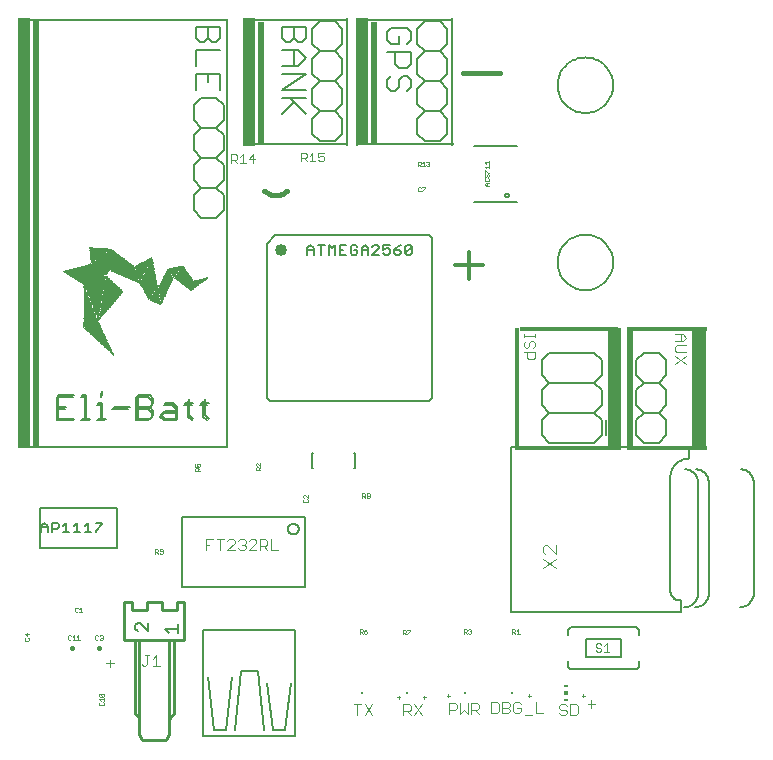
<source format=gto>
G75*
%MOIN*%
%OFA0B0*%
%FSLAX24Y24*%
%IPPOS*%
%LPD*%
%AMOC8*
5,1,8,0,0,1.08239X$1,22.5*
%
%ADD10C,0.0160*%
%ADD11C,0.0120*%
%ADD12R,0.0100X0.4250*%
%ADD13R,0.3100X0.0100*%
%ADD14R,0.3250X0.0100*%
%ADD15R,0.0400X0.4200*%
%ADD16R,0.3500X0.0100*%
%ADD17R,0.0400X0.4250*%
%ADD18R,0.3350X0.0100*%
%ADD19R,0.0100X1.4300*%
%ADD20R,0.0400X1.4350*%
%ADD21R,0.6800X0.0100*%
%ADD22R,0.7000X0.0100*%
%ADD23C,0.0070*%
%ADD24R,0.0200X0.4100*%
%ADD25R,0.0200X1.4200*%
%ADD26R,0.2550X0.0150*%
%ADD27R,0.2650X0.0150*%
%ADD28R,0.0500X0.4050*%
%ADD29R,0.0350X0.4050*%
%ADD30R,0.3300X0.0150*%
%ADD31R,0.0150X0.4100*%
%ADD32R,0.3450X0.0150*%
%ADD33C,0.0010*%
%ADD34C,0.0080*%
%ADD35C,0.0401*%
%ADD36R,0.0079X0.0079*%
%ADD37C,0.0030*%
%ADD38C,0.0040*%
%ADD39C,0.0060*%
%ADD40C,0.0050*%
%ADD41C,0.0020*%
%ADD42C,0.0100*%
%ADD43R,0.0003X0.0003*%
%ADD44R,0.0005X0.0003*%
%ADD45R,0.0008X0.0003*%
%ADD46R,0.0010X0.0003*%
%ADD47R,0.0013X0.0003*%
%ADD48R,0.0015X0.0003*%
%ADD49R,0.0018X0.0003*%
%ADD50R,0.0020X0.0003*%
%ADD51R,0.0022X0.0003*%
%ADD52R,0.0025X0.0003*%
%ADD53R,0.0027X0.0003*%
%ADD54R,0.0030X0.0003*%
%ADD55R,0.0035X0.0003*%
%ADD56R,0.0037X0.0003*%
%ADD57R,0.0040X0.0003*%
%ADD58R,0.0043X0.0003*%
%ADD59R,0.0045X0.0003*%
%ADD60R,0.0047X0.0003*%
%ADD61R,0.0053X0.0003*%
%ADD62R,0.0055X0.0003*%
%ADD63R,0.0057X0.0003*%
%ADD64R,0.0060X0.0003*%
%ADD65R,0.0063X0.0003*%
%ADD66R,0.0065X0.0003*%
%ADD67R,0.0070X0.0003*%
%ADD68R,0.0073X0.0003*%
%ADD69R,0.0075X0.0003*%
%ADD70R,0.0077X0.0003*%
%ADD71R,0.0080X0.0003*%
%ADD72R,0.0083X0.0003*%
%ADD73R,0.0088X0.0003*%
%ADD74R,0.0090X0.0003*%
%ADD75R,0.0092X0.0003*%
%ADD76R,0.0095X0.0003*%
%ADD77R,0.0098X0.0003*%
%ADD78R,0.0100X0.0003*%
%ADD79R,0.0103X0.0003*%
%ADD80R,0.0105X0.0003*%
%ADD81R,0.0107X0.0003*%
%ADD82R,0.0110X0.0003*%
%ADD83R,0.0113X0.0003*%
%ADD84R,0.0115X0.0003*%
%ADD85R,0.0118X0.0003*%
%ADD86R,0.0120X0.0003*%
%ADD87R,0.0123X0.0003*%
%ADD88R,0.0125X0.0003*%
%ADD89R,0.0127X0.0003*%
%ADD90R,0.0130X0.0003*%
%ADD91R,0.0133X0.0003*%
%ADD92R,0.0135X0.0003*%
%ADD93R,0.0140X0.0003*%
%ADD94R,0.0143X0.0003*%
%ADD95R,0.0145X0.0003*%
%ADD96R,0.0147X0.0003*%
%ADD97R,0.0150X0.0003*%
%ADD98R,0.0153X0.0003*%
%ADD99R,0.0155X0.0003*%
%ADD100R,0.0158X0.0003*%
%ADD101R,0.0160X0.0003*%
%ADD102R,0.0163X0.0003*%
%ADD103R,0.0165X0.0003*%
%ADD104R,0.0168X0.0003*%
%ADD105R,0.0170X0.0003*%
%ADD106R,0.0175X0.0003*%
%ADD107R,0.0177X0.0003*%
%ADD108R,0.0180X0.0003*%
%ADD109R,0.0182X0.0003*%
%ADD110R,0.0185X0.0003*%
%ADD111R,0.0187X0.0003*%
%ADD112R,0.0190X0.0003*%
%ADD113R,0.0193X0.0003*%
%ADD114R,0.0195X0.0003*%
%ADD115R,0.0198X0.0003*%
%ADD116R,0.0200X0.0003*%
%ADD117R,0.0203X0.0003*%
%ADD118R,0.0205X0.0003*%
%ADD119R,0.0208X0.0003*%
%ADD120R,0.0210X0.0003*%
%ADD121R,0.0213X0.0003*%
%ADD122R,0.0215X0.0003*%
%ADD123R,0.0217X0.0003*%
%ADD124R,0.0220X0.0003*%
%ADD125R,0.0222X0.0003*%
%ADD126R,0.0225X0.0003*%
%ADD127R,0.0230X0.0003*%
%ADD128R,0.0233X0.0003*%
%ADD129R,0.0235X0.0003*%
%ADD130R,0.0238X0.0003*%
%ADD131R,0.0240X0.0003*%
%ADD132R,0.0243X0.0003*%
%ADD133R,0.0245X0.0003*%
%ADD134R,0.0248X0.0003*%
%ADD135R,0.0250X0.0003*%
%ADD136R,0.0253X0.0003*%
%ADD137R,0.0255X0.0003*%
%ADD138R,0.0257X0.0003*%
%ADD139R,0.0260X0.0003*%
%ADD140R,0.0265X0.0003*%
%ADD141R,0.0267X0.0003*%
%ADD142R,0.0270X0.0003*%
%ADD143R,0.0273X0.0003*%
%ADD144R,0.0275X0.0003*%
%ADD145R,0.0278X0.0003*%
%ADD146R,0.0283X0.0003*%
%ADD147R,0.0285X0.0003*%
%ADD148R,0.0288X0.0003*%
%ADD149R,0.0290X0.0003*%
%ADD150R,0.0293X0.0003*%
%ADD151R,0.0295X0.0003*%
%ADD152R,0.0297X0.0003*%
%ADD153R,0.0300X0.0003*%
%ADD154R,0.0302X0.0003*%
%ADD155R,0.0305X0.0003*%
%ADD156R,0.0308X0.0003*%
%ADD157R,0.0310X0.0003*%
%ADD158R,0.0313X0.0003*%
%ADD159R,0.0318X0.0003*%
%ADD160R,0.0320X0.0003*%
%ADD161R,0.0323X0.0003*%
%ADD162R,0.0325X0.0003*%
%ADD163R,0.0328X0.0003*%
%ADD164R,0.0330X0.0003*%
%ADD165R,0.0335X0.0003*%
%ADD166R,0.0338X0.0003*%
%ADD167R,0.0340X0.0003*%
%ADD168R,0.0343X0.0003*%
%ADD169R,0.0345X0.0003*%
%ADD170R,0.0348X0.0003*%
%ADD171R,0.0352X0.0003*%
%ADD172R,0.0355X0.0003*%
%ADD173R,0.0357X0.0003*%
%ADD174R,0.0360X0.0003*%
%ADD175R,0.0362X0.0003*%
%ADD176R,0.0365X0.0003*%
%ADD177R,0.0370X0.0003*%
%ADD178R,0.0372X0.0003*%
%ADD179R,0.0375X0.0003*%
%ADD180R,0.0377X0.0003*%
%ADD181R,0.0380X0.0003*%
%ADD182R,0.0382X0.0003*%
%ADD183R,0.0385X0.0003*%
%ADD184R,0.0388X0.0003*%
%ADD185R,0.0390X0.0003*%
%ADD186R,0.0393X0.0003*%
%ADD187R,0.0395X0.0003*%
%ADD188R,0.0398X0.0003*%
%ADD189R,0.0400X0.0003*%
%ADD190R,0.0405X0.0003*%
%ADD191R,0.0408X0.0003*%
%ADD192R,0.0410X0.0003*%
%ADD193R,0.0413X0.0003*%
%ADD194R,0.0415X0.0003*%
%ADD195R,0.0418X0.0003*%
%ADD196R,0.0420X0.0003*%
%ADD197R,0.0423X0.0003*%
%ADD198R,0.0425X0.0003*%
%ADD199R,0.0428X0.0003*%
%ADD200R,0.0430X0.0003*%
%ADD201R,0.0432X0.0003*%
%ADD202R,0.0435X0.0003*%
%ADD203R,0.0437X0.0003*%
%ADD204R,0.0440X0.0003*%
%ADD205R,0.0442X0.0003*%
%ADD206R,0.0445X0.0003*%
%ADD207R,0.0447X0.0003*%
%ADD208R,0.0450X0.0003*%
%ADD209R,0.0452X0.0003*%
%ADD210R,0.0455X0.0003*%
%ADD211R,0.0457X0.0003*%
%ADD212R,0.0460X0.0003*%
%ADD213R,0.0462X0.0003*%
%ADD214R,0.0465X0.0003*%
%ADD215R,0.0468X0.0003*%
%ADD216R,0.0470X0.0003*%
%ADD217R,0.0473X0.0003*%
%ADD218R,0.0475X0.0003*%
%ADD219R,0.0478X0.0003*%
%ADD220R,0.0480X0.0003*%
%ADD221R,0.0483X0.0003*%
%ADD222R,0.0485X0.0003*%
%ADD223R,0.0488X0.0003*%
%ADD224R,0.0490X0.0003*%
%ADD225R,0.0493X0.0003*%
%ADD226R,0.0495X0.0003*%
%ADD227R,0.0498X0.0003*%
%ADD228R,0.0500X0.0003*%
%ADD229R,0.0503X0.0003*%
%ADD230R,0.0505X0.0003*%
%ADD231R,0.0508X0.0003*%
%ADD232R,0.0512X0.0003*%
%ADD233R,0.0515X0.0003*%
%ADD234R,0.0517X0.0003*%
%ADD235R,0.0520X0.0003*%
%ADD236R,0.0522X0.0003*%
%ADD237R,0.0525X0.0003*%
%ADD238R,0.0527X0.0003*%
%ADD239R,0.0530X0.0003*%
%ADD240R,0.0532X0.0003*%
%ADD241R,0.0535X0.0003*%
%ADD242R,0.0537X0.0003*%
%ADD243R,0.0540X0.0003*%
%ADD244R,0.0543X0.0003*%
%ADD245R,0.0548X0.0003*%
%ADD246R,0.0550X0.0003*%
%ADD247R,0.0553X0.0003*%
%ADD248R,0.0555X0.0003*%
%ADD249R,0.0558X0.0003*%
%ADD250R,0.0560X0.0003*%
%ADD251R,0.0565X0.0003*%
%ADD252R,0.0568X0.0003*%
%ADD253R,0.0563X0.0003*%
%ADD254R,0.0050X0.0003*%
%ADD255R,0.0067X0.0003*%
%ADD256R,0.0085X0.0003*%
%ADD257R,0.0350X0.0003*%
%ADD258R,0.0280X0.0003*%
%ADD259R,0.0227X0.0003*%
%ADD260R,0.0173X0.0003*%
%ADD261R,0.0315X0.0003*%
%ADD262R,0.0333X0.0003*%
%ADD263R,0.0032X0.0003*%
%ADD264R,0.0403X0.0003*%
%ADD265R,0.0138X0.0003*%
%ADD266R,0.0367X0.0003*%
%ADD267R,0.0262X0.0003*%
%ADD268R,0.0510X0.0003*%
%ADD269R,0.0545X0.0003*%
%ADD270R,0.0570X0.0003*%
%ADD271R,0.0573X0.0003*%
%ADD272R,0.0575X0.0003*%
%ADD273R,0.0578X0.0003*%
%ADD274R,0.0580X0.0003*%
%ADD275R,0.0583X0.0003*%
%ADD276R,0.0585X0.0003*%
%ADD277R,0.0587X0.0003*%
%ADD278R,0.0590X0.0003*%
%ADD279R,0.0592X0.0003*%
%ADD280R,0.0595X0.0003*%
%ADD281R,0.0597X0.0003*%
%ADD282R,0.0600X0.0003*%
%ADD283R,0.0602X0.0003*%
%ADD284R,0.0605X0.0003*%
%ADD285R,0.0607X0.0003*%
%ADD286R,0.0610X0.0003*%
%ADD287R,0.0612X0.0003*%
%ADD288R,0.0615X0.0003*%
%ADD289R,0.0617X0.0003*%
%ADD290R,0.0620X0.0003*%
%ADD291R,0.0623X0.0003*%
%ADD292R,0.0625X0.0003*%
%ADD293R,0.0628X0.0003*%
%ADD294R,0.0630X0.0003*%
%ADD295R,0.0633X0.0003*%
%ADD296R,0.0635X0.0003*%
%ADD297R,0.0638X0.0003*%
%ADD298R,0.0640X0.0003*%
%ADD299R,0.0643X0.0003*%
%ADD300R,0.0645X0.0003*%
%ADD301R,0.0648X0.0003*%
%ADD302R,0.0650X0.0003*%
%ADD303R,0.0653X0.0003*%
%ADD304R,0.0655X0.0003*%
%ADD305R,0.0663X0.0003*%
%ADD306R,0.0675X0.0003*%
%ADD307R,0.0683X0.0003*%
%ADD308R,0.0693X0.0003*%
%ADD309R,0.0705X0.0003*%
%ADD310R,0.0712X0.0003*%
%ADD311R,0.0725X0.0003*%
%ADD312R,0.0732X0.0003*%
%ADD313R,0.0742X0.0003*%
%ADD314R,0.0755X0.0003*%
%ADD315R,0.0762X0.0003*%
%ADD316R,0.0772X0.0003*%
%ADD317R,0.0785X0.0003*%
%ADD318R,0.0793X0.0003*%
%ADD319R,0.0803X0.0003*%
%ADD320R,0.0813X0.0003*%
%ADD321R,0.0823X0.0003*%
%ADD322R,0.0833X0.0003*%
%ADD323R,0.0843X0.0003*%
%ADD324R,0.0853X0.0003*%
%ADD325R,0.0862X0.0003*%
%ADD326R,0.0872X0.0003*%
%ADD327R,0.0882X0.0003*%
%ADD328R,0.0892X0.0003*%
%ADD329R,0.0902X0.0003*%
%ADD330R,0.0912X0.0003*%
%ADD331R,0.0922X0.0003*%
%ADD332R,0.0930X0.0003*%
%ADD333R,0.0943X0.0003*%
%ADD334R,0.0953X0.0003*%
%ADD335R,0.0963X0.0003*%
%ADD336R,0.0973X0.0003*%
%ADD337R,0.0980X0.0003*%
%ADD338R,0.0993X0.0003*%
%ADD339R,0.1000X0.0003*%
%ADD340R,0.1010X0.0003*%
%ADD341R,0.1022X0.0003*%
%ADD342R,0.1030X0.0003*%
%ADD343R,0.1043X0.0003*%
%ADD344R,0.1050X0.0003*%
%ADD345R,0.1060X0.0003*%
%ADD346R,0.1073X0.0003*%
%ADD347R,0.1080X0.0003*%
%ADD348R,0.1090X0.0003*%
%ADD349R,0.1100X0.0003*%
%ADD350R,0.1110X0.0003*%
%ADD351R,0.1123X0.0003*%
%ADD352R,0.1130X0.0003*%
%ADD353R,0.1140X0.0003*%
%ADD354R,0.1145X0.0003*%
%ADD355R,0.1103X0.0003*%
%ADD356R,0.1078X0.0003*%
%ADD357R,0.1058X0.0003*%
%ADD358R,0.1032X0.0003*%
%ADD359R,0.1013X0.0003*%
%ADD360R,0.0968X0.0003*%
%ADD361R,0.0948X0.0003*%
%ADD362R,0.0925X0.0003*%
%ADD363R,0.0860X0.0003*%
%ADD364R,0.0838X0.0003*%
%ADD365R,0.0815X0.0003*%
%ADD366R,0.0747X0.0003*%
%ADD367R,0.0727X0.0003*%
%ADD368R,0.0660X0.0003*%
%ADD369R,0.0658X0.0003*%
%ADD370R,0.0668X0.0003*%
%ADD371R,0.0680X0.0003*%
%ADD372R,0.0703X0.0003*%
%ADD373R,0.0685X0.0003*%
%ADD374R,0.0750X0.0003*%
%ADD375R,0.0690X0.0003*%
%ADD376R,0.0770X0.0003*%
%ADD377R,0.0695X0.0003*%
%ADD378R,0.0795X0.0003*%
%ADD379R,0.0700X0.0003*%
%ADD380R,0.0818X0.0003*%
%ADD381R,0.0840X0.0003*%
%ADD382R,0.0710X0.0003*%
%ADD383R,0.0715X0.0003*%
%ADD384R,0.0885X0.0003*%
%ADD385R,0.0720X0.0003*%
%ADD386R,0.0907X0.0003*%
%ADD387R,0.0730X0.0003*%
%ADD388R,0.0735X0.0003*%
%ADD389R,0.0978X0.0003*%
%ADD390R,0.0740X0.0003*%
%ADD391R,0.0998X0.0003*%
%ADD392R,0.0745X0.0003*%
%ADD393R,0.1045X0.0003*%
%ADD394R,0.1065X0.0003*%
%ADD395R,0.0765X0.0003*%
%ADD396R,0.1113X0.0003*%
%ADD397R,0.1135X0.0003*%
%ADD398R,0.0775X0.0003*%
%ADD399R,0.1158X0.0003*%
%ADD400R,0.0780X0.0003*%
%ADD401R,0.1177X0.0003*%
%ADD402R,0.1168X0.0003*%
%ADD403R,0.0790X0.0003*%
%ADD404R,0.1153X0.0003*%
%ADD405R,0.0800X0.0003*%
%ADD406R,0.1128X0.0003*%
%ADD407R,0.0808X0.0003*%
%ADD408R,0.1115X0.0003*%
%ADD409R,0.0788X0.0003*%
%ADD410R,0.1063X0.0003*%
%ADD411R,0.0757X0.0003*%
%ADD412R,0.1038X0.0003*%
%ADD413R,0.1025X0.0003*%
%ADD414R,0.0698X0.0003*%
%ADD415R,0.0985X0.0003*%
%ADD416R,0.0960X0.0003*%
%ADD417R,0.0933X0.0003*%
%ADD418R,0.0920X0.0003*%
%ADD419R,0.0910X0.0003*%
%ADD420R,0.0895X0.0003*%
%ADD421R,0.0870X0.0003*%
%ADD422R,0.0855X0.0003*%
%ADD423R,0.0820X0.0003*%
%ADD424R,0.0805X0.0003*%
%ADD425R,0.0752X0.0003*%
%ADD426R,0.0670X0.0003*%
%ADD427R,0.0767X0.0003*%
%ADD428R,0.0760X0.0003*%
%ADD429R,0.0722X0.0003*%
%ADD430R,0.0707X0.0003*%
%ADD431R,0.0688X0.0003*%
%ADD432R,0.0678X0.0003*%
%ADD433R,0.0673X0.0003*%
%ADD434R,0.0665X0.0003*%
%ADD435R,0.0118X0.0059*%
%ADD436R,0.0118X0.0118*%
D10*
X007133Y008488D02*
X007133Y008512D01*
X008033Y008488D02*
X008033Y008512D01*
X013533Y023750D02*
X013565Y023721D01*
X013600Y023694D01*
X013637Y023670D01*
X013675Y023649D01*
X013715Y023631D01*
X013757Y023617D01*
X013799Y023606D01*
X013842Y023599D01*
X013886Y023595D01*
X013930Y023595D01*
X013974Y023599D01*
X014017Y023606D01*
X014059Y023617D01*
X014101Y023631D01*
X014141Y023649D01*
X014179Y023670D01*
X014216Y023694D01*
X014251Y023721D01*
X014283Y023750D01*
X020163Y027651D02*
X021391Y027651D01*
D11*
X020354Y021711D02*
X020354Y020790D01*
X019893Y021251D02*
X020814Y021251D01*
D12*
X019783Y027375D03*
X016633Y027375D03*
X016283Y027375D03*
D13*
X018283Y029450D03*
D14*
X018208Y025300D03*
D15*
X016783Y027400D03*
D16*
X014583Y025300D03*
D17*
X013033Y027375D03*
D18*
X014658Y029450D03*
D19*
X012283Y022350D03*
D20*
X005533Y022325D03*
D21*
X008933Y029450D03*
D22*
X008833Y015200D03*
D23*
X009258Y016085D02*
X009653Y016085D01*
X009785Y016217D01*
X009785Y016349D01*
X009653Y016480D01*
X009258Y016480D01*
X009308Y016530D02*
X009703Y016530D01*
X009835Y016399D01*
X009835Y016267D01*
X009703Y016135D01*
X009308Y016135D01*
X009308Y016926D01*
X009703Y016926D01*
X009835Y016794D01*
X009835Y016662D01*
X009703Y016530D01*
X009653Y016480D02*
X009785Y016612D01*
X009785Y016744D01*
X009653Y016876D01*
X009258Y016876D01*
X009258Y016085D01*
X008993Y016480D02*
X008466Y016480D01*
X008516Y016530D02*
X009043Y016530D01*
X010050Y016217D02*
X010182Y016349D01*
X010577Y016349D01*
X010627Y016399D02*
X010232Y016399D01*
X010100Y016267D01*
X010232Y016135D01*
X010627Y016135D01*
X010627Y016530D01*
X010495Y016662D01*
X010232Y016662D01*
X010182Y016612D02*
X010445Y016612D01*
X010577Y016480D01*
X010577Y016085D01*
X010182Y016085D01*
X010050Y016217D01*
X010842Y016612D02*
X011105Y016612D01*
X011155Y016662D02*
X010892Y016662D01*
X010973Y016744D02*
X010973Y016217D01*
X011105Y016085D01*
X011155Y016135D02*
X011023Y016267D01*
X011023Y016794D01*
X011370Y016612D02*
X011633Y016612D01*
X011683Y016662D02*
X011420Y016662D01*
X011501Y016744D02*
X011501Y016217D01*
X011633Y016085D01*
X011683Y016135D02*
X011551Y016267D01*
X011551Y016794D01*
X008252Y016135D02*
X007988Y016135D01*
X007938Y016085D02*
X008202Y016085D01*
X008120Y016135D02*
X008120Y016662D01*
X007988Y016662D01*
X007938Y016612D02*
X008070Y016612D01*
X008070Y016085D01*
X007724Y016135D02*
X007460Y016135D01*
X007410Y016085D02*
X007674Y016085D01*
X007592Y016135D02*
X007592Y016926D01*
X007460Y016926D01*
X007410Y016876D02*
X007542Y016876D01*
X007542Y016085D01*
X007195Y016135D02*
X006668Y016135D01*
X006668Y016926D01*
X007195Y016926D01*
X007145Y016876D02*
X006618Y016876D01*
X006618Y016085D01*
X007145Y016085D01*
X006882Y016480D02*
X006618Y016480D01*
X006668Y016530D02*
X006932Y016530D01*
X008070Y016876D02*
X008070Y017007D01*
X008120Y017057D02*
X008120Y016926D01*
X008122Y012680D02*
X007906Y012680D01*
X008122Y012680D02*
X008122Y012626D01*
X007906Y012410D01*
X007906Y012356D01*
X007759Y012356D02*
X007543Y012356D01*
X007651Y012356D02*
X007651Y012680D01*
X007543Y012572D01*
X007397Y012356D02*
X007181Y012356D01*
X007289Y012356D02*
X007289Y012680D01*
X007181Y012572D01*
X007034Y012356D02*
X006818Y012356D01*
X006926Y012356D02*
X006926Y012680D01*
X006818Y012572D01*
X006672Y012518D02*
X006618Y012464D01*
X006456Y012464D01*
X006456Y012356D02*
X006456Y012680D01*
X006618Y012680D01*
X006672Y012626D01*
X006672Y012518D01*
X006309Y012518D02*
X006093Y012518D01*
X006093Y012572D02*
X006201Y012680D01*
X006309Y012572D01*
X006309Y012356D01*
X006093Y012356D02*
X006093Y012572D01*
X009303Y009343D02*
X009231Y009272D01*
X009231Y009128D01*
X009303Y009056D01*
X009303Y009343D02*
X009375Y009343D01*
X009662Y009056D01*
X009662Y009343D01*
X010211Y009150D02*
X010355Y009006D01*
X010211Y009150D02*
X010642Y009150D01*
X010642Y009293D02*
X010642Y009006D01*
X014959Y021602D02*
X014959Y021818D01*
X015067Y021926D01*
X015175Y021818D01*
X015175Y021602D01*
X015175Y021764D02*
X014959Y021764D01*
X015321Y021926D02*
X015537Y021926D01*
X015429Y021926D02*
X015429Y021602D01*
X015684Y021602D02*
X015684Y021926D01*
X015792Y021818D01*
X015900Y021926D01*
X015900Y021602D01*
X016046Y021602D02*
X016046Y021926D01*
X016262Y021926D01*
X016409Y021872D02*
X016409Y021656D01*
X016463Y021602D01*
X016571Y021602D01*
X016625Y021656D01*
X016625Y021764D01*
X016517Y021764D01*
X016625Y021872D02*
X016571Y021926D01*
X016463Y021926D01*
X016409Y021872D01*
X016154Y021764D02*
X016046Y021764D01*
X016046Y021602D02*
X016262Y021602D01*
X016771Y021602D02*
X016771Y021818D01*
X016879Y021926D01*
X016987Y021818D01*
X016987Y021602D01*
X017134Y021602D02*
X017350Y021818D01*
X017350Y021872D01*
X017296Y021926D01*
X017188Y021926D01*
X017134Y021872D01*
X016987Y021764D02*
X016771Y021764D01*
X017134Y021602D02*
X017350Y021602D01*
X017496Y021656D02*
X017550Y021602D01*
X017658Y021602D01*
X017712Y021656D01*
X017712Y021764D01*
X017658Y021818D01*
X017604Y021818D01*
X017496Y021764D01*
X017496Y021926D01*
X017712Y021926D01*
X017859Y021764D02*
X018021Y021764D01*
X018075Y021710D01*
X018075Y021656D01*
X018021Y021602D01*
X017913Y021602D01*
X017859Y021656D01*
X017859Y021764D01*
X017967Y021872D01*
X018075Y021926D01*
X018222Y021872D02*
X018276Y021926D01*
X018383Y021926D01*
X018437Y021872D01*
X018222Y021656D01*
X018276Y021602D01*
X018383Y021602D01*
X018437Y021656D01*
X018437Y021872D01*
X018222Y021872D02*
X018222Y021656D01*
X014909Y026312D02*
X014382Y026839D01*
X014514Y026708D02*
X014118Y026312D01*
X014118Y026839D02*
X014909Y026839D01*
X014909Y027104D02*
X014118Y027104D01*
X014909Y027631D01*
X014118Y027631D01*
X014118Y027896D02*
X014645Y027896D01*
X014909Y028160D01*
X014645Y028423D01*
X014118Y028423D01*
X014250Y028688D02*
X014118Y028820D01*
X014118Y029215D01*
X014909Y029215D01*
X014909Y028820D01*
X014777Y028688D01*
X014645Y028688D01*
X014514Y028820D01*
X014514Y029215D01*
X014514Y028820D02*
X014382Y028688D01*
X014250Y028688D01*
X014514Y028423D02*
X014514Y027896D01*
X012059Y027631D02*
X012059Y027104D01*
X011664Y027368D02*
X011664Y027631D01*
X012059Y027631D02*
X011268Y027631D01*
X011268Y027104D01*
X011268Y027896D02*
X011268Y028423D01*
X012059Y028423D01*
X011927Y028688D02*
X011795Y028688D01*
X011664Y028820D01*
X011664Y029215D01*
X012059Y029215D02*
X012059Y028820D01*
X011927Y028688D01*
X011664Y028820D02*
X011532Y028688D01*
X011400Y028688D01*
X011268Y028820D01*
X011268Y029215D01*
X012059Y029215D01*
X017618Y029033D02*
X017618Y028770D01*
X017750Y028638D01*
X018014Y028638D01*
X018014Y028901D01*
X018277Y028638D02*
X018409Y028770D01*
X018409Y029033D01*
X018277Y029165D01*
X017750Y029165D01*
X017618Y029033D01*
X017618Y028373D02*
X018409Y028373D01*
X018409Y027978D01*
X018277Y027846D01*
X018014Y027846D01*
X017882Y027978D01*
X017882Y028373D01*
X017750Y027581D02*
X017618Y027449D01*
X017618Y027186D01*
X017750Y027054D01*
X017882Y027054D01*
X018014Y027186D01*
X018014Y027449D01*
X018145Y027581D01*
X018277Y027581D01*
X018409Y027449D01*
X018409Y027186D01*
X018277Y027054D01*
D24*
X017183Y027350D03*
X013433Y027350D03*
X025733Y017150D03*
D25*
X005933Y022300D03*
D26*
X027008Y015175D03*
D27*
X026958Y019125D03*
D28*
X028033Y017175D03*
D29*
X025158Y017125D03*
D30*
X023683Y019125D03*
D31*
X025358Y017150D03*
X021958Y017150D03*
D32*
X023608Y015175D03*
D33*
X008060Y006587D02*
X008035Y006612D01*
X008035Y006662D01*
X008060Y006687D01*
X008085Y006735D02*
X008035Y006785D01*
X008185Y006785D01*
X008185Y006735D02*
X008185Y006835D01*
X008160Y006882D02*
X008060Y006982D01*
X008160Y006982D01*
X008185Y006957D01*
X008185Y006907D01*
X008160Y006882D01*
X008060Y006882D01*
X008035Y006907D01*
X008035Y006957D01*
X008060Y006982D01*
X008160Y006687D02*
X008185Y006662D01*
X008185Y006612D01*
X008160Y006587D01*
X008060Y006587D01*
X008066Y008770D02*
X008041Y008795D01*
X008066Y008770D02*
X008116Y008770D01*
X008141Y008795D01*
X008141Y008820D01*
X008116Y008845D01*
X008091Y008845D01*
X008116Y008845D02*
X008141Y008870D01*
X008141Y008895D01*
X008116Y008920D01*
X008066Y008920D01*
X008041Y008895D01*
X007994Y008895D02*
X007969Y008920D01*
X007919Y008920D01*
X007894Y008895D01*
X007894Y008795D01*
X007919Y008770D01*
X007969Y008770D01*
X007994Y008795D01*
X007383Y008780D02*
X007283Y008780D01*
X007236Y008780D02*
X007136Y008780D01*
X007186Y008780D02*
X007186Y008930D01*
X007136Y008880D01*
X007088Y008905D02*
X007063Y008930D01*
X007013Y008930D01*
X006988Y008905D01*
X006988Y008805D01*
X007013Y008780D01*
X007063Y008780D01*
X007088Y008805D01*
X007283Y008880D02*
X007333Y008930D01*
X007333Y008780D01*
X007367Y009694D02*
X007467Y009694D01*
X007417Y009694D02*
X007417Y009844D01*
X007367Y009794D01*
X007320Y009819D02*
X007294Y009844D01*
X007244Y009844D01*
X007219Y009819D01*
X007219Y009719D01*
X007244Y009694D01*
X007294Y009694D01*
X007320Y009719D01*
X005688Y008969D02*
X005537Y008969D01*
X005612Y008894D01*
X005612Y008994D01*
X005562Y008847D02*
X005537Y008822D01*
X005537Y008772D01*
X005562Y008747D01*
X005663Y008747D01*
X005688Y008772D01*
X005688Y008822D01*
X005663Y008847D01*
X009894Y011645D02*
X009894Y011795D01*
X009969Y011795D01*
X009994Y011770D01*
X009994Y011720D01*
X009969Y011695D01*
X009894Y011695D01*
X009944Y011695D02*
X009994Y011645D01*
X010041Y011670D02*
X010066Y011645D01*
X010116Y011645D01*
X010141Y011670D01*
X010141Y011770D01*
X010116Y011795D01*
X010066Y011795D01*
X010041Y011770D01*
X010041Y011745D01*
X010066Y011720D01*
X010141Y011720D01*
X011228Y014398D02*
X011228Y014473D01*
X011253Y014498D01*
X011303Y014498D01*
X011328Y014473D01*
X011328Y014398D01*
X011328Y014448D02*
X011378Y014498D01*
X011353Y014545D02*
X011378Y014570D01*
X011378Y014620D01*
X011353Y014645D01*
X011303Y014645D01*
X011278Y014620D01*
X011278Y014595D01*
X011303Y014545D01*
X011228Y014545D01*
X011228Y014645D01*
X011228Y014398D02*
X011378Y014398D01*
X013246Y014426D02*
X013246Y014501D01*
X013271Y014526D01*
X013321Y014526D01*
X013346Y014501D01*
X013346Y014426D01*
X013396Y014426D02*
X013246Y014426D01*
X013346Y014476D02*
X013396Y014526D01*
X013396Y014574D02*
X013296Y014674D01*
X013271Y014674D01*
X013246Y014649D01*
X013246Y014599D01*
X013271Y014574D01*
X013396Y014574D02*
X013396Y014674D01*
X014833Y013576D02*
X014833Y013526D01*
X014858Y013501D01*
X014858Y013454D02*
X014833Y013429D01*
X014833Y013379D01*
X014858Y013354D01*
X014958Y013354D01*
X014983Y013379D01*
X014983Y013429D01*
X014958Y013454D01*
X014983Y013501D02*
X014883Y013601D01*
X014858Y013601D01*
X014833Y013576D01*
X014983Y013601D02*
X014983Y013501D01*
X016788Y013505D02*
X016788Y013655D01*
X016863Y013655D01*
X016888Y013630D01*
X016888Y013580D01*
X016863Y013555D01*
X016788Y013555D01*
X016838Y013555D02*
X016888Y013505D01*
X016936Y013530D02*
X016936Y013555D01*
X016961Y013580D01*
X017011Y013580D01*
X017036Y013555D01*
X017036Y013530D01*
X017011Y013505D01*
X016961Y013505D01*
X016936Y013530D01*
X016961Y013580D02*
X016936Y013605D01*
X016936Y013630D01*
X016961Y013655D01*
X017011Y013655D01*
X017036Y013630D01*
X017036Y013605D01*
X017011Y013580D01*
X016957Y009126D02*
X016907Y009101D01*
X016857Y009051D01*
X016932Y009051D01*
X016957Y009026D01*
X016957Y009001D01*
X016932Y008976D01*
X016882Y008976D01*
X016857Y009001D01*
X016857Y009051D01*
X016810Y009051D02*
X016785Y009026D01*
X016710Y009026D01*
X016760Y009026D02*
X016810Y008976D01*
X016810Y009051D02*
X016810Y009101D01*
X016785Y009126D01*
X016710Y009126D01*
X016710Y008976D01*
X018151Y008955D02*
X018151Y009105D01*
X018226Y009105D01*
X018251Y009080D01*
X018251Y009030D01*
X018226Y009005D01*
X018151Y009005D01*
X018201Y009005D02*
X018251Y008955D01*
X018298Y008955D02*
X018298Y008980D01*
X018399Y009080D01*
X018399Y009105D01*
X018298Y009105D01*
X020172Y009134D02*
X020172Y008984D01*
X020172Y009034D02*
X020247Y009034D01*
X020273Y009059D01*
X020273Y009109D01*
X020247Y009134D01*
X020172Y009134D01*
X020222Y009034D02*
X020273Y008984D01*
X020320Y009009D02*
X020345Y008984D01*
X020395Y008984D01*
X020420Y009009D01*
X020420Y009034D01*
X020395Y009059D01*
X020370Y009059D01*
X020395Y009059D02*
X020420Y009084D01*
X020420Y009109D01*
X020395Y009134D01*
X020345Y009134D01*
X020320Y009109D01*
X021788Y009126D02*
X021788Y008976D01*
X021788Y009026D02*
X021863Y009026D01*
X021888Y009051D01*
X021888Y009101D01*
X021863Y009126D01*
X021788Y009126D01*
X021838Y009026D02*
X021888Y008976D01*
X021936Y008976D02*
X022036Y008976D01*
X021986Y008976D02*
X021986Y009126D01*
X021936Y009076D01*
X022353Y006955D02*
X022353Y006855D01*
X022303Y006905D02*
X022403Y006905D01*
X024103Y006905D02*
X024203Y006905D01*
X024153Y006855D02*
X024153Y006955D01*
X019703Y006905D02*
X019603Y006905D01*
X019653Y006855D02*
X019653Y006955D01*
X018903Y006855D02*
X018803Y006855D01*
X018853Y006805D02*
X018853Y006905D01*
X018053Y006855D02*
X017953Y006855D01*
X018003Y006805D02*
X018003Y006905D01*
X018679Y023721D02*
X018729Y023721D01*
X018754Y023746D01*
X018801Y023746D02*
X018801Y023721D01*
X018801Y023746D02*
X018901Y023846D01*
X018901Y023871D01*
X018801Y023871D01*
X018754Y023846D02*
X018729Y023871D01*
X018679Y023871D01*
X018654Y023846D01*
X018654Y023746D01*
X018679Y023721D01*
X018639Y024565D02*
X018639Y024715D01*
X018714Y024715D01*
X018739Y024690D01*
X018739Y024640D01*
X018714Y024615D01*
X018639Y024615D01*
X018689Y024615D02*
X018739Y024565D01*
X018786Y024565D02*
X018886Y024565D01*
X018836Y024565D02*
X018836Y024715D01*
X018786Y024665D01*
X018933Y024690D02*
X018958Y024715D01*
X019008Y024715D01*
X019033Y024690D01*
X019033Y024665D01*
X019008Y024640D01*
X019033Y024615D01*
X019033Y024590D01*
X019008Y024565D01*
X018958Y024565D01*
X018933Y024590D01*
X018983Y024640D02*
X019008Y024640D01*
X020872Y024695D02*
X021022Y024695D01*
X021022Y024645D02*
X021022Y024745D01*
X020922Y024645D02*
X020872Y024695D01*
X020872Y024547D02*
X021022Y024547D01*
X021022Y024497D02*
X021022Y024598D01*
X020922Y024497D02*
X020872Y024547D01*
X020872Y024450D02*
X020897Y024450D01*
X020997Y024350D01*
X021022Y024350D01*
X020997Y024303D02*
X021022Y024278D01*
X021022Y024228D01*
X020997Y024203D01*
X020997Y024156D02*
X021022Y024131D01*
X021022Y024080D01*
X020997Y024055D01*
X020897Y024055D01*
X020872Y024080D01*
X020872Y024131D01*
X020897Y024156D01*
X020897Y024203D02*
X020922Y024203D01*
X020947Y024228D01*
X020947Y024278D01*
X020972Y024303D01*
X020997Y024303D01*
X020897Y024303D02*
X020872Y024278D01*
X020872Y024228D01*
X020897Y024203D01*
X020872Y024350D02*
X020872Y024450D01*
X020922Y024008D02*
X021022Y024008D01*
X020947Y024008D02*
X020947Y023908D01*
X020922Y023908D02*
X020872Y023958D01*
X020922Y024008D01*
X020922Y023908D02*
X021022Y023908D01*
D34*
X021560Y023593D02*
X021562Y023608D01*
X021568Y023621D01*
X021577Y023633D01*
X021588Y023642D01*
X021602Y023648D01*
X021617Y023650D01*
X021632Y023648D01*
X021645Y023642D01*
X021657Y023633D01*
X021666Y023622D01*
X021672Y023608D01*
X021674Y023593D01*
X021672Y023578D01*
X021666Y023565D01*
X021657Y023553D01*
X021646Y023544D01*
X021632Y023538D01*
X021617Y023536D01*
X021602Y023538D01*
X021589Y023544D01*
X021577Y023553D01*
X021568Y023564D01*
X021562Y023578D01*
X021560Y023593D01*
X019117Y022157D02*
X019117Y016843D01*
X019018Y016744D01*
X013703Y016744D01*
X013605Y016843D01*
X013605Y021961D01*
X013900Y022256D01*
X019018Y022256D01*
X019117Y022157D01*
X023033Y018350D02*
X022783Y018100D01*
X022783Y017600D01*
X023033Y017350D01*
X024533Y017350D01*
X024783Y017600D01*
X024783Y018100D01*
X024533Y018350D01*
X023033Y018350D01*
X023033Y017350D02*
X022783Y017100D01*
X022783Y016600D01*
X023033Y016350D01*
X024533Y016350D01*
X024783Y016600D01*
X024783Y017100D01*
X024533Y017350D01*
X024533Y016350D02*
X024783Y016100D01*
X024783Y015600D01*
X024533Y015350D01*
X023033Y015350D01*
X022783Y015600D01*
X022783Y016100D01*
X023033Y016350D01*
X024915Y016100D02*
X024915Y015600D01*
X016562Y015006D02*
X016562Y014494D01*
X016503Y014494D01*
X016503Y015006D02*
X016562Y015006D01*
X015164Y015006D02*
X015125Y015006D01*
X015125Y014494D01*
X015164Y014494D01*
X008623Y013161D02*
X008623Y011839D01*
X006043Y011839D01*
X006043Y013161D01*
X008623Y013161D01*
D35*
X014097Y021764D03*
D36*
X016794Y007000D03*
X018294Y007000D03*
X020223Y007000D03*
X021794Y007000D03*
D37*
X021896Y006694D02*
X021835Y006632D01*
X021835Y006385D01*
X021896Y006324D01*
X022020Y006324D01*
X022081Y006385D01*
X022081Y006509D01*
X021958Y006509D01*
X022081Y006632D02*
X022020Y006694D01*
X021896Y006694D01*
X021713Y006632D02*
X021713Y006571D01*
X021651Y006509D01*
X021466Y006509D01*
X021345Y006632D02*
X021283Y006694D01*
X021098Y006694D01*
X021098Y006324D01*
X021283Y006324D01*
X021345Y006385D01*
X021345Y006632D01*
X021466Y006694D02*
X021651Y006694D01*
X021713Y006632D01*
X021651Y006509D02*
X021713Y006447D01*
X021713Y006385D01*
X021651Y006324D01*
X021466Y006324D01*
X021466Y006694D01*
X020682Y006614D02*
X020682Y006490D01*
X020620Y006429D01*
X020435Y006429D01*
X020558Y006429D02*
X020682Y006305D01*
X020435Y006305D02*
X020435Y006675D01*
X020620Y006675D01*
X020682Y006614D01*
X020314Y006675D02*
X020314Y006305D01*
X020190Y006429D01*
X020067Y006305D01*
X020067Y006675D01*
X019945Y006614D02*
X019945Y006490D01*
X019883Y006429D01*
X019698Y006429D01*
X019698Y006305D02*
X019698Y006675D01*
X019883Y006675D01*
X019945Y006614D01*
X018777Y006635D02*
X018530Y006265D01*
X018409Y006265D02*
X018285Y006388D01*
X018347Y006388D02*
X018162Y006388D01*
X018162Y006265D02*
X018162Y006635D01*
X018347Y006635D01*
X018409Y006574D01*
X018409Y006450D01*
X018347Y006388D01*
X018530Y006635D02*
X018777Y006265D01*
X017127Y006265D02*
X016880Y006635D01*
X016759Y006635D02*
X016512Y006635D01*
X016635Y006635D02*
X016635Y006265D01*
X016880Y006265D02*
X017127Y006635D01*
X022203Y006262D02*
X022450Y006262D01*
X022571Y006324D02*
X022818Y006324D01*
X022571Y006324D02*
X022571Y006694D01*
X023362Y006574D02*
X023362Y006512D01*
X023423Y006450D01*
X023547Y006450D01*
X023609Y006388D01*
X023609Y006327D01*
X023547Y006265D01*
X023423Y006265D01*
X023362Y006327D01*
X023362Y006574D02*
X023423Y006635D01*
X023547Y006635D01*
X023609Y006574D01*
X023730Y006635D02*
X023730Y006265D01*
X023915Y006265D01*
X023977Y006327D01*
X023977Y006574D01*
X023915Y006635D01*
X023730Y006635D01*
X024310Y006638D02*
X024557Y006638D01*
X024433Y006515D02*
X024433Y006762D01*
X013992Y011766D02*
X013750Y011766D01*
X013750Y012130D01*
X013630Y012070D02*
X013630Y011948D01*
X013569Y011888D01*
X013387Y011888D01*
X013508Y011888D02*
X013630Y011766D01*
X013387Y011766D02*
X013387Y012130D01*
X013569Y012130D01*
X013630Y012070D01*
X013267Y012070D02*
X013207Y012130D01*
X013085Y012130D01*
X013025Y012070D01*
X012905Y012070D02*
X012905Y012009D01*
X012844Y011948D01*
X012905Y011888D01*
X012905Y011827D01*
X012844Y011766D01*
X012723Y011766D01*
X012662Y011827D01*
X012542Y011766D02*
X012300Y011766D01*
X012542Y012009D01*
X012542Y012070D01*
X012482Y012130D01*
X012360Y012130D01*
X012300Y012070D01*
X012180Y012130D02*
X011937Y012130D01*
X011817Y012130D02*
X011575Y012130D01*
X011575Y011766D01*
X011575Y011948D02*
X011696Y011948D01*
X012058Y011766D02*
X012058Y012130D01*
X012662Y012070D02*
X012723Y012130D01*
X012844Y012130D01*
X012905Y012070D01*
X012844Y011948D02*
X012783Y011948D01*
X013025Y011766D02*
X013267Y012009D01*
X013267Y012070D01*
X013267Y011766D02*
X013025Y011766D01*
X008507Y007988D02*
X008260Y007988D01*
X008383Y007865D02*
X008383Y008112D01*
X012433Y024667D02*
X012433Y024957D01*
X012578Y024957D01*
X012627Y024908D01*
X012627Y024812D01*
X012578Y024763D01*
X012433Y024763D01*
X012530Y024763D02*
X012627Y024667D01*
X012728Y024667D02*
X012922Y024667D01*
X012825Y024667D02*
X012825Y024957D01*
X012728Y024860D01*
X013023Y024812D02*
X013216Y024812D01*
X013168Y024957D02*
X013023Y024812D01*
X013168Y024667D02*
X013168Y024957D01*
X014742Y025012D02*
X014742Y024722D01*
X014742Y024818D02*
X014888Y024818D01*
X014936Y024867D01*
X014936Y024964D01*
X014888Y025012D01*
X014742Y025012D01*
X014839Y024818D02*
X014936Y024722D01*
X015037Y024722D02*
X015231Y024722D01*
X015134Y024722D02*
X015134Y025012D01*
X015037Y024915D01*
X015332Y024867D02*
X015428Y024915D01*
X015477Y024915D01*
X015525Y024867D01*
X015525Y024770D01*
X015477Y024722D01*
X015380Y024722D01*
X015332Y024770D01*
X015332Y024867D02*
X015332Y025012D01*
X015525Y025012D01*
D38*
X022182Y018977D02*
X022182Y018857D01*
X022182Y018917D02*
X022542Y018917D01*
X022542Y018977D02*
X022542Y018857D01*
X022482Y018732D02*
X022422Y018732D01*
X022362Y018672D01*
X022362Y018552D01*
X022302Y018491D01*
X022242Y018491D01*
X022182Y018552D01*
X022182Y018672D01*
X022242Y018732D01*
X022482Y018732D02*
X022542Y018672D01*
X022542Y018552D01*
X022482Y018491D01*
X022542Y018363D02*
X022182Y018363D01*
X022302Y018363D02*
X022302Y018183D01*
X022362Y018123D01*
X022482Y018123D01*
X022542Y018183D01*
X022542Y018363D01*
X027233Y018412D02*
X027293Y018351D01*
X027594Y018351D01*
X027594Y018223D02*
X027233Y017983D01*
X027233Y018223D02*
X027594Y017983D01*
X027233Y018412D02*
X027233Y018532D01*
X027293Y018592D01*
X027594Y018592D01*
X027474Y018720D02*
X027233Y018720D01*
X027413Y018720D02*
X027413Y018960D01*
X027474Y018960D02*
X027233Y018960D01*
X027474Y018960D02*
X027594Y018840D01*
X027474Y018720D01*
X023265Y011944D02*
X023265Y011637D01*
X022958Y011944D01*
X022881Y011944D01*
X022804Y011867D01*
X022804Y011714D01*
X022881Y011637D01*
X022804Y011484D02*
X023265Y011177D01*
X023265Y011484D02*
X022804Y011177D01*
X010048Y007902D02*
X009808Y007902D01*
X009928Y007902D02*
X009928Y008262D01*
X009808Y008142D01*
X009680Y008262D02*
X009560Y008262D01*
X009620Y008262D02*
X009620Y007962D01*
X009560Y007902D01*
X009500Y007902D01*
X009440Y007962D01*
D39*
X010786Y010548D02*
X010786Y012852D01*
X014881Y012852D01*
X014881Y010548D01*
X010786Y010548D01*
X014316Y012468D02*
X014318Y012494D01*
X014324Y012520D01*
X014333Y012545D01*
X014346Y012568D01*
X014362Y012589D01*
X014381Y012607D01*
X014403Y012623D01*
X014426Y012635D01*
X014451Y012643D01*
X014477Y012648D01*
X014504Y012649D01*
X014530Y012646D01*
X014555Y012639D01*
X014580Y012629D01*
X014602Y012615D01*
X014623Y012598D01*
X014640Y012579D01*
X014655Y012557D01*
X014666Y012533D01*
X014674Y012507D01*
X014678Y012481D01*
X014678Y012455D01*
X014674Y012429D01*
X014666Y012403D01*
X014655Y012379D01*
X014640Y012357D01*
X014623Y012338D01*
X014602Y012321D01*
X014580Y012307D01*
X014555Y012297D01*
X014530Y012290D01*
X014504Y012287D01*
X014477Y012288D01*
X014451Y012293D01*
X014426Y012301D01*
X014403Y012313D01*
X014381Y012329D01*
X014362Y012347D01*
X014346Y012368D01*
X014333Y012391D01*
X014324Y012416D01*
X014318Y012442D01*
X014316Y012468D01*
X023306Y021354D02*
X023308Y021414D01*
X023314Y021475D01*
X023324Y021534D01*
X023338Y021593D01*
X023355Y021651D01*
X023376Y021708D01*
X023401Y021763D01*
X023430Y021816D01*
X023462Y021868D01*
X023497Y021917D01*
X023536Y021964D01*
X023577Y022008D01*
X023621Y022049D01*
X023668Y022088D01*
X023717Y022123D01*
X023768Y022155D01*
X023822Y022184D01*
X023877Y022209D01*
X023934Y022230D01*
X023992Y022247D01*
X024051Y022261D01*
X024110Y022271D01*
X024171Y022277D01*
X024231Y022279D01*
X024291Y022277D01*
X024352Y022271D01*
X024411Y022261D01*
X024470Y022247D01*
X024528Y022230D01*
X024585Y022209D01*
X024640Y022184D01*
X024693Y022155D01*
X024745Y022123D01*
X024794Y022088D01*
X024841Y022049D01*
X024885Y022008D01*
X024926Y021964D01*
X024965Y021917D01*
X025000Y021868D01*
X025032Y021817D01*
X025061Y021763D01*
X025086Y021708D01*
X025107Y021651D01*
X025124Y021593D01*
X025138Y021534D01*
X025148Y021475D01*
X025154Y021414D01*
X025156Y021354D01*
X025154Y021294D01*
X025148Y021233D01*
X025138Y021174D01*
X025124Y021115D01*
X025107Y021057D01*
X025086Y021000D01*
X025061Y020945D01*
X025032Y020892D01*
X025000Y020840D01*
X024965Y020791D01*
X024926Y020744D01*
X024885Y020700D01*
X024841Y020659D01*
X024794Y020620D01*
X024745Y020585D01*
X024694Y020553D01*
X024640Y020524D01*
X024585Y020499D01*
X024528Y020478D01*
X024470Y020461D01*
X024411Y020447D01*
X024352Y020437D01*
X024291Y020431D01*
X024231Y020429D01*
X024171Y020431D01*
X024110Y020437D01*
X024051Y020447D01*
X023992Y020461D01*
X023934Y020478D01*
X023877Y020499D01*
X023822Y020524D01*
X023769Y020553D01*
X023717Y020585D01*
X023668Y020620D01*
X023621Y020659D01*
X023577Y020700D01*
X023536Y020744D01*
X023497Y020791D01*
X023462Y020840D01*
X023430Y020891D01*
X023401Y020945D01*
X023376Y021000D01*
X023355Y021057D01*
X023338Y021115D01*
X023324Y021174D01*
X023314Y021233D01*
X023308Y021294D01*
X023306Y021354D01*
X021937Y023373D02*
X020517Y023373D01*
X020517Y025233D02*
X021937Y025233D01*
X023306Y027260D02*
X023308Y027320D01*
X023314Y027381D01*
X023324Y027440D01*
X023338Y027499D01*
X023355Y027557D01*
X023376Y027614D01*
X023401Y027669D01*
X023430Y027722D01*
X023462Y027774D01*
X023497Y027823D01*
X023536Y027870D01*
X023577Y027914D01*
X023621Y027955D01*
X023668Y027994D01*
X023717Y028029D01*
X023768Y028061D01*
X023822Y028090D01*
X023877Y028115D01*
X023934Y028136D01*
X023992Y028153D01*
X024051Y028167D01*
X024110Y028177D01*
X024171Y028183D01*
X024231Y028185D01*
X024291Y028183D01*
X024352Y028177D01*
X024411Y028167D01*
X024470Y028153D01*
X024528Y028136D01*
X024585Y028115D01*
X024640Y028090D01*
X024693Y028061D01*
X024745Y028029D01*
X024794Y027994D01*
X024841Y027955D01*
X024885Y027914D01*
X024926Y027870D01*
X024965Y027823D01*
X025000Y027774D01*
X025032Y027723D01*
X025061Y027669D01*
X025086Y027614D01*
X025107Y027557D01*
X025124Y027499D01*
X025138Y027440D01*
X025148Y027381D01*
X025154Y027320D01*
X025156Y027260D01*
X025154Y027200D01*
X025148Y027139D01*
X025138Y027080D01*
X025124Y027021D01*
X025107Y026963D01*
X025086Y026906D01*
X025061Y026851D01*
X025032Y026798D01*
X025000Y026746D01*
X024965Y026697D01*
X024926Y026650D01*
X024885Y026606D01*
X024841Y026565D01*
X024794Y026526D01*
X024745Y026491D01*
X024694Y026459D01*
X024640Y026430D01*
X024585Y026405D01*
X024528Y026384D01*
X024470Y026367D01*
X024411Y026353D01*
X024352Y026343D01*
X024291Y026337D01*
X024231Y026335D01*
X024171Y026337D01*
X024110Y026343D01*
X024051Y026353D01*
X023992Y026367D01*
X023934Y026384D01*
X023877Y026405D01*
X023822Y026430D01*
X023769Y026459D01*
X023717Y026491D01*
X023668Y026526D01*
X023621Y026565D01*
X023577Y026606D01*
X023536Y026650D01*
X023497Y026697D01*
X023462Y026746D01*
X023430Y026797D01*
X023401Y026851D01*
X023376Y026906D01*
X023355Y026963D01*
X023338Y027021D01*
X023324Y027080D01*
X023314Y027139D01*
X023308Y027200D01*
X023306Y027260D01*
X019633Y027150D02*
X019633Y026650D01*
X019383Y026400D01*
X019633Y026150D01*
X019633Y025650D01*
X019383Y025400D01*
X018883Y025400D01*
X018633Y025650D01*
X018633Y026150D01*
X018883Y026400D01*
X018633Y026650D01*
X018633Y027150D01*
X018883Y027400D01*
X018633Y027650D01*
X018633Y028150D01*
X018883Y028400D01*
X018633Y028650D01*
X018633Y029150D01*
X018883Y029400D01*
X019383Y029400D01*
X019633Y029150D01*
X019633Y028650D01*
X019383Y028400D01*
X019633Y028150D01*
X019633Y027650D01*
X019383Y027400D01*
X018883Y027400D01*
X019383Y027400D02*
X019633Y027150D01*
X019383Y026400D02*
X018883Y026400D01*
X018883Y028400D02*
X019383Y028400D01*
X016133Y028150D02*
X016133Y027650D01*
X015883Y027400D01*
X015383Y027400D01*
X015133Y027650D01*
X015133Y028150D01*
X015383Y028400D01*
X015133Y028650D01*
X015133Y029150D01*
X015383Y029400D01*
X015883Y029400D01*
X016133Y029150D01*
X016133Y028650D01*
X015883Y028400D01*
X016133Y028150D01*
X015883Y028400D02*
X015383Y028400D01*
X015383Y027400D02*
X015133Y027150D01*
X015133Y026650D01*
X015383Y026400D01*
X015133Y026150D01*
X015133Y025650D01*
X015383Y025400D01*
X015883Y025400D01*
X016133Y025650D01*
X016133Y026150D01*
X015883Y026400D01*
X015383Y026400D01*
X015883Y026400D02*
X016133Y026650D01*
X016133Y027150D01*
X015883Y027400D01*
X012183Y026600D02*
X012183Y026100D01*
X011933Y025850D01*
X012183Y025600D01*
X012183Y025100D01*
X011933Y024850D01*
X011433Y024850D01*
X011183Y025100D01*
X011183Y025600D01*
X011433Y025850D01*
X011183Y026100D01*
X011183Y026600D01*
X011433Y026850D01*
X011933Y026850D01*
X012183Y026600D01*
X011933Y025850D02*
X011433Y025850D01*
X011433Y024850D02*
X011183Y024600D01*
X011183Y024100D01*
X011433Y023850D01*
X011183Y023600D01*
X011183Y023100D01*
X011433Y022850D01*
X011933Y022850D01*
X012183Y023100D01*
X012183Y023600D01*
X011933Y023850D01*
X011433Y023850D01*
X011933Y023850D02*
X012183Y024100D01*
X012183Y024600D01*
X011933Y024850D01*
X025933Y018100D02*
X025933Y017600D01*
X026183Y017350D01*
X025933Y017100D01*
X025933Y016600D01*
X026183Y016350D01*
X025933Y016100D01*
X025933Y015600D01*
X026183Y015350D01*
X026683Y015350D01*
X026933Y015600D01*
X026933Y016100D01*
X026683Y016350D01*
X026183Y016350D01*
X026683Y016350D02*
X026933Y016600D01*
X026933Y017100D01*
X026683Y017350D01*
X026183Y017350D01*
X026683Y017350D02*
X026933Y017600D01*
X026933Y018100D01*
X026683Y018350D01*
X026183Y018350D01*
X025933Y018100D01*
D40*
X027694Y015212D02*
X021749Y015212D01*
X021749Y009700D01*
X027418Y009700D01*
X027418Y010094D01*
X027521Y009858D02*
X027562Y009860D01*
X027603Y009865D01*
X027643Y009874D01*
X027682Y009886D01*
X027720Y009902D01*
X027757Y009921D01*
X027792Y009943D01*
X027824Y009968D01*
X027855Y009996D01*
X027883Y010027D01*
X027908Y010059D01*
X027930Y010094D01*
X027949Y010131D01*
X027965Y010169D01*
X027977Y010208D01*
X027986Y010248D01*
X027991Y010289D01*
X027993Y010330D01*
X027993Y013952D01*
X028347Y013952D02*
X028349Y013993D01*
X028347Y014034D01*
X028341Y014075D01*
X028332Y014116D01*
X028320Y014155D01*
X028304Y014193D01*
X028285Y014230D01*
X028262Y014264D01*
X028237Y014297D01*
X028209Y014328D01*
X028178Y014355D01*
X028145Y014380D01*
X028110Y014402D01*
X028074Y014421D01*
X028035Y014437D01*
X027996Y014449D01*
X027955Y014458D01*
X027914Y014463D01*
X027694Y014818D02*
X027645Y014816D01*
X027595Y014810D01*
X027547Y014801D01*
X027499Y014787D01*
X027453Y014770D01*
X027408Y014749D01*
X027365Y014725D01*
X027324Y014698D01*
X027285Y014667D01*
X027249Y014633D01*
X027215Y014597D01*
X027184Y014558D01*
X027157Y014517D01*
X027133Y014474D01*
X027112Y014429D01*
X027095Y014383D01*
X027081Y014335D01*
X027072Y014287D01*
X027066Y014237D01*
X027064Y014188D01*
X027064Y010369D01*
X027064Y010370D02*
X027070Y010337D01*
X027079Y010305D01*
X027092Y010274D01*
X027108Y010245D01*
X027126Y010218D01*
X027148Y010192D01*
X027172Y010169D01*
X027198Y010149D01*
X027226Y010131D01*
X027256Y010117D01*
X027287Y010106D01*
X027319Y010098D01*
X027352Y010093D01*
X027385Y010092D01*
X027418Y010094D01*
X027875Y009858D02*
X027916Y009860D01*
X027957Y009865D01*
X027997Y009874D01*
X028036Y009886D01*
X028074Y009902D01*
X028111Y009921D01*
X028146Y009943D01*
X028178Y009968D01*
X028209Y009996D01*
X028237Y010027D01*
X028262Y010059D01*
X028284Y010094D01*
X028303Y010131D01*
X028319Y010169D01*
X028331Y010208D01*
X028340Y010248D01*
X028345Y010289D01*
X028347Y010330D01*
X028348Y010330D02*
X028348Y013952D01*
X027993Y013952D02*
X027995Y013993D01*
X027993Y014034D01*
X027987Y014075D01*
X027978Y014116D01*
X027966Y014155D01*
X027950Y014193D01*
X027931Y014230D01*
X027908Y014264D01*
X027883Y014297D01*
X027855Y014328D01*
X027824Y014355D01*
X027791Y014380D01*
X027756Y014402D01*
X027720Y014421D01*
X027681Y014437D01*
X027642Y014449D01*
X027601Y014458D01*
X027560Y014463D01*
X027694Y014818D02*
X027694Y015212D01*
X029410Y014463D02*
X029451Y014458D01*
X029492Y014449D01*
X029531Y014437D01*
X029570Y014421D01*
X029606Y014402D01*
X029641Y014380D01*
X029674Y014355D01*
X029705Y014328D01*
X029733Y014297D01*
X029758Y014264D01*
X029781Y014230D01*
X029800Y014193D01*
X029816Y014155D01*
X029828Y014116D01*
X029837Y014075D01*
X029843Y014034D01*
X029845Y013993D01*
X029843Y013952D01*
X029844Y013952D02*
X029844Y010330D01*
X029843Y010330D02*
X029841Y010289D01*
X029836Y010248D01*
X029827Y010208D01*
X029815Y010169D01*
X029799Y010131D01*
X029780Y010094D01*
X029758Y010059D01*
X029733Y010027D01*
X029705Y009996D01*
X029674Y009968D01*
X029642Y009943D01*
X029607Y009921D01*
X029570Y009902D01*
X029532Y009886D01*
X029493Y009874D01*
X029453Y009865D01*
X029412Y009860D01*
X029371Y009858D01*
X026014Y009091D02*
X026014Y008933D01*
X026014Y009091D02*
X026013Y009108D01*
X026008Y009125D01*
X026001Y009140D01*
X025991Y009154D01*
X025979Y009166D01*
X025965Y009176D01*
X025950Y009183D01*
X025933Y009188D01*
X025916Y009189D01*
X023790Y009189D01*
X023769Y009191D01*
X023748Y009189D01*
X023728Y009183D01*
X023709Y009174D01*
X023692Y009162D01*
X023677Y009147D01*
X023666Y009130D01*
X023657Y009111D01*
X023652Y009091D01*
X023652Y008933D01*
X024243Y008795D02*
X024243Y008205D01*
X025424Y008205D01*
X025424Y008795D01*
X024243Y008795D01*
X023652Y008067D02*
X023652Y007909D01*
X023653Y007909D02*
X023654Y007892D01*
X023659Y007875D01*
X023666Y007860D01*
X023676Y007846D01*
X023688Y007834D01*
X023702Y007824D01*
X023717Y007817D01*
X023734Y007812D01*
X023751Y007811D01*
X025916Y007811D01*
X025933Y007812D01*
X025950Y007817D01*
X025965Y007824D01*
X025979Y007834D01*
X025991Y007846D01*
X026001Y007860D01*
X026008Y007875D01*
X026013Y007892D01*
X026014Y007909D01*
X026014Y008067D01*
X014569Y009117D02*
X014569Y005574D01*
X011498Y005574D01*
X011498Y009117D01*
X014569Y009117D01*
X013329Y007739D02*
X012738Y007739D01*
X012541Y005770D01*
X012246Y005770D02*
X012443Y007542D01*
X011655Y007542D02*
X011852Y005770D01*
X012246Y005770D01*
X013525Y005770D02*
X013329Y007739D01*
X013624Y007345D02*
X013821Y005770D01*
X014214Y005770D01*
X014411Y007345D01*
D41*
X024572Y008419D02*
X024619Y008373D01*
X024712Y008373D01*
X024759Y008419D01*
X024759Y008466D01*
X024712Y008513D01*
X024619Y008513D01*
X024572Y008559D01*
X024572Y008606D01*
X024619Y008653D01*
X024712Y008653D01*
X024759Y008606D01*
X024848Y008559D02*
X024942Y008653D01*
X024942Y008373D01*
X025035Y008373D02*
X024848Y008373D01*
D42*
X010867Y008771D02*
X010367Y008771D01*
X010367Y005621D01*
X010267Y005421D01*
X009847Y005421D01*
X009887Y005421D01*
X009847Y005421D02*
X009467Y005421D01*
X009367Y005621D01*
X009367Y008771D01*
X009217Y008771D02*
X009217Y006321D01*
X009347Y006181D01*
X010387Y006181D02*
X010517Y006321D01*
X010517Y008771D01*
X010367Y008771D02*
X009217Y008771D01*
X008867Y008771D01*
X008867Y010021D01*
X009117Y010021D01*
X009117Y009771D01*
X009617Y009771D01*
X009617Y010021D01*
X010117Y010021D01*
X010117Y009771D01*
X010617Y009771D01*
X010617Y010021D01*
X010867Y010021D01*
X010867Y008771D01*
D43*
X008518Y018235D03*
X008016Y019413D03*
X007993Y019415D03*
X007993Y019418D03*
X007531Y020530D03*
X007531Y020533D03*
X007531Y020535D03*
X008236Y020883D03*
X008248Y020918D03*
X008363Y021080D03*
X007763Y021308D03*
X007781Y021820D03*
X008081Y021800D03*
X008381Y021780D03*
X008418Y021763D03*
X008443Y021765D03*
X009371Y020673D03*
X009371Y020670D03*
X009968Y020518D03*
X009978Y020475D03*
X010016Y020535D03*
X009678Y020108D03*
X010081Y019925D03*
X010101Y019945D03*
X011081Y020403D03*
X011106Y020410D03*
X011108Y020413D03*
X011143Y020740D03*
X010838Y021205D03*
X010513Y020845D03*
X010486Y020795D03*
X010321Y021115D03*
X009793Y021473D03*
X009793Y021475D03*
X009773Y021485D03*
X006853Y021025D03*
D44*
X007532Y020528D03*
X007532Y020525D03*
X007750Y021273D03*
X007817Y021250D03*
X008260Y020878D03*
X008417Y021760D03*
X008445Y021763D03*
X009347Y020660D03*
X009977Y020473D03*
X009977Y020470D03*
X010102Y019953D03*
X010102Y019950D03*
X010102Y019948D03*
X010482Y020793D03*
X010515Y020848D03*
X010555Y020808D03*
X010320Y021113D03*
X009795Y021470D03*
X010810Y021208D03*
X008020Y019418D03*
X008017Y019415D03*
X007992Y019420D03*
X007992Y019423D03*
X007992Y019425D03*
X007517Y019173D03*
X008515Y018240D03*
X008517Y018238D03*
D45*
X008513Y018243D03*
X008511Y018245D03*
X008021Y019420D03*
X007533Y020518D03*
X007533Y020520D03*
X007533Y020523D03*
X007521Y020608D03*
X007823Y021248D03*
X007766Y021310D03*
X008248Y020920D03*
X008261Y020875D03*
X008416Y021758D03*
X009371Y020675D03*
X009976Y020468D03*
X010018Y020538D03*
X010021Y020540D03*
X009678Y020110D03*
X010321Y021110D03*
X009793Y021465D03*
X009793Y021468D03*
X009768Y021483D03*
X010838Y021203D03*
X010838Y021200D03*
X011078Y020405D03*
X011111Y020415D03*
X011658Y020828D03*
D46*
X011112Y020418D03*
X011077Y020408D03*
X010480Y020790D03*
X010515Y020850D03*
X009975Y020465D03*
X009677Y020113D03*
X009395Y020620D03*
X009372Y020678D03*
X009372Y020680D03*
X009345Y020663D03*
X009792Y021460D03*
X009792Y021463D03*
X008447Y021760D03*
X008360Y021083D03*
X008262Y020873D03*
X008232Y020880D03*
X007535Y020515D03*
X007535Y020513D03*
X007992Y019430D03*
X007992Y019428D03*
X008022Y019423D03*
X007990Y019355D03*
X007520Y019175D03*
X008507Y018250D03*
X008510Y018248D03*
X010077Y019928D03*
X010102Y019955D03*
X010102Y019958D03*
D47*
X010103Y019960D03*
X010103Y019963D03*
X009678Y020115D03*
X010023Y020543D03*
X010026Y020545D03*
X010478Y020788D03*
X010513Y020853D03*
X010321Y021105D03*
X010321Y021108D03*
X009791Y021458D03*
X009766Y021480D03*
X009181Y021195D03*
X009371Y020683D03*
X008263Y020870D03*
X007828Y021245D03*
X007766Y021313D03*
X008413Y021755D03*
X008448Y021758D03*
X007536Y020510D03*
X007536Y020508D03*
X007536Y020505D03*
X007991Y019438D03*
X007991Y019435D03*
X007991Y019433D03*
X008023Y019428D03*
X008023Y019425D03*
X008506Y018253D03*
X011113Y020420D03*
X011651Y020825D03*
X010838Y021198D03*
D48*
X010515Y020855D03*
X010475Y020785D03*
X011077Y020410D03*
X011117Y020423D03*
X011135Y020743D03*
X010105Y019965D03*
X010075Y019930D03*
X009975Y020460D03*
X009975Y020463D03*
X009962Y020520D03*
X009372Y020685D03*
X009372Y020688D03*
X009792Y021455D03*
X008450Y021755D03*
X008412Y021753D03*
X008395Y021080D03*
X008247Y020923D03*
X008230Y020878D03*
X008265Y020868D03*
X007832Y021243D03*
X007767Y021315D03*
X007537Y020503D03*
X007537Y020500D03*
X007990Y019440D03*
X008025Y019430D03*
X008027Y019433D03*
X007987Y019353D03*
X008502Y018255D03*
D49*
X008501Y018258D03*
X008498Y018260D03*
X007523Y019178D03*
X007991Y019443D03*
X007991Y019445D03*
X008028Y019435D03*
X007538Y020493D03*
X007538Y020495D03*
X007538Y020498D03*
X007523Y020610D03*
X007746Y021270D03*
X007838Y021240D03*
X008246Y020925D03*
X008266Y020865D03*
X008356Y021085D03*
X009341Y020665D03*
X009373Y020690D03*
X009973Y020458D03*
X010028Y020548D03*
X009678Y020118D03*
X010071Y019933D03*
X010103Y019968D03*
X011076Y020413D03*
X011118Y020425D03*
X010563Y020805D03*
X010321Y021100D03*
X010321Y021103D03*
X009791Y021453D03*
X009763Y021478D03*
X010838Y021195D03*
D50*
X010837Y021193D03*
X010800Y021205D03*
X010515Y020858D03*
X010472Y020783D03*
X010470Y020780D03*
X010032Y020550D03*
X009972Y020455D03*
X009680Y020120D03*
X009402Y020618D03*
X009372Y020693D03*
X009337Y020668D03*
X009790Y021445D03*
X009790Y021448D03*
X009790Y021450D03*
X009760Y021475D03*
X008450Y021753D03*
X008410Y021750D03*
X007770Y021318D03*
X008202Y020918D03*
X008227Y020875D03*
X007540Y020490D03*
X007540Y020488D03*
X007540Y020485D03*
X007990Y019450D03*
X007990Y019448D03*
X008030Y019438D03*
X008495Y018265D03*
X008497Y018263D03*
X010105Y019970D03*
X010105Y019973D03*
X011120Y020428D03*
D51*
X011073Y020415D03*
X011643Y020823D03*
X010321Y021098D03*
X010033Y020553D03*
X009971Y020453D03*
X009678Y020123D03*
X010106Y019980D03*
X010106Y019978D03*
X010106Y019975D03*
X009373Y020695D03*
X009373Y020698D03*
X008353Y021088D03*
X008246Y020928D03*
X008266Y020863D03*
X007843Y021238D03*
X007771Y021320D03*
X008408Y021748D03*
X007541Y020483D03*
X007541Y020480D03*
X007988Y019455D03*
X007988Y019453D03*
X008031Y019443D03*
X008031Y019440D03*
X007986Y019350D03*
X007526Y019180D03*
X008493Y018268D03*
D52*
X008492Y018270D03*
X008490Y018273D03*
X008032Y019445D03*
X008035Y019448D03*
X007990Y019458D03*
X007542Y020473D03*
X007542Y020475D03*
X007542Y020478D03*
X008222Y020873D03*
X008267Y020860D03*
X007772Y021323D03*
X008407Y021745D03*
X008452Y021750D03*
X009175Y021193D03*
X009757Y021473D03*
X009790Y021443D03*
X009790Y021440D03*
X010322Y021095D03*
X010515Y020860D03*
X010467Y020778D03*
X010465Y020775D03*
X010837Y021190D03*
X011072Y020418D03*
X011122Y020430D03*
X010037Y020555D03*
X009957Y020523D03*
X009972Y020450D03*
X009680Y020125D03*
X010067Y019935D03*
X006867Y021023D03*
D53*
X007523Y020613D03*
X007543Y020470D03*
X007543Y020468D03*
X007848Y021235D03*
X008246Y020930D03*
X008453Y021748D03*
X009333Y020670D03*
X009373Y020700D03*
X009373Y020703D03*
X009971Y020448D03*
X010106Y019985D03*
X010106Y019983D03*
X010516Y020863D03*
X010321Y021093D03*
X009788Y021435D03*
X009788Y021438D03*
X009753Y021470D03*
X011123Y020433D03*
X011126Y020435D03*
X008488Y018275D03*
X008486Y018278D03*
X007528Y019183D03*
X007988Y019460D03*
X007988Y019463D03*
X008036Y019450D03*
D54*
X008037Y019453D03*
X007987Y019465D03*
X007987Y019468D03*
X007987Y019470D03*
X007982Y019348D03*
X008482Y018283D03*
X008485Y018280D03*
X010065Y019938D03*
X010107Y019988D03*
X010107Y019990D03*
X009680Y020128D03*
X009970Y020443D03*
X009970Y020445D03*
X010040Y020558D03*
X010042Y020560D03*
X009410Y020615D03*
X009375Y020705D03*
X009787Y021430D03*
X009787Y021433D03*
X009750Y021468D03*
X010322Y021090D03*
X010462Y020773D03*
X010575Y020803D03*
X010837Y021185D03*
X010837Y021188D03*
X011072Y020420D03*
X011637Y020820D03*
X008402Y021083D03*
X008350Y021090D03*
X008270Y020858D03*
X008220Y020870D03*
X007742Y021268D03*
X007775Y021325D03*
X008405Y021743D03*
X008455Y021745D03*
X007545Y020465D03*
X007545Y020463D03*
X007545Y020460D03*
D55*
X007547Y020453D03*
X007547Y020450D03*
X007547Y020448D03*
X008217Y020868D03*
X008272Y020853D03*
X008245Y020933D03*
X007860Y021230D03*
X008457Y021743D03*
X009327Y020675D03*
X009375Y020710D03*
X009375Y020713D03*
X009967Y020438D03*
X009680Y020133D03*
X010062Y019940D03*
X010107Y019995D03*
X011070Y020423D03*
X011130Y020440D03*
X011630Y020818D03*
X010837Y021183D03*
X010457Y020768D03*
X010322Y021085D03*
X010322Y021088D03*
X009787Y021425D03*
X009787Y021428D03*
X009747Y021465D03*
X008040Y019460D03*
X008040Y019458D03*
X007987Y019473D03*
X007987Y019475D03*
X007532Y019185D03*
X008477Y018288D03*
X008480Y018285D03*
D56*
X008476Y018290D03*
X008473Y018293D03*
X007981Y019345D03*
X008041Y019463D03*
X008043Y019465D03*
X007986Y019478D03*
X007986Y019480D03*
X007986Y019483D03*
X007548Y020443D03*
X007548Y020445D03*
X008273Y020850D03*
X008243Y020935D03*
X007863Y021228D03*
X007778Y021330D03*
X008398Y021735D03*
X008458Y021740D03*
X009743Y021463D03*
X009786Y021423D03*
X009786Y021420D03*
X010516Y020870D03*
X010453Y020765D03*
X011068Y020425D03*
X011131Y020443D03*
X010108Y020000D03*
X010108Y019998D03*
X009681Y020135D03*
X009951Y020525D03*
X010048Y020565D03*
X010051Y020568D03*
D57*
X009967Y020435D03*
X009967Y020433D03*
X009415Y020613D03*
X009375Y020715D03*
X009375Y020718D03*
X009167Y021190D03*
X009785Y021418D03*
X010322Y021083D03*
X010322Y021080D03*
X010837Y021180D03*
X011067Y020428D03*
X011135Y020445D03*
X010110Y020005D03*
X010110Y020003D03*
X008347Y021093D03*
X007780Y021333D03*
X008397Y021733D03*
X008460Y021738D03*
X007525Y020615D03*
X007550Y020440D03*
X007550Y020438D03*
X007550Y020435D03*
X007985Y019488D03*
X007985Y019485D03*
X008045Y019468D03*
X007535Y019188D03*
X008470Y018298D03*
X008472Y018295D03*
D58*
X008468Y018300D03*
X008466Y018303D03*
X007978Y019343D03*
X008046Y019470D03*
X007551Y020430D03*
X007551Y020433D03*
X008213Y020865D03*
X008188Y020920D03*
X008243Y020938D03*
X008273Y020848D03*
X008408Y021085D03*
X007868Y021225D03*
X007781Y021335D03*
X008396Y021730D03*
X009323Y020678D03*
X009376Y020720D03*
X009376Y020723D03*
X009966Y020430D03*
X010053Y020570D03*
X010056Y020573D03*
X010108Y020008D03*
X010058Y019943D03*
X009681Y020138D03*
X010451Y020763D03*
X010516Y020873D03*
X010583Y020800D03*
X010836Y021178D03*
X011136Y020448D03*
X009786Y021415D03*
X009741Y021460D03*
D59*
X009737Y021458D03*
X009785Y021413D03*
X009785Y021410D03*
X010322Y021078D03*
X010517Y020875D03*
X010450Y020760D03*
X011065Y020430D03*
X011137Y020450D03*
X011622Y020815D03*
X010110Y020013D03*
X010110Y020010D03*
X010055Y019945D03*
X009965Y020428D03*
X008462Y021735D03*
X007875Y021223D03*
X007740Y021265D03*
X008275Y020845D03*
X007552Y020428D03*
X007552Y020425D03*
X007552Y020423D03*
X007985Y019495D03*
X007985Y019493D03*
X007985Y019490D03*
X008047Y019473D03*
X007537Y019190D03*
X008465Y018305D03*
D60*
X008463Y018308D03*
X008461Y018310D03*
X008048Y019475D03*
X008048Y019478D03*
X008051Y019480D03*
X007983Y019498D03*
X007983Y019500D03*
X007553Y020415D03*
X007553Y020418D03*
X007553Y020420D03*
X007526Y020618D03*
X008211Y020863D03*
X008276Y020843D03*
X008343Y021095D03*
X008393Y021728D03*
X008463Y021733D03*
X009376Y020728D03*
X009376Y020725D03*
X009321Y020680D03*
X009946Y020528D03*
X009963Y020425D03*
X010058Y020575D03*
X010111Y020018D03*
X010111Y020015D03*
X009681Y020140D03*
X009681Y020143D03*
X010446Y020758D03*
X010323Y021075D03*
X009783Y021405D03*
X009783Y021408D03*
X010783Y021200D03*
X010836Y021175D03*
X011116Y020748D03*
X006883Y021020D03*
D61*
X007556Y020408D03*
X007556Y020405D03*
X007556Y020403D03*
X008278Y020838D03*
X007783Y021340D03*
X008391Y021723D03*
X009318Y020683D03*
X009376Y020733D03*
X009681Y020145D03*
X009963Y020420D03*
X010063Y020580D03*
X010111Y020023D03*
X010441Y020753D03*
X010443Y020755D03*
X010518Y020880D03*
X010323Y021070D03*
X009783Y021400D03*
X009731Y021453D03*
X010836Y021170D03*
X011063Y020435D03*
X011141Y020455D03*
X011143Y020458D03*
X011616Y020813D03*
X008458Y018313D03*
X008456Y018315D03*
X008053Y019485D03*
X007983Y019503D03*
X007983Y019505D03*
X007983Y019508D03*
D62*
X007982Y019510D03*
X007982Y019513D03*
X007982Y019515D03*
X008055Y019488D03*
X007557Y020398D03*
X007557Y020400D03*
X008207Y020860D03*
X008242Y020943D03*
X008340Y021098D03*
X007890Y021215D03*
X007885Y021218D03*
X007737Y021263D03*
X007785Y021343D03*
X008467Y021728D03*
X009377Y020738D03*
X009377Y020735D03*
X009682Y020148D03*
X009962Y020418D03*
X010067Y020583D03*
X010112Y020028D03*
X010112Y020025D03*
X010517Y020883D03*
X011062Y020438D03*
X009782Y021395D03*
X009782Y021398D03*
X008452Y018320D03*
X008455Y018318D03*
D63*
X008451Y018323D03*
X008448Y018325D03*
X007973Y019338D03*
X008056Y019490D03*
X008058Y019495D03*
X007543Y019195D03*
X007558Y020390D03*
X007558Y020393D03*
X007558Y020395D03*
X007526Y020620D03*
X008203Y020858D03*
X008241Y020945D03*
X008416Y021088D03*
X008388Y021720D03*
X008468Y021725D03*
X009161Y021188D03*
X009313Y020685D03*
X009961Y020415D03*
X009961Y020413D03*
X010113Y020033D03*
X010113Y020030D03*
X010048Y019950D03*
X010436Y020748D03*
X010438Y020750D03*
X010593Y020798D03*
X010323Y021068D03*
X009781Y021390D03*
X009781Y021393D03*
X009728Y021450D03*
X010836Y021168D03*
X011146Y020460D03*
X011608Y020810D03*
D64*
X011147Y020463D03*
X011060Y020440D03*
X010517Y020885D03*
X010322Y021065D03*
X010775Y021198D03*
X010835Y021165D03*
X010072Y020588D03*
X010070Y020585D03*
X009940Y020530D03*
X009682Y020153D03*
X009682Y020150D03*
X009427Y020608D03*
X009377Y020740D03*
X009377Y020743D03*
X008337Y021100D03*
X008280Y020835D03*
X007895Y021213D03*
X007787Y021345D03*
X008387Y021718D03*
X007560Y020385D03*
X007982Y019520D03*
X007982Y019518D03*
X008057Y019493D03*
X008060Y019498D03*
X008445Y018330D03*
X008447Y018328D03*
X010112Y020035D03*
D65*
X010113Y020038D03*
X010113Y020040D03*
X010046Y019953D03*
X009961Y020410D03*
X010433Y020745D03*
X010518Y020888D03*
X010323Y021063D03*
X009781Y021385D03*
X009781Y021388D03*
X009726Y021448D03*
X009378Y020745D03*
X009311Y020688D03*
X008281Y020833D03*
X008201Y020855D03*
X007788Y021348D03*
X008386Y021715D03*
X008468Y021723D03*
X007558Y020388D03*
X007561Y020383D03*
X007561Y020380D03*
X007981Y019528D03*
X007981Y019525D03*
X007981Y019523D03*
X008061Y019500D03*
X007971Y019335D03*
X007546Y019198D03*
X008441Y018335D03*
X008443Y018333D03*
X011148Y020465D03*
X011108Y020750D03*
D66*
X011152Y020468D03*
X011060Y020443D03*
X010430Y020743D03*
X010322Y021060D03*
X009780Y021380D03*
X009780Y021383D03*
X009722Y021445D03*
X009377Y020748D03*
X009682Y020155D03*
X009960Y020408D03*
X010075Y020590D03*
X010115Y020045D03*
X010115Y020043D03*
X010835Y021163D03*
X011602Y020808D03*
X008440Y018338D03*
X008437Y018340D03*
X008062Y019503D03*
X007980Y019530D03*
X007980Y019533D03*
X007560Y020378D03*
X008172Y020923D03*
X008240Y020948D03*
X008282Y020830D03*
X007900Y021210D03*
X007790Y021350D03*
D67*
X007792Y021353D03*
X007905Y021208D03*
X008240Y020950D03*
X008197Y020853D03*
X008285Y020825D03*
X008422Y021090D03*
X008382Y021710D03*
X008472Y021718D03*
X009720Y021443D03*
X010322Y021055D03*
X010080Y020595D03*
X009932Y020533D03*
X009957Y020400D03*
X010115Y020050D03*
X010042Y019955D03*
X009435Y020605D03*
X009305Y020693D03*
X009380Y020755D03*
X010835Y021158D03*
X010835Y021160D03*
X011155Y020473D03*
X008435Y018343D03*
X008432Y018345D03*
X007970Y019333D03*
X008065Y019508D03*
X008067Y019513D03*
X007980Y019535D03*
X007980Y019538D03*
X007980Y019540D03*
X007562Y020365D03*
X007562Y020368D03*
X006897Y021018D03*
D68*
X007563Y020363D03*
X007563Y020360D03*
X007563Y020358D03*
X008286Y020823D03*
X007911Y021205D03*
X007793Y021355D03*
X008378Y021708D03*
X008473Y021715D03*
X009153Y021185D03*
X009378Y020758D03*
X009683Y020160D03*
X009956Y020398D03*
X010083Y020598D03*
X010426Y020738D03*
X010518Y020893D03*
X010518Y020895D03*
X010323Y021053D03*
X010766Y021195D03*
X011056Y020448D03*
X010116Y020055D03*
X010116Y020053D03*
X009778Y021370D03*
X009778Y021373D03*
X009716Y021440D03*
X008068Y019515D03*
X007978Y019543D03*
X007978Y019545D03*
X007551Y019203D03*
X008428Y018350D03*
X008431Y018348D03*
D69*
X008427Y018353D03*
X007967Y019330D03*
X008070Y019518D03*
X007977Y019548D03*
X007565Y020353D03*
X007565Y020355D03*
X008195Y020850D03*
X008240Y020953D03*
X008330Y021105D03*
X008377Y021705D03*
X009380Y020763D03*
X009380Y020760D03*
X009957Y020395D03*
X010085Y020600D03*
X010422Y020735D03*
X010835Y021155D03*
X011100Y020753D03*
X011160Y020478D03*
X011157Y020475D03*
X011055Y020450D03*
X011595Y020805D03*
X010117Y020060D03*
X010117Y020058D03*
X010040Y019958D03*
X009682Y020163D03*
X009777Y021365D03*
X009777Y021368D03*
D70*
X009776Y021363D03*
X009713Y021438D03*
X010323Y021050D03*
X010323Y021048D03*
X010518Y020898D03*
X010421Y020733D03*
X010088Y020603D03*
X009956Y020393D03*
X009683Y020165D03*
X010036Y019960D03*
X010116Y020063D03*
X011053Y020453D03*
X011161Y020480D03*
X009301Y020695D03*
X008286Y020820D03*
X007916Y021203D03*
X007796Y021358D03*
X008376Y021703D03*
X008476Y021713D03*
X007528Y020625D03*
X007566Y020350D03*
X007566Y020348D03*
X007566Y020345D03*
X007978Y019553D03*
X007978Y019550D03*
X008071Y019520D03*
X008423Y018358D03*
X008426Y018355D03*
D71*
X008422Y018360D03*
X008420Y018363D03*
X007555Y019205D03*
X007977Y019555D03*
X007977Y019558D03*
X008072Y019523D03*
X008075Y019525D03*
X008075Y019528D03*
X007567Y020340D03*
X007567Y020343D03*
X008192Y020848D03*
X008287Y020818D03*
X008240Y020955D03*
X007920Y021200D03*
X007797Y021360D03*
X008477Y021710D03*
X009710Y021435D03*
X009777Y021360D03*
X009380Y020768D03*
X009380Y020765D03*
X009927Y020535D03*
X009955Y020390D03*
X010117Y020068D03*
X010117Y020065D03*
X010417Y020730D03*
X010520Y020900D03*
X010835Y021153D03*
X011587Y020803D03*
D72*
X011163Y020483D03*
X010613Y020793D03*
X010323Y021045D03*
X009776Y021355D03*
X009776Y021358D03*
X009381Y020770D03*
X009298Y020698D03*
X009441Y020603D03*
X009683Y020170D03*
X009683Y020168D03*
X009953Y020385D03*
X009953Y020388D03*
X010091Y020605D03*
X010093Y020608D03*
X010118Y020073D03*
X010118Y020070D03*
X010833Y021150D03*
X008478Y021708D03*
X008373Y021700D03*
X008326Y021108D03*
X008288Y020815D03*
X007926Y021198D03*
X007731Y021258D03*
X007568Y020338D03*
X007568Y020335D03*
X007568Y020333D03*
X007976Y019560D03*
X008076Y019530D03*
X008416Y018368D03*
X008418Y018365D03*
D73*
X008413Y018370D03*
X008411Y018373D03*
X008078Y019535D03*
X007976Y019568D03*
X007976Y019570D03*
X007976Y019573D03*
X007571Y020320D03*
X007571Y020323D03*
X007571Y020325D03*
X008188Y020845D03*
X008158Y020925D03*
X008291Y020813D03*
X007931Y021195D03*
X007798Y021365D03*
X008371Y021695D03*
X009146Y021183D03*
X009381Y020778D03*
X009381Y020775D03*
X009293Y020700D03*
X009683Y020173D03*
X009953Y020383D03*
X010118Y020078D03*
X010118Y020075D03*
X011051Y020458D03*
X011166Y020488D03*
X010833Y021148D03*
X010323Y021040D03*
X009703Y021430D03*
D74*
X009775Y021348D03*
X009775Y021345D03*
X010325Y021038D03*
X010520Y020905D03*
X010410Y020723D03*
X010102Y020615D03*
X010100Y020613D03*
X009952Y020380D03*
X009685Y020175D03*
X010030Y019965D03*
X010120Y020080D03*
X010120Y020083D03*
X010120Y020085D03*
X009447Y020600D03*
X008292Y020810D03*
X008185Y020843D03*
X008237Y020960D03*
X008322Y021110D03*
X008482Y021703D03*
X007530Y020628D03*
X007572Y020318D03*
X007572Y020315D03*
X007975Y019575D03*
X008080Y019538D03*
X008082Y019540D03*
X008082Y019543D03*
X007962Y019325D03*
X007560Y019210D03*
X008407Y018378D03*
X008410Y018375D03*
X011050Y020460D03*
X011170Y020490D03*
X011580Y020800D03*
X010835Y021145D03*
X006912Y021015D03*
D75*
X007801Y021368D03*
X007936Y021193D03*
X008293Y020808D03*
X007573Y020313D03*
X007573Y020310D03*
X007573Y020308D03*
X007976Y019578D03*
X008083Y019545D03*
X008403Y018383D03*
X008406Y018380D03*
X010121Y020088D03*
X009951Y020375D03*
X009951Y020378D03*
X009921Y020538D03*
X010406Y020720D03*
X010521Y020908D03*
X010323Y021035D03*
X009773Y021340D03*
X009773Y021343D03*
X009701Y021428D03*
X009381Y020783D03*
X009381Y020780D03*
X009291Y020703D03*
X008483Y021700D03*
X008368Y021693D03*
X010833Y021143D03*
X011088Y020755D03*
X011171Y020493D03*
X011048Y020463D03*
D76*
X011172Y020495D03*
X010520Y020910D03*
X010405Y020718D03*
X010105Y020618D03*
X009950Y020373D03*
X009685Y020178D03*
X010027Y019968D03*
X010120Y020090D03*
X009382Y020785D03*
X009382Y020788D03*
X009772Y021335D03*
X009772Y021338D03*
X009697Y021425D03*
X010325Y021033D03*
X008485Y021698D03*
X008367Y021690D03*
X007802Y021370D03*
X007727Y021255D03*
X007942Y021190D03*
X008237Y020963D03*
X008182Y020840D03*
X007575Y020305D03*
X007575Y020303D03*
X007575Y020300D03*
X007975Y019585D03*
X007975Y019583D03*
X007975Y019580D03*
X008085Y019548D03*
X007562Y019213D03*
X008402Y018385D03*
D77*
X008401Y018388D03*
X008398Y018390D03*
X007961Y019323D03*
X008086Y019550D03*
X007973Y019588D03*
X007973Y019590D03*
X007576Y020295D03*
X007576Y020298D03*
X007531Y020630D03*
X007946Y021188D03*
X008318Y021113D03*
X008293Y020805D03*
X008366Y021688D03*
X009288Y020705D03*
X009683Y020180D03*
X010121Y020095D03*
X010121Y020093D03*
X010108Y020620D03*
X010401Y020715D03*
X010623Y020790D03*
X010833Y021140D03*
X010748Y021190D03*
X011573Y020798D03*
D78*
X011177Y020500D03*
X011175Y020498D03*
X011047Y020465D03*
X010520Y020913D03*
X010325Y021028D03*
X010325Y021030D03*
X010400Y020713D03*
X010110Y020623D03*
X009950Y020370D03*
X010122Y020100D03*
X010122Y020098D03*
X009685Y020183D03*
X009452Y020598D03*
X009285Y020708D03*
X009382Y020790D03*
X009382Y020793D03*
X009772Y021330D03*
X009772Y021333D03*
X009695Y021423D03*
X008487Y021695D03*
X008437Y021095D03*
X008295Y020803D03*
X007805Y021373D03*
X007577Y020293D03*
X007577Y020290D03*
X007577Y020288D03*
X007972Y019593D03*
X008087Y019553D03*
X008090Y019555D03*
X008395Y018395D03*
X008397Y018393D03*
D79*
X008393Y018398D03*
X007566Y019215D03*
X007973Y019595D03*
X007973Y019598D03*
X008091Y019560D03*
X008091Y019558D03*
X007578Y020283D03*
X007578Y020285D03*
X008178Y020838D03*
X008296Y020800D03*
X008236Y020965D03*
X008316Y021115D03*
X007951Y021185D03*
X007806Y021375D03*
X008363Y021685D03*
X008488Y021693D03*
X009141Y021180D03*
X009383Y020795D03*
X009916Y020540D03*
X009948Y020368D03*
X009948Y020365D03*
X010113Y020625D03*
X010521Y020915D03*
X010833Y021138D03*
X011046Y020468D03*
X011178Y020503D03*
X011566Y020795D03*
X010023Y019970D03*
X009771Y021325D03*
X009771Y021328D03*
X009691Y021420D03*
D80*
X009770Y021323D03*
X010325Y021025D03*
X010325Y021023D03*
X010397Y020710D03*
X010115Y020628D03*
X009947Y020363D03*
X010122Y020108D03*
X010122Y020105D03*
X010122Y020103D03*
X010020Y019973D03*
X009685Y020185D03*
X009382Y020798D03*
X008490Y021690D03*
X008362Y021683D03*
X007762Y021818D03*
X007807Y021378D03*
X008235Y020968D03*
X008297Y020798D03*
X007580Y020280D03*
X007580Y020278D03*
X007580Y020275D03*
X007972Y019603D03*
X007972Y019600D03*
X008092Y019563D03*
X007957Y019320D03*
X008390Y018400D03*
X011045Y020470D03*
X010832Y021135D03*
D81*
X010521Y020918D03*
X010633Y020788D03*
X010393Y020708D03*
X010118Y020630D03*
X009946Y020360D03*
X010123Y020113D03*
X010123Y020110D03*
X009686Y020188D03*
X009281Y020710D03*
X009383Y020800D03*
X009383Y020803D03*
X009771Y021320D03*
X009688Y021418D03*
X008361Y021680D03*
X007956Y021183D03*
X007723Y021253D03*
X008176Y020835D03*
X008298Y020795D03*
X007531Y020633D03*
X007581Y020273D03*
X007581Y020270D03*
X007971Y019608D03*
X007971Y019605D03*
X008093Y019565D03*
X007568Y019218D03*
X008386Y018405D03*
X008388Y018403D03*
X011081Y020758D03*
X011181Y020505D03*
D82*
X011182Y020508D03*
X011185Y020510D03*
X011042Y020473D03*
X010522Y020920D03*
X010325Y021020D03*
X010392Y020705D03*
X010832Y021133D03*
X011560Y020793D03*
X010017Y019975D03*
X009685Y020190D03*
X009460Y020595D03*
X009770Y021315D03*
X009770Y021318D03*
X009685Y021415D03*
X008312Y021118D03*
X008235Y020970D03*
X008300Y020793D03*
X007962Y021180D03*
X007810Y021380D03*
X007582Y020268D03*
X007582Y020265D03*
X007582Y020263D03*
X007972Y019610D03*
X008095Y019568D03*
X008097Y019570D03*
X008382Y018410D03*
X008385Y018408D03*
D83*
X008381Y018413D03*
X008378Y018415D03*
X007956Y019318D03*
X008098Y019573D03*
X007971Y019613D03*
X007971Y019615D03*
X007571Y019220D03*
X007583Y020258D03*
X007583Y020260D03*
X008143Y020928D03*
X007811Y021383D03*
X008356Y021675D03*
X008358Y021678D03*
X008491Y021688D03*
X009278Y020713D03*
X009383Y020805D03*
X009383Y020808D03*
X009946Y020358D03*
X009946Y020355D03*
X010123Y020118D03*
X010123Y020115D03*
X010121Y020633D03*
X010388Y020703D03*
X010833Y021130D03*
X009768Y021310D03*
X009768Y021313D03*
X009686Y020193D03*
X006928Y021013D03*
D84*
X007585Y020255D03*
X007585Y020253D03*
X007585Y020250D03*
X007970Y019623D03*
X007970Y019620D03*
X007970Y019618D03*
X008100Y019578D03*
X008100Y019575D03*
X008375Y018420D03*
X008377Y018418D03*
X010125Y020120D03*
X010125Y020123D03*
X009945Y020353D03*
X009910Y020543D03*
X010125Y020635D03*
X010522Y020923D03*
X010325Y021015D03*
X010325Y021018D03*
X010740Y021188D03*
X010832Y021128D03*
X011042Y020475D03*
X011187Y020513D03*
X009767Y021308D03*
X009682Y021413D03*
X009385Y020813D03*
X009385Y020810D03*
X008445Y021098D03*
X008302Y020790D03*
X008172Y020833D03*
X007967Y021178D03*
X008492Y021685D03*
D85*
X008493Y021683D03*
X008353Y021673D03*
X007811Y021385D03*
X008233Y020973D03*
X007533Y020635D03*
X007586Y020248D03*
X007586Y020245D03*
X007586Y020243D03*
X008101Y019580D03*
X007953Y019315D03*
X007573Y019223D03*
X008373Y018423D03*
X010013Y019978D03*
X010126Y020125D03*
X010126Y020128D03*
X009943Y020350D03*
X009686Y020195D03*
X010126Y020638D03*
X010383Y020698D03*
X010386Y020700D03*
X010521Y020925D03*
X011041Y020478D03*
X011188Y020515D03*
X009768Y021305D03*
X009678Y021410D03*
X009133Y021178D03*
X009276Y020715D03*
D86*
X009385Y020815D03*
X009385Y020818D03*
X009467Y020593D03*
X009687Y020198D03*
X009942Y020345D03*
X009942Y020348D03*
X010130Y020640D03*
X010522Y020928D03*
X010325Y021013D03*
X009767Y021300D03*
X009767Y021303D03*
X010832Y021125D03*
X011072Y020760D03*
X011190Y020518D03*
X011552Y020790D03*
X008352Y021670D03*
X008310Y021120D03*
X008170Y020830D03*
X008302Y020788D03*
X007977Y021173D03*
X007972Y021175D03*
X007587Y020240D03*
X007587Y020238D03*
X007970Y019630D03*
X007970Y019628D03*
X007970Y019625D03*
X008102Y019583D03*
X008105Y019585D03*
X008372Y018425D03*
D87*
X008368Y018428D03*
X008366Y018430D03*
X008106Y019588D03*
X007968Y019633D03*
X007968Y019635D03*
X007588Y020230D03*
X007588Y020233D03*
X007588Y020235D03*
X008166Y020828D03*
X008303Y020785D03*
X008233Y020975D03*
X007721Y021250D03*
X007813Y021388D03*
X008351Y021668D03*
X008496Y021680D03*
X009676Y021408D03*
X009766Y021298D03*
X009766Y021295D03*
X009386Y020820D03*
X009271Y020718D03*
X009903Y020545D03*
X010131Y020643D03*
X010378Y020693D03*
X010381Y020695D03*
X010643Y020785D03*
X010326Y021010D03*
X011038Y020480D03*
X010126Y020133D03*
X010126Y020130D03*
X010011Y019980D03*
X009686Y020200D03*
D88*
X009942Y020343D03*
X010127Y020140D03*
X010127Y020138D03*
X010127Y020135D03*
X010135Y020645D03*
X010522Y020930D03*
X010325Y021008D03*
X010732Y021185D03*
X010832Y021123D03*
X011037Y020483D03*
X011192Y020520D03*
X011195Y020523D03*
X009672Y021405D03*
X009385Y020823D03*
X008497Y021678D03*
X007982Y021170D03*
X007815Y021390D03*
X008232Y020978D03*
X008305Y020783D03*
X007590Y020228D03*
X007590Y020225D03*
X007967Y019638D03*
X008107Y019593D03*
X008107Y019590D03*
X007952Y019313D03*
X007577Y019225D03*
X008365Y018433D03*
D89*
X008363Y018435D03*
X008361Y018438D03*
X008108Y019595D03*
X007968Y019640D03*
X007968Y019643D03*
X007591Y020218D03*
X007591Y020220D03*
X007591Y020223D03*
X007533Y020638D03*
X008306Y020780D03*
X008306Y021123D03*
X008451Y021100D03*
X008348Y021665D03*
X008498Y021675D03*
X007816Y021393D03*
X009268Y020720D03*
X009386Y020825D03*
X009386Y020828D03*
X009766Y021290D03*
X009766Y021293D03*
X010326Y021005D03*
X010523Y020933D03*
X010376Y020690D03*
X009941Y020340D03*
X009941Y020338D03*
X009686Y020203D03*
X010008Y019983D03*
X011196Y020525D03*
X011546Y020788D03*
X010831Y021120D03*
D90*
X010325Y021003D03*
X010372Y020688D03*
X010140Y020650D03*
X010137Y020648D03*
X009940Y020335D03*
X010127Y020145D03*
X010127Y020143D03*
X009687Y020205D03*
X009472Y020590D03*
X009127Y021175D03*
X009670Y021403D03*
X009765Y021288D03*
X009765Y021285D03*
X009765Y021283D03*
X011037Y020485D03*
X011197Y020528D03*
X008347Y021663D03*
X007987Y021168D03*
X008232Y020980D03*
X008162Y020825D03*
X008307Y020778D03*
X007592Y020215D03*
X007592Y020213D03*
X007967Y019648D03*
X007967Y019645D03*
X008110Y019598D03*
X008112Y019600D03*
X007580Y019228D03*
X008357Y018443D03*
X008360Y018440D03*
D91*
X008356Y018445D03*
X008353Y018448D03*
X007948Y019310D03*
X008113Y019603D03*
X007966Y019650D03*
X007966Y019653D03*
X008308Y020775D03*
X007993Y021165D03*
X007818Y021395D03*
X008346Y021660D03*
X008501Y021673D03*
X009666Y021400D03*
X009763Y021280D03*
X009386Y020833D03*
X009386Y020830D03*
X009266Y020723D03*
X009938Y020333D03*
X010128Y020150D03*
X010128Y020148D03*
X010003Y019985D03*
X010523Y020935D03*
X010326Y021000D03*
X010831Y021118D03*
X011036Y020488D03*
X011538Y020785D03*
D92*
X011202Y020533D03*
X011200Y020530D03*
X011062Y020763D03*
X010832Y021115D03*
X010522Y020938D03*
X010370Y020685D03*
X010145Y020655D03*
X010142Y020653D03*
X009897Y020548D03*
X009687Y020210D03*
X009687Y020208D03*
X010130Y020153D03*
X009387Y020835D03*
X008502Y021670D03*
X008302Y021125D03*
X008130Y020930D03*
X008160Y020823D03*
X007717Y021248D03*
X007820Y021398D03*
X006942Y021010D03*
X007592Y020210D03*
X007592Y020208D03*
X007592Y020205D03*
X007967Y019655D03*
X008115Y019605D03*
X007582Y019230D03*
X008350Y018453D03*
X008352Y018450D03*
D93*
X008347Y018455D03*
X008345Y018458D03*
X007947Y019308D03*
X008117Y019613D03*
X008120Y019615D03*
X007965Y019663D03*
X007965Y019665D03*
X007965Y019668D03*
X007585Y019233D03*
X007595Y020193D03*
X007595Y020195D03*
X007595Y020198D03*
X008310Y020770D03*
X008300Y021128D03*
X008002Y021160D03*
X008342Y021655D03*
X009387Y020845D03*
X009387Y020843D03*
X009387Y020840D03*
X009480Y020588D03*
X009687Y020213D03*
X009937Y020325D03*
X010130Y020163D03*
X010130Y020160D03*
X010130Y020158D03*
X010365Y020680D03*
X009762Y021270D03*
X009660Y021395D03*
X011032Y020493D03*
X011205Y020535D03*
X011532Y020783D03*
D94*
X011206Y020538D03*
X011031Y020495D03*
X010523Y020943D03*
X010326Y020990D03*
X010326Y020993D03*
X010363Y020678D03*
X010151Y020660D03*
X009761Y021268D03*
X009258Y020728D03*
X009688Y020215D03*
X009936Y020323D03*
X010131Y020168D03*
X010131Y020165D03*
X009998Y019990D03*
X010831Y021110D03*
X008458Y021103D03*
X008231Y020985D03*
X008156Y020820D03*
X008311Y020768D03*
X007823Y021403D03*
X007781Y021815D03*
X008341Y021653D03*
X008506Y021665D03*
X007596Y020190D03*
X007596Y020188D03*
X007596Y020185D03*
X008121Y019618D03*
X008341Y018463D03*
X008343Y018460D03*
D95*
X008340Y018465D03*
X007945Y019305D03*
X008122Y019620D03*
X007965Y019670D03*
X007965Y019673D03*
X007597Y020180D03*
X007597Y020183D03*
X008230Y020988D03*
X008007Y021158D03*
X007715Y021245D03*
X007825Y021405D03*
X008507Y021663D03*
X009120Y021173D03*
X009387Y020848D03*
X009762Y021263D03*
X009762Y021265D03*
X009657Y021393D03*
X010155Y020663D03*
X010360Y020675D03*
X009935Y020320D03*
X009935Y020318D03*
X009687Y020218D03*
X011207Y020540D03*
X011210Y020543D03*
D96*
X010831Y021108D03*
X010523Y020945D03*
X010326Y020988D03*
X010156Y020665D03*
X009891Y020550D03*
X009688Y020220D03*
X010131Y020173D03*
X010131Y020170D03*
X009388Y020850D03*
X009388Y020853D03*
X009761Y021258D03*
X009761Y021260D03*
X009653Y021390D03*
X008508Y021660D03*
X008338Y021650D03*
X008296Y021130D03*
X008013Y021155D03*
X008153Y020818D03*
X008313Y020765D03*
X007536Y020643D03*
X007598Y020178D03*
X007598Y020175D03*
X007598Y020173D03*
X007963Y019680D03*
X007963Y019678D03*
X007963Y019675D03*
X008123Y019625D03*
X008123Y019623D03*
X007588Y019235D03*
X008336Y018470D03*
X008338Y018468D03*
D97*
X008335Y018473D03*
X008332Y018475D03*
X008125Y019628D03*
X008127Y019630D03*
X007962Y019683D03*
X007602Y020163D03*
X007602Y020165D03*
X007600Y020168D03*
X007600Y020170D03*
X008315Y020763D03*
X008230Y020990D03*
X007827Y021408D03*
X008337Y021648D03*
X009255Y020730D03*
X009387Y020855D03*
X009760Y021255D03*
X010327Y020985D03*
X010525Y020948D03*
X010662Y020780D03*
X010357Y020673D03*
X010355Y020670D03*
X010160Y020668D03*
X010715Y021180D03*
X010830Y021105D03*
X011030Y020498D03*
X011212Y020545D03*
X011525Y020780D03*
X010132Y020178D03*
X010132Y020175D03*
X009995Y019993D03*
X009935Y020315D03*
D98*
X009933Y020313D03*
X010133Y020180D03*
X009688Y020223D03*
X009486Y020585D03*
X009251Y020733D03*
X009388Y020858D03*
X009388Y020860D03*
X009761Y021253D03*
X009651Y021388D03*
X010326Y020983D03*
X010161Y020670D03*
X010831Y021103D03*
X011053Y020765D03*
X011028Y020500D03*
X011213Y020548D03*
X008466Y021105D03*
X008316Y020760D03*
X008151Y020815D03*
X008018Y021153D03*
X008336Y021645D03*
X007601Y020160D03*
X007963Y019688D03*
X007963Y019685D03*
X008128Y019633D03*
X007943Y019303D03*
X007591Y019238D03*
X008328Y018480D03*
X008331Y018478D03*
D99*
X008327Y018483D03*
X008130Y019635D03*
X007962Y019690D03*
X007962Y019693D03*
X007602Y020155D03*
X007602Y020158D03*
X008115Y020933D03*
X008292Y021133D03*
X007827Y021410D03*
X008332Y021643D03*
X008510Y021658D03*
X009647Y021385D03*
X009760Y021250D03*
X010327Y020980D03*
X010525Y020953D03*
X010525Y020950D03*
X010352Y020668D03*
X010350Y020665D03*
X010165Y020673D03*
X009932Y020310D03*
X009932Y020308D03*
X010132Y020183D03*
X009992Y019995D03*
X011027Y020503D03*
X011215Y020550D03*
X011517Y020778D03*
D100*
X010831Y021100D03*
X009758Y021243D03*
X009758Y021245D03*
X009758Y021248D03*
X009388Y020865D03*
X009388Y020863D03*
X009248Y020735D03*
X009886Y020553D03*
X009931Y020305D03*
X010133Y020190D03*
X010133Y020188D03*
X010133Y020185D03*
X009688Y020225D03*
X009688Y020228D03*
X008316Y020758D03*
X008146Y020813D03*
X008228Y020993D03*
X008023Y021150D03*
X007711Y021243D03*
X007828Y021413D03*
X008331Y021640D03*
X008511Y021655D03*
X007536Y020645D03*
X007603Y020153D03*
X007603Y020150D03*
X007603Y020148D03*
X007961Y019698D03*
X007961Y019695D03*
X008131Y019638D03*
X007593Y019240D03*
X008323Y018485D03*
X006958Y021008D03*
D101*
X007605Y020145D03*
X007605Y020143D03*
X007962Y019700D03*
X008132Y019643D03*
X008132Y019640D03*
X008135Y019645D03*
X007940Y019300D03*
X008320Y018490D03*
X008322Y018488D03*
X009990Y019998D03*
X010135Y020193D03*
X010167Y020675D03*
X010170Y020678D03*
X010347Y020663D03*
X010327Y020978D03*
X010525Y020955D03*
X010830Y021098D03*
X011025Y020505D03*
X011217Y020553D03*
X011220Y020555D03*
X009757Y021240D03*
X009645Y021383D03*
X009115Y021170D03*
X009390Y020868D03*
X009492Y020583D03*
X008317Y020755D03*
X008030Y021148D03*
X008330Y021638D03*
X008512Y021653D03*
D102*
X008513Y021650D03*
X008288Y021135D03*
X008228Y020995D03*
X008143Y020810D03*
X008318Y020753D03*
X008033Y021145D03*
X007831Y021415D03*
X007606Y020140D03*
X007606Y020138D03*
X007606Y020135D03*
X007961Y019705D03*
X007961Y019703D03*
X008136Y019648D03*
X007596Y019243D03*
X008316Y018495D03*
X008318Y018493D03*
X009688Y020230D03*
X009931Y020303D03*
X010133Y020195D03*
X010343Y020660D03*
X010326Y020975D03*
X010526Y020958D03*
X010673Y020778D03*
X011221Y020558D03*
X009758Y021238D03*
X009641Y021380D03*
D103*
X009757Y021235D03*
X009757Y021233D03*
X009390Y020875D03*
X009390Y020873D03*
X009390Y020870D03*
X009245Y020738D03*
X009690Y020233D03*
X009930Y020298D03*
X009930Y020300D03*
X010135Y020200D03*
X010135Y020198D03*
X009985Y020000D03*
X010172Y020680D03*
X010342Y020658D03*
X010327Y020973D03*
X010705Y021178D03*
X010830Y021095D03*
X011045Y020768D03*
X011025Y020508D03*
X011510Y020775D03*
X008320Y020750D03*
X007832Y021418D03*
X008327Y021635D03*
X007607Y020133D03*
X007607Y020130D03*
X007607Y020128D03*
X007960Y019713D03*
X007960Y019710D03*
X007960Y019708D03*
X008137Y019650D03*
X007937Y019298D03*
X008312Y018500D03*
X008315Y018498D03*
D104*
X008311Y018503D03*
X008308Y018505D03*
X008138Y019653D03*
X007608Y020123D03*
X007608Y020125D03*
X007538Y020648D03*
X008141Y020808D03*
X008321Y020748D03*
X008226Y020998D03*
X008038Y021143D03*
X007833Y021420D03*
X008326Y021633D03*
X008516Y021648D03*
X008473Y021108D03*
X009241Y020740D03*
X009391Y020878D03*
X009756Y021228D03*
X009756Y021230D03*
X009638Y021378D03*
X010326Y020970D03*
X010526Y020960D03*
X010176Y020683D03*
X009928Y020295D03*
X010136Y020205D03*
X010136Y020203D03*
X011023Y020510D03*
X011223Y020560D03*
D105*
X011225Y020563D03*
X011227Y020565D03*
X011022Y020513D03*
X010830Y021090D03*
X010830Y021093D03*
X010327Y020968D03*
X010340Y020655D03*
X010177Y020685D03*
X009880Y020555D03*
X009927Y020293D03*
X009690Y020238D03*
X009690Y020235D03*
X009982Y020003D03*
X009497Y020580D03*
X009755Y021225D03*
X009635Y021375D03*
X008517Y021645D03*
X008285Y021138D03*
X008045Y021140D03*
X008322Y020745D03*
X007610Y020120D03*
X007610Y020118D03*
X007610Y020115D03*
X007960Y019718D03*
X007960Y019715D03*
X008140Y019655D03*
X008142Y019660D03*
X007600Y019245D03*
X008305Y018510D03*
X008307Y018508D03*
D106*
X008302Y018513D03*
X007602Y019248D03*
X007957Y019728D03*
X008145Y019665D03*
X007612Y020103D03*
X007612Y020105D03*
X007612Y020108D03*
X008137Y020805D03*
X008050Y021138D03*
X007837Y021425D03*
X008322Y021628D03*
X009107Y021168D03*
X009632Y021373D03*
X009755Y021220D03*
X009755Y021218D03*
X010327Y020965D03*
X010327Y020963D03*
X010182Y020690D03*
X010335Y020650D03*
X010682Y020775D03*
X010830Y021088D03*
X011020Y020515D03*
X011230Y020568D03*
X010137Y020218D03*
X010137Y020215D03*
X010137Y020213D03*
X009927Y020288D03*
X009690Y020240D03*
X009980Y020005D03*
D107*
X010138Y020220D03*
X009926Y020285D03*
X009691Y020243D03*
X009873Y020558D03*
X010186Y020693D03*
X010331Y020648D03*
X010526Y020968D03*
X010696Y021175D03*
X011231Y020570D03*
X011496Y020770D03*
X009753Y021213D03*
X009753Y021215D03*
X009628Y021370D03*
X009391Y020890D03*
X009391Y020888D03*
X008521Y021640D03*
X008321Y021625D03*
X007838Y021428D03*
X008281Y021140D03*
X008226Y021003D03*
X008323Y020743D03*
X007538Y020650D03*
X007613Y020100D03*
X007613Y020098D03*
X007958Y019730D03*
X008146Y019668D03*
X007933Y019293D03*
X008298Y018518D03*
X008301Y018515D03*
D108*
X008297Y018520D03*
X008295Y018523D03*
X007605Y019250D03*
X007957Y019733D03*
X007957Y019735D03*
X007957Y019738D03*
X008147Y019670D03*
X008150Y019675D03*
X007615Y020090D03*
X007615Y020093D03*
X007615Y020095D03*
X008135Y020803D03*
X008100Y020935D03*
X008055Y021135D03*
X008325Y020740D03*
X009235Y020745D03*
X009392Y020893D03*
X009505Y020578D03*
X009925Y020283D03*
X009925Y020280D03*
X010137Y020223D03*
X010327Y020958D03*
X010327Y020960D03*
X010830Y021085D03*
X011035Y020770D03*
X011020Y020518D03*
X011232Y020573D03*
X008522Y021638D03*
X006972Y021005D03*
D109*
X007841Y021430D03*
X007801Y021813D03*
X008318Y021623D03*
X008523Y021635D03*
X008481Y021110D03*
X008278Y021143D03*
X008226Y021005D03*
X008326Y020738D03*
X007616Y020088D03*
X007616Y020085D03*
X007956Y019743D03*
X007956Y019740D03*
X008148Y019673D03*
X008151Y019678D03*
X008291Y018528D03*
X008293Y018525D03*
X009691Y020245D03*
X009976Y020008D03*
X010138Y020225D03*
X010138Y020228D03*
X010326Y020643D03*
X010328Y020645D03*
X010191Y020698D03*
X010188Y020695D03*
X010526Y020970D03*
X010828Y021083D03*
X011018Y020520D03*
X011236Y020575D03*
X009753Y021208D03*
X009753Y021210D03*
X009626Y021368D03*
X009391Y020895D03*
D110*
X009392Y020898D03*
X009392Y020900D03*
X009232Y020748D03*
X009690Y020248D03*
X009925Y020278D03*
X010140Y020233D03*
X010140Y020230D03*
X010195Y020700D03*
X010327Y020955D03*
X010527Y020973D03*
X009752Y021203D03*
X009752Y021205D03*
X009622Y021365D03*
X008317Y021620D03*
X007842Y021433D03*
X007705Y021238D03*
X008060Y021133D03*
X008065Y021130D03*
X008132Y020800D03*
X008327Y020735D03*
X007617Y020083D03*
X007617Y020080D03*
X007617Y020078D03*
X008152Y019680D03*
X007932Y019290D03*
X008287Y018533D03*
X008290Y018530D03*
X011237Y020578D03*
D111*
X011238Y020580D03*
X011016Y020523D03*
X011488Y020768D03*
X010828Y021080D03*
X010328Y020953D03*
X010323Y020640D03*
X010321Y020638D03*
X009923Y020275D03*
X009691Y020250D03*
X009973Y020010D03*
X009228Y020750D03*
X009751Y021198D03*
X009751Y021200D03*
X008526Y021633D03*
X008316Y021618D03*
X008223Y021008D03*
X008328Y020733D03*
X007538Y020653D03*
X007618Y020075D03*
X007618Y020073D03*
X007618Y020070D03*
X007956Y019750D03*
X007956Y019748D03*
X007956Y019745D03*
X008153Y019683D03*
X007608Y019253D03*
X008283Y018538D03*
X008286Y018535D03*
D112*
X008282Y018540D03*
X008155Y019685D03*
X007955Y019753D03*
X007955Y019755D03*
X007955Y019758D03*
X007620Y020065D03*
X007620Y020068D03*
X008127Y020798D03*
X008330Y020730D03*
X008275Y021145D03*
X008070Y021128D03*
X007842Y021435D03*
X008527Y021630D03*
X009100Y021165D03*
X009392Y020905D03*
X009392Y020903D03*
X009867Y020560D03*
X009922Y020273D03*
X009922Y020270D03*
X010140Y020238D03*
X010140Y020235D03*
X009970Y020013D03*
X010197Y020703D03*
X010200Y020705D03*
X010327Y020950D03*
X010527Y020975D03*
X010690Y021173D03*
X010827Y021078D03*
X010692Y020773D03*
X011015Y020525D03*
X009620Y021363D03*
D113*
X009616Y021360D03*
X009751Y021195D03*
X009751Y021193D03*
X009393Y020910D03*
X009393Y020908D03*
X009226Y020753D03*
X009511Y020575D03*
X009691Y020253D03*
X009921Y020268D03*
X010141Y020245D03*
X010141Y020243D03*
X010141Y020240D03*
X010318Y020635D03*
X010328Y020948D03*
X010528Y020978D03*
X010828Y021075D03*
X011013Y020528D03*
X011241Y020583D03*
X011243Y020585D03*
X008223Y021010D03*
X008311Y021613D03*
X008313Y021615D03*
X007621Y020063D03*
X007621Y020060D03*
X007621Y020058D03*
X008158Y019693D03*
X008158Y019690D03*
X008156Y019688D03*
X007928Y019288D03*
X007611Y019255D03*
X008278Y018543D03*
D114*
X008277Y018545D03*
X008275Y018548D03*
X008160Y019695D03*
X007955Y019760D03*
X007955Y019763D03*
X007622Y020053D03*
X007622Y020055D03*
X008125Y020795D03*
X008330Y020728D03*
X008487Y021113D03*
X008075Y021125D03*
X007845Y021438D03*
X008310Y021610D03*
X008527Y021628D03*
X009750Y021190D03*
X009750Y021188D03*
X010327Y020945D03*
X010527Y020980D03*
X010202Y020708D03*
X010315Y020633D03*
X009920Y020265D03*
X009692Y020255D03*
X011245Y020588D03*
X011482Y020765D03*
D115*
X011026Y020773D03*
X011013Y020530D03*
X010828Y021073D03*
X010328Y020943D03*
X010203Y020710D03*
X010313Y020630D03*
X010141Y020250D03*
X010141Y020248D03*
X009966Y020015D03*
X009691Y020258D03*
X009393Y020913D03*
X009393Y020915D03*
X009748Y021185D03*
X009613Y021358D03*
X008271Y021148D03*
X008223Y021013D03*
X008081Y021123D03*
X007846Y021440D03*
X007701Y021235D03*
X007541Y020655D03*
X007623Y020050D03*
X007623Y020048D03*
X007623Y020045D03*
X007953Y019770D03*
X007953Y019768D03*
X007953Y019765D03*
X008161Y019698D03*
X007613Y019258D03*
X008271Y018553D03*
X008273Y018550D03*
X008331Y020725D03*
D116*
X008332Y020723D03*
X008307Y021608D03*
X008530Y021625D03*
X009222Y020755D03*
X009395Y020918D03*
X009517Y020573D03*
X009862Y020563D03*
X009920Y020263D03*
X009920Y020260D03*
X010142Y020255D03*
X010142Y020253D03*
X009692Y020260D03*
X010207Y020713D03*
X010527Y020983D03*
X010702Y020770D03*
X010827Y021070D03*
X011247Y020590D03*
X011475Y020763D03*
X009750Y021183D03*
X009610Y021355D03*
X008162Y019700D03*
X007952Y019773D03*
X007625Y020040D03*
X007625Y020043D03*
X007927Y019285D03*
X008270Y018555D03*
D117*
X008268Y018558D03*
X008266Y018560D03*
X007616Y019260D03*
X007953Y019775D03*
X008163Y019703D03*
X008166Y019705D03*
X007626Y020033D03*
X007626Y020035D03*
X007626Y020038D03*
X008121Y020793D03*
X008086Y020938D03*
X008086Y021120D03*
X007848Y021443D03*
X008306Y021605D03*
X008531Y021623D03*
X009218Y020758D03*
X009393Y020920D03*
X009748Y021178D03*
X009748Y021180D03*
X010328Y020940D03*
X010328Y020938D03*
X010528Y020985D03*
X010211Y020715D03*
X010311Y020628D03*
X010143Y020260D03*
X010143Y020258D03*
X009918Y020258D03*
X009963Y020018D03*
X011011Y020533D03*
X011248Y020593D03*
X006988Y021003D03*
D118*
X007850Y021445D03*
X008090Y021118D03*
X008222Y021015D03*
X008267Y021150D03*
X008335Y020720D03*
X007627Y020030D03*
X007627Y020028D03*
X007627Y020025D03*
X007952Y019783D03*
X007952Y019780D03*
X007952Y019778D03*
X008167Y019710D03*
X008167Y019708D03*
X007925Y019283D03*
X008262Y018565D03*
X008265Y018563D03*
X009692Y020263D03*
X009917Y020255D03*
X010307Y020625D03*
X010212Y020718D03*
X009747Y021173D03*
X009747Y021175D03*
X009607Y021353D03*
X009395Y020925D03*
X009395Y020923D03*
X008532Y021620D03*
X010680Y021170D03*
X010827Y021068D03*
X011010Y020535D03*
X011250Y020595D03*
D119*
X011253Y020598D03*
X010528Y020988D03*
X010328Y020935D03*
X010216Y020720D03*
X010306Y020623D03*
X010143Y020268D03*
X010143Y020265D03*
X010143Y020263D03*
X009916Y020253D03*
X009693Y020265D03*
X009746Y021170D03*
X009603Y021350D03*
X009093Y021163D03*
X008336Y020718D03*
X008118Y020790D03*
X007541Y020658D03*
X007628Y020023D03*
X007628Y020020D03*
X007951Y019788D03*
X007951Y019785D03*
X008168Y019713D03*
X007618Y019263D03*
X008261Y018568D03*
X007851Y021448D03*
X008303Y021603D03*
D120*
X008302Y021600D03*
X008535Y021618D03*
X008495Y021115D03*
X008222Y021018D03*
X008095Y021115D03*
X008337Y020715D03*
X009215Y020760D03*
X009395Y020928D03*
X009395Y020930D03*
X009525Y020570D03*
X009692Y020268D03*
X009917Y020250D03*
X010145Y020270D03*
X010145Y020273D03*
X009960Y020020D03*
X010302Y020620D03*
X010330Y020933D03*
X009747Y021168D03*
X010827Y021065D03*
X011017Y020775D03*
X011007Y020538D03*
X011255Y020600D03*
X011467Y020760D03*
X008170Y019715D03*
X007630Y020013D03*
X007630Y020015D03*
X007630Y020018D03*
X008257Y018570D03*
D121*
X008256Y018573D03*
X008253Y018575D03*
X008171Y019718D03*
X008173Y019720D03*
X007951Y019790D03*
X007951Y019793D03*
X007951Y019795D03*
X007631Y020008D03*
X007631Y020010D03*
X008116Y020788D03*
X008221Y021020D03*
X008101Y021113D03*
X007853Y021450D03*
X007698Y021233D03*
X008301Y021598D03*
X008536Y021615D03*
X009396Y020935D03*
X009396Y020933D03*
X009746Y021163D03*
X009746Y021165D03*
X009601Y021348D03*
X010328Y020930D03*
X010528Y020990D03*
X010528Y020993D03*
X010826Y021063D03*
X011256Y020603D03*
X010221Y020725D03*
X010218Y020723D03*
X009856Y020565D03*
X009916Y020248D03*
D122*
X009915Y020245D03*
X009915Y020243D03*
X009957Y020023D03*
X010145Y020275D03*
X010145Y020278D03*
X010297Y020615D03*
X010300Y020618D03*
X010712Y020768D03*
X010827Y021060D03*
X011007Y020540D03*
X009745Y021158D03*
X009745Y021160D03*
X009597Y021345D03*
X009212Y020763D03*
X009692Y020270D03*
X008337Y020713D03*
X008265Y021153D03*
X008300Y021595D03*
X008537Y021613D03*
X007855Y021453D03*
X007542Y020660D03*
X007632Y020005D03*
X007632Y020003D03*
X007632Y020000D03*
X007950Y019800D03*
X007950Y019798D03*
X008175Y019725D03*
X008175Y019723D03*
X007922Y019280D03*
X007622Y019265D03*
X008250Y018580D03*
X008252Y018578D03*
D123*
X008248Y018583D03*
X008246Y018585D03*
X008176Y019728D03*
X007948Y019803D03*
X007633Y019995D03*
X007633Y019998D03*
X008338Y020710D03*
X008221Y021023D03*
X008106Y021110D03*
X007856Y021455D03*
X008538Y021610D03*
X009208Y020765D03*
X009396Y020938D03*
X009396Y020940D03*
X009693Y020273D03*
X009913Y020240D03*
X009953Y020025D03*
X010146Y020280D03*
X010146Y020283D03*
X010223Y020728D03*
X010328Y020925D03*
X010328Y020928D03*
X010528Y020995D03*
X010671Y021168D03*
X011006Y020543D03*
X011258Y020605D03*
X011261Y020608D03*
X011461Y020758D03*
D124*
X011262Y020610D03*
X011005Y020545D03*
X010827Y021058D03*
X010530Y020998D03*
X010227Y020730D03*
X010295Y020613D03*
X010147Y020288D03*
X010147Y020285D03*
X009912Y020238D03*
X009692Y020275D03*
X009530Y020568D03*
X009397Y020943D03*
X009087Y021160D03*
X009595Y021343D03*
X009745Y021155D03*
X009745Y021153D03*
X008340Y020708D03*
X008112Y020785D03*
X008262Y021155D03*
X008297Y021593D03*
X007820Y021810D03*
X007635Y019990D03*
X007635Y019988D03*
X007950Y019808D03*
X007950Y019805D03*
X008177Y019730D03*
X007920Y019278D03*
X007625Y019268D03*
X008242Y018590D03*
X008245Y018588D03*
D125*
X008241Y018593D03*
X008238Y018595D03*
X008178Y019733D03*
X008181Y019735D03*
X007948Y019810D03*
X007948Y019813D03*
X007948Y019815D03*
X007636Y019983D03*
X007636Y019985D03*
X007633Y019993D03*
X008108Y020783D03*
X008341Y020705D03*
X008116Y021105D03*
X008111Y021108D03*
X007858Y021458D03*
X008296Y021590D03*
X008541Y021608D03*
X009206Y020768D03*
X009396Y020945D03*
X009743Y021148D03*
X009743Y021150D03*
X009591Y021340D03*
X010328Y020923D03*
X010228Y020733D03*
X010291Y020610D03*
X009851Y020568D03*
X009693Y020278D03*
X009951Y020028D03*
X010826Y021055D03*
X011453Y020755D03*
X007001Y021000D03*
D126*
X007695Y021230D03*
X008070Y020940D03*
X008220Y021025D03*
X008502Y021118D03*
X008342Y020703D03*
X008542Y021605D03*
X009397Y020950D03*
X009397Y020948D03*
X009742Y021145D03*
X010330Y020920D03*
X010232Y020735D03*
X010290Y020608D03*
X010147Y020295D03*
X010147Y020293D03*
X010147Y020290D03*
X009912Y020235D03*
X009912Y020233D03*
X010530Y021000D03*
X011007Y020778D03*
X011002Y020548D03*
X011265Y020613D03*
X008182Y019738D03*
X007947Y019818D03*
X007637Y019975D03*
X007637Y019978D03*
X007637Y019980D03*
X007627Y019270D03*
X008237Y018598D03*
D127*
X008235Y018600D03*
X008232Y018603D03*
X007630Y019273D03*
X007947Y019823D03*
X007947Y019825D03*
X007947Y019828D03*
X008185Y019745D03*
X007640Y019963D03*
X007640Y019965D03*
X007640Y019968D03*
X008105Y020780D03*
X007860Y021463D03*
X008290Y021583D03*
X008292Y021585D03*
X009202Y020770D03*
X009397Y020953D03*
X009397Y020955D03*
X009742Y021138D03*
X009742Y021140D03*
X009585Y021335D03*
X010330Y020915D03*
X010237Y020740D03*
X010285Y020603D03*
X010722Y020765D03*
X010530Y021003D03*
X010662Y021165D03*
X011002Y020550D03*
X011267Y020618D03*
X009910Y020228D03*
X009947Y020030D03*
X009695Y020283D03*
X009537Y020565D03*
D128*
X009693Y020285D03*
X009908Y020225D03*
X010148Y020303D03*
X010148Y020305D03*
X010328Y020913D03*
X010531Y021005D03*
X010826Y021048D03*
X010826Y021050D03*
X011446Y020753D03*
X011271Y020620D03*
X011001Y020553D03*
X009741Y021133D03*
X009741Y021135D03*
X009398Y020958D03*
X008546Y021600D03*
X008126Y021100D03*
X008218Y021030D03*
X008343Y020698D03*
X007946Y019833D03*
X007946Y019830D03*
X008186Y019748D03*
X008188Y019750D03*
X007916Y019273D03*
X008228Y018608D03*
X008231Y018605D03*
X007641Y019955D03*
X007641Y019958D03*
X007641Y019960D03*
D129*
X007642Y019953D03*
X007642Y019950D03*
X008190Y019753D03*
X008102Y020778D03*
X008132Y021098D03*
X008255Y021160D03*
X008287Y021580D03*
X007862Y021465D03*
X009080Y021158D03*
X009397Y020960D03*
X009200Y020773D03*
X009740Y021130D03*
X009582Y021333D03*
X010330Y020910D03*
X010242Y020745D03*
X010240Y020743D03*
X010282Y020600D03*
X010150Y020310D03*
X010150Y020308D03*
X009910Y020223D03*
X009945Y020033D03*
X009695Y020288D03*
X009845Y020570D03*
X010530Y021008D03*
X011272Y020623D03*
X008227Y018610D03*
X008225Y018613D03*
D130*
X008223Y018615D03*
X008221Y018618D03*
X007633Y019275D03*
X007946Y019835D03*
X007946Y019838D03*
X007946Y019840D03*
X008191Y019755D03*
X008346Y020695D03*
X008508Y021120D03*
X008546Y021598D03*
X008286Y021578D03*
X007863Y021468D03*
X007691Y021228D03*
X007543Y020665D03*
X009196Y020775D03*
X009398Y020963D03*
X009398Y020965D03*
X009741Y021128D03*
X009578Y021330D03*
X010531Y021010D03*
X010826Y021045D03*
X010998Y020555D03*
X011273Y020625D03*
X010278Y020598D03*
X010151Y020313D03*
X009908Y020220D03*
D131*
X009907Y020218D03*
X009942Y020035D03*
X010150Y020315D03*
X010277Y020595D03*
X010245Y020748D03*
X010330Y020905D03*
X010330Y020908D03*
X010732Y020763D03*
X011000Y020780D03*
X010997Y020558D03*
X011440Y020750D03*
X009740Y021123D03*
X009740Y021125D03*
X009400Y020968D03*
X009542Y020563D03*
X009695Y020290D03*
X008347Y020693D03*
X008100Y020775D03*
X008217Y021033D03*
X008137Y021095D03*
X007865Y021470D03*
X008285Y021575D03*
X008547Y021595D03*
X007945Y019845D03*
X007945Y019843D03*
X008192Y019760D03*
X008192Y019758D03*
X007642Y019943D03*
X007642Y019945D03*
X007642Y019948D03*
X008217Y018623D03*
X008220Y018620D03*
D132*
X008216Y018625D03*
X007913Y019270D03*
X007636Y019278D03*
X007943Y019848D03*
X008193Y019763D03*
X008196Y019765D03*
X007643Y019938D03*
X007643Y019940D03*
X008348Y020690D03*
X008251Y021163D03*
X009398Y020970D03*
X009738Y021118D03*
X009738Y021120D03*
X009576Y021328D03*
X010248Y020750D03*
X010273Y020593D03*
X010151Y020323D03*
X010151Y020320D03*
X010151Y020318D03*
X009906Y020215D03*
X009906Y020213D03*
X010531Y021013D03*
X010653Y021163D03*
X010826Y021043D03*
X010996Y020560D03*
X011276Y020628D03*
X011278Y020630D03*
D133*
X011280Y020633D03*
X011432Y020748D03*
X010825Y021040D03*
X010330Y020903D03*
X010250Y020753D03*
X009837Y020573D03*
X009695Y020295D03*
X009695Y020293D03*
X010152Y020325D03*
X010152Y020328D03*
X009400Y020973D03*
X009400Y020975D03*
X009192Y020778D03*
X009572Y021325D03*
X008550Y021593D03*
X008282Y021573D03*
X007867Y021473D03*
X008142Y021093D03*
X008217Y021035D03*
X008350Y020688D03*
X007945Y019853D03*
X007945Y019850D03*
X008197Y019768D03*
X007645Y019930D03*
X007645Y019933D03*
X007645Y019935D03*
X007017Y020998D03*
X008212Y018628D03*
D134*
X008211Y018630D03*
X008208Y018633D03*
X007911Y019268D03*
X007638Y019280D03*
X007646Y019925D03*
X007646Y019928D03*
X007943Y019858D03*
X007943Y019855D03*
X008198Y019770D03*
X008351Y020685D03*
X008096Y020773D03*
X008056Y020943D03*
X008146Y021090D03*
X007868Y021475D03*
X008281Y021570D03*
X008551Y021590D03*
X007546Y020668D03*
X009738Y021113D03*
X009738Y021115D03*
X010253Y020755D03*
X010331Y020900D03*
X010531Y021015D03*
X010271Y020590D03*
X010268Y020588D03*
X009906Y020210D03*
X009938Y020038D03*
X010996Y020563D03*
D135*
X011282Y020635D03*
X010825Y021038D03*
X010532Y021018D03*
X010330Y020898D03*
X010257Y020758D03*
X010152Y020333D03*
X010152Y020330D03*
X009905Y020208D03*
X009935Y020040D03*
X009695Y020298D03*
X009550Y020560D03*
X009190Y020780D03*
X009400Y020978D03*
X009400Y020980D03*
X009737Y021108D03*
X009737Y021110D03*
X009570Y021323D03*
X008552Y021588D03*
X008280Y021568D03*
X008247Y021165D03*
X008152Y021088D03*
X008217Y021038D03*
X007690Y021225D03*
X007647Y019923D03*
X007647Y019920D03*
X007647Y019918D03*
X007942Y019863D03*
X007942Y019860D03*
X008200Y019775D03*
X008200Y019773D03*
X008205Y018638D03*
X008207Y018635D03*
D136*
X008203Y018640D03*
X008201Y019778D03*
X008203Y019780D03*
X007943Y019865D03*
X007648Y019910D03*
X007648Y019913D03*
X007648Y019915D03*
X008093Y020770D03*
X008351Y020683D03*
X008516Y021123D03*
X009073Y021155D03*
X009401Y020983D03*
X009186Y020783D03*
X009736Y021103D03*
X009736Y021105D03*
X009566Y021320D03*
X010331Y020895D03*
X010258Y020760D03*
X010266Y020585D03*
X010263Y020583D03*
X010153Y020338D03*
X010153Y020335D03*
X009903Y020205D03*
X009903Y020203D03*
X009696Y020300D03*
X010993Y020565D03*
X011283Y020638D03*
X007871Y021478D03*
D137*
X007872Y021480D03*
X007837Y021808D03*
X008277Y021565D03*
X008555Y021585D03*
X008157Y021085D03*
X008215Y021040D03*
X008352Y020680D03*
X007942Y019873D03*
X007942Y019870D03*
X007942Y019868D03*
X008205Y019783D03*
X007650Y019905D03*
X007650Y019908D03*
X007642Y019283D03*
X007910Y019265D03*
X008200Y018645D03*
X008202Y018643D03*
X009902Y020200D03*
X010155Y020340D03*
X009832Y020575D03*
X010262Y020763D03*
X010330Y020893D03*
X010532Y021020D03*
X010532Y021023D03*
X010645Y021160D03*
X010825Y021035D03*
X010825Y021033D03*
X010742Y020760D03*
X010990Y020783D03*
X010992Y020568D03*
X011285Y020640D03*
X011425Y020745D03*
X009400Y020985D03*
D138*
X009401Y020988D03*
X009401Y020990D03*
X009736Y021098D03*
X009736Y021100D03*
X009563Y021318D03*
X010331Y020890D03*
X010263Y020765D03*
X010261Y020580D03*
X010153Y020345D03*
X010153Y020343D03*
X009901Y020198D03*
X009931Y020043D03*
X009696Y020303D03*
X009696Y020305D03*
X008353Y020678D03*
X008088Y020768D03*
X008243Y021168D03*
X008276Y021563D03*
X008556Y021583D03*
X007873Y021483D03*
X007546Y020670D03*
X007651Y019903D03*
X007651Y019900D03*
X007651Y019898D03*
X007941Y019878D03*
X007941Y019875D03*
X008206Y019785D03*
X008196Y018650D03*
X008198Y018648D03*
X010991Y020570D03*
X011288Y020643D03*
D139*
X011290Y020645D03*
X010825Y021030D03*
X010532Y021025D03*
X010267Y020768D03*
X010155Y020350D03*
X010155Y020348D03*
X009902Y020195D03*
X009182Y020785D03*
X009735Y021093D03*
X009735Y021095D03*
X009560Y021315D03*
X008557Y021580D03*
X008162Y021083D03*
X008215Y021043D03*
X008355Y020675D03*
X008207Y019788D03*
X007652Y019893D03*
X007652Y019895D03*
X007645Y019285D03*
X007907Y019263D03*
X008192Y018655D03*
X008195Y018653D03*
D140*
X008190Y018658D03*
X008187Y018660D03*
X007647Y019288D03*
X007655Y019880D03*
X007655Y019883D03*
X007940Y019888D03*
X007940Y019890D03*
X008212Y019798D03*
X008357Y020673D03*
X008215Y021045D03*
X008272Y021558D03*
X008560Y021578D03*
X009067Y021153D03*
X009402Y021000D03*
X009402Y020998D03*
X009180Y020788D03*
X009735Y021085D03*
X009735Y021088D03*
X009557Y021313D03*
X010330Y020885D03*
X010272Y020773D03*
X010270Y020770D03*
X010255Y020575D03*
X010155Y020355D03*
X009900Y020190D03*
X010532Y021028D03*
X010825Y021028D03*
X010990Y020573D03*
X007875Y021485D03*
X007547Y020673D03*
X007032Y020995D03*
D141*
X007876Y021488D03*
X008271Y021555D03*
X008561Y021575D03*
X008523Y021125D03*
X008173Y021078D03*
X008083Y020763D03*
X008358Y020670D03*
X009176Y020790D03*
X009733Y021080D03*
X009733Y021083D03*
X009553Y021310D03*
X010331Y020883D03*
X010533Y021030D03*
X010823Y021025D03*
X010751Y020758D03*
X010981Y020785D03*
X010988Y020575D03*
X011293Y020650D03*
X011296Y020653D03*
X011411Y020740D03*
X010253Y020573D03*
X010156Y020360D03*
X010156Y020358D03*
X009898Y020188D03*
X009898Y020185D03*
X009926Y020048D03*
X009696Y020310D03*
X009826Y020578D03*
X008213Y019800D03*
X007938Y019893D03*
X007656Y019878D03*
X007656Y019875D03*
X007656Y019873D03*
X008183Y018665D03*
X008186Y018663D03*
D142*
X008182Y018668D03*
X008180Y018670D03*
X007905Y019260D03*
X007650Y019290D03*
X007657Y019868D03*
X007657Y019870D03*
X007940Y019895D03*
X007940Y019898D03*
X008215Y019803D03*
X008042Y020945D03*
X008177Y021075D03*
X008215Y021048D03*
X008237Y021173D03*
X008267Y021553D03*
X008562Y021573D03*
X007877Y021490D03*
X009402Y021005D03*
X009402Y021003D03*
X009732Y021075D03*
X009732Y021078D03*
X010275Y020775D03*
X010330Y020880D03*
X010250Y020570D03*
X010157Y020365D03*
X010157Y020363D03*
X009697Y020313D03*
X009562Y020555D03*
X010637Y021158D03*
X010987Y020578D03*
X011297Y020655D03*
D143*
X010823Y021023D03*
X010533Y021033D03*
X010331Y020878D03*
X010278Y020778D03*
X010248Y020568D03*
X010158Y020368D03*
X009898Y020183D03*
X009696Y020315D03*
X009403Y021008D03*
X009551Y021308D03*
X008358Y020668D03*
X008183Y021073D03*
X008266Y021550D03*
X007938Y019903D03*
X007938Y019900D03*
X007658Y019865D03*
X007658Y019863D03*
X007658Y019860D03*
X008216Y019808D03*
X008216Y019805D03*
X008218Y019810D03*
X008176Y018675D03*
X008178Y018673D03*
D144*
X008175Y018678D03*
X007902Y019258D03*
X007652Y019293D03*
X007660Y019855D03*
X007660Y019858D03*
X007937Y019905D03*
X007937Y019908D03*
X008220Y019813D03*
X008360Y020665D03*
X008080Y020760D03*
X008212Y021050D03*
X008265Y021548D03*
X008565Y021570D03*
X007880Y021493D03*
X007682Y021220D03*
X009172Y020793D03*
X009402Y021010D03*
X009547Y021305D03*
X009732Y021073D03*
X009732Y021070D03*
X010280Y020780D03*
X010245Y020565D03*
X010157Y020373D03*
X010157Y020370D03*
X009897Y020180D03*
X009922Y020050D03*
X009697Y020318D03*
X010532Y021035D03*
X010825Y021020D03*
X011300Y020658D03*
X011405Y020738D03*
X010985Y020580D03*
D145*
X011301Y020660D03*
X011303Y020663D03*
X010823Y021018D03*
X010533Y021038D03*
X010331Y020875D03*
X010331Y020873D03*
X010283Y020783D03*
X010158Y020378D03*
X010158Y020375D03*
X009896Y020178D03*
X009896Y020175D03*
X009918Y020053D03*
X009821Y020580D03*
X009731Y021065D03*
X009731Y021068D03*
X009403Y021015D03*
X009403Y021013D03*
X009061Y021150D03*
X008566Y021568D03*
X008233Y021175D03*
X008188Y021070D03*
X008361Y020663D03*
X007881Y021495D03*
X007548Y020675D03*
X007661Y019853D03*
X007661Y019850D03*
X007661Y019848D03*
X007938Y019910D03*
X008221Y019815D03*
X008171Y018683D03*
X008173Y018680D03*
D146*
X008168Y018685D03*
X008166Y018688D03*
X007656Y019295D03*
X007663Y019835D03*
X007663Y019838D03*
X007936Y019918D03*
X007936Y019920D03*
X007936Y019923D03*
X008223Y019820D03*
X008226Y019825D03*
X008363Y020658D03*
X008193Y021068D03*
X008261Y021543D03*
X008566Y021565D03*
X009166Y020798D03*
X009403Y021018D03*
X009403Y021020D03*
X009541Y021300D03*
X009731Y021060D03*
X010286Y020785D03*
X010288Y020788D03*
X010331Y020870D03*
X010533Y021040D03*
X010628Y021155D03*
X010823Y021015D03*
X010761Y020755D03*
X010983Y020585D03*
X010158Y020383D03*
X009916Y020055D03*
X009698Y020323D03*
X009568Y020553D03*
D147*
X009697Y020325D03*
X009895Y020170D03*
X010160Y020385D03*
X010160Y020388D03*
X010235Y020555D03*
X010237Y020558D03*
X010332Y020868D03*
X010535Y021043D03*
X010972Y020788D03*
X010982Y020588D03*
X011307Y020668D03*
X011397Y020735D03*
X009730Y021055D03*
X009730Y021058D03*
X009405Y021023D03*
X008567Y021563D03*
X008260Y021540D03*
X008230Y021178D03*
X008212Y021055D03*
X008075Y020755D03*
X008365Y020655D03*
X007885Y021500D03*
X007665Y019833D03*
X007665Y019830D03*
X007665Y019828D03*
X008225Y019823D03*
X008227Y019828D03*
X008162Y018693D03*
X008165Y018690D03*
D148*
X008161Y018695D03*
X008158Y018698D03*
X007898Y019253D03*
X007658Y019298D03*
X007666Y019823D03*
X007666Y019825D03*
X007936Y019925D03*
X007936Y019928D03*
X007936Y019930D03*
X008228Y019830D03*
X007548Y020678D03*
X007678Y021218D03*
X007886Y021503D03*
X008198Y021065D03*
X008203Y021063D03*
X009403Y021025D03*
X009538Y021298D03*
X009728Y021053D03*
X009728Y021050D03*
X010291Y020790D03*
X010293Y020793D03*
X010331Y020865D03*
X010161Y020393D03*
X010161Y020390D03*
X009893Y020168D03*
X009893Y020165D03*
X009698Y020328D03*
X010823Y021013D03*
X011308Y020670D03*
D149*
X011310Y020673D03*
X011390Y020733D03*
X010980Y020590D03*
X010822Y021010D03*
X010535Y021045D03*
X010332Y020863D03*
X010232Y020553D03*
X009815Y020583D03*
X009575Y020550D03*
X009162Y020800D03*
X009405Y021028D03*
X009405Y021030D03*
X009535Y021295D03*
X008570Y021560D03*
X008257Y021538D03*
X007887Y021505D03*
X008070Y020753D03*
X008365Y020653D03*
X008230Y019833D03*
X007935Y019933D03*
X007935Y019935D03*
X007667Y019820D03*
X007667Y019818D03*
X007667Y019815D03*
X007662Y019300D03*
X008155Y018703D03*
X008157Y018700D03*
X009912Y020058D03*
X009892Y020163D03*
X007047Y020993D03*
D150*
X008026Y020948D03*
X008208Y021060D03*
X008211Y021058D03*
X008256Y021535D03*
X008571Y021558D03*
X009406Y021033D03*
X009728Y021045D03*
X009728Y021048D03*
X010296Y020795D03*
X010331Y020860D03*
X010161Y020400D03*
X010161Y020398D03*
X010161Y020395D03*
X009891Y020160D03*
X009698Y020330D03*
X009698Y020333D03*
X010771Y020753D03*
X010978Y020593D03*
X011313Y020675D03*
X008231Y019835D03*
X007933Y019938D03*
X007668Y019813D03*
X007668Y019810D03*
X008151Y018708D03*
X008153Y018705D03*
D151*
X008150Y018710D03*
X007895Y019250D03*
X007670Y019803D03*
X007670Y019805D03*
X007670Y019808D03*
X007935Y019940D03*
X007935Y019943D03*
X008232Y019838D03*
X008235Y019840D03*
X008235Y019843D03*
X008367Y020650D03*
X008067Y020750D03*
X008227Y021180D03*
X008537Y021130D03*
X008572Y021555D03*
X008255Y021533D03*
X007857Y021805D03*
X007550Y020680D03*
X009055Y021148D03*
X009160Y020803D03*
X009405Y021035D03*
X009532Y021293D03*
X009727Y021043D03*
X009727Y021040D03*
X010300Y020798D03*
X010302Y020800D03*
X010332Y020858D03*
X010535Y021048D03*
X010535Y021050D03*
X010620Y021153D03*
X010822Y021008D03*
X011315Y020678D03*
X010230Y020550D03*
X010227Y020548D03*
X010162Y020405D03*
X010162Y020403D03*
X009890Y020158D03*
X009910Y020060D03*
D152*
X009891Y020155D03*
X009698Y020335D03*
X009808Y020585D03*
X009726Y021035D03*
X009726Y021038D03*
X009406Y021038D03*
X009406Y021040D03*
X009528Y021290D03*
X008368Y020648D03*
X008236Y019845D03*
X007933Y019945D03*
X007933Y019948D03*
X007671Y019800D03*
X007671Y019798D03*
X007666Y019303D03*
X008146Y018713D03*
X010978Y020595D03*
X010963Y020790D03*
X010823Y021005D03*
X011316Y020680D03*
X007888Y021508D03*
D153*
X007890Y021510D03*
X008252Y021530D03*
X008575Y021553D03*
X008225Y021183D03*
X008065Y020748D03*
X008370Y020645D03*
X009157Y020805D03*
X009405Y021043D03*
X009582Y020548D03*
X009890Y020153D03*
X009907Y020063D03*
X010162Y020408D03*
X010162Y020410D03*
X010225Y020545D03*
X010305Y020803D03*
X010332Y020853D03*
X010332Y020855D03*
X010535Y021053D03*
X010822Y021003D03*
X011382Y020730D03*
X008237Y019848D03*
X007932Y019950D03*
X007932Y019953D03*
X007672Y019795D03*
X007672Y019793D03*
X007672Y019790D03*
X008145Y018715D03*
D154*
X008143Y018718D03*
X008141Y018720D03*
X007893Y019248D03*
X007668Y019305D03*
X007673Y019783D03*
X007673Y019785D03*
X007673Y019788D03*
X007933Y019955D03*
X008238Y019850D03*
X008371Y020643D03*
X007676Y021215D03*
X008251Y021528D03*
X008576Y021550D03*
X009406Y021048D03*
X009406Y021045D03*
X009526Y021288D03*
X009726Y021033D03*
X009726Y021030D03*
X010308Y020805D03*
X010221Y020543D03*
X010163Y020415D03*
X010163Y020413D03*
X009888Y020150D03*
X009698Y020338D03*
X010536Y021055D03*
X010976Y020598D03*
X011318Y020683D03*
X011321Y020685D03*
D155*
X011322Y020688D03*
X010975Y020600D03*
X010822Y021000D03*
X010332Y020850D03*
X010332Y020848D03*
X010310Y020808D03*
X010220Y020540D03*
X010165Y020420D03*
X010165Y020418D03*
X009887Y020148D03*
X009887Y020145D03*
X009902Y020065D03*
X009700Y020340D03*
X009152Y020808D03*
X009522Y021285D03*
X009725Y021028D03*
X009725Y021025D03*
X008577Y021548D03*
X008250Y021525D03*
X007892Y021513D03*
X008372Y020640D03*
X008242Y019858D03*
X008242Y019855D03*
X008240Y019853D03*
X007932Y019958D03*
X007932Y019960D03*
X007675Y019780D03*
X007675Y019778D03*
X008137Y018725D03*
X008140Y018723D03*
D156*
X008136Y018728D03*
X008133Y018730D03*
X007891Y019245D03*
X007671Y019308D03*
X007676Y019773D03*
X007676Y019775D03*
X007931Y019963D03*
X007931Y019965D03*
X007931Y019968D03*
X008243Y019860D03*
X008061Y020745D03*
X008221Y021185D03*
X008246Y021523D03*
X007893Y021515D03*
X007551Y020683D03*
X009406Y021050D03*
X009406Y021053D03*
X009723Y021023D03*
X010313Y020810D03*
X010216Y020538D03*
X009698Y020343D03*
X010536Y021058D03*
X010611Y021150D03*
X010821Y020998D03*
X010781Y020750D03*
X010973Y020603D03*
X011376Y020728D03*
D157*
X011325Y020690D03*
X010332Y020845D03*
X010165Y020428D03*
X010165Y020425D03*
X010165Y020423D03*
X009887Y020143D03*
X009900Y020068D03*
X009700Y020345D03*
X009587Y020545D03*
X009802Y020588D03*
X009725Y021020D03*
X009407Y021055D03*
X009407Y021058D03*
X009520Y021283D03*
X009047Y021145D03*
X009150Y020810D03*
X008545Y021133D03*
X008580Y021545D03*
X008245Y021520D03*
X007895Y021518D03*
X007062Y020990D03*
X008372Y020638D03*
X008245Y019863D03*
X007677Y019768D03*
X007677Y019765D03*
X007675Y019770D03*
X008130Y018735D03*
X008132Y018733D03*
D158*
X008128Y018738D03*
X008126Y018740D03*
X007678Y019758D03*
X007678Y019760D03*
X007678Y019763D03*
X007931Y019970D03*
X007931Y019973D03*
X008246Y019865D03*
X008373Y020635D03*
X008058Y020743D03*
X008243Y021518D03*
X008581Y021543D03*
X009723Y021018D03*
X009723Y021015D03*
X010316Y020813D03*
X010318Y020815D03*
X010333Y020843D03*
X010536Y021060D03*
X010536Y021063D03*
X010821Y020995D03*
X010953Y020793D03*
X011326Y020693D03*
X011328Y020695D03*
X011368Y020725D03*
X010213Y020535D03*
X010211Y020533D03*
X010166Y020433D03*
X010166Y020430D03*
X009886Y020140D03*
X009886Y020138D03*
D159*
X009883Y020133D03*
X009701Y020350D03*
X010166Y020435D03*
X010166Y020438D03*
X010206Y020528D03*
X010208Y020530D03*
X010321Y020818D03*
X010323Y020820D03*
X010333Y020838D03*
X010536Y021065D03*
X010821Y020993D03*
X010821Y020990D03*
X011331Y020698D03*
X010971Y020608D03*
X009721Y021008D03*
X009408Y021065D03*
X009513Y021278D03*
X008376Y020630D03*
X008251Y019875D03*
X008251Y019873D03*
X007928Y019983D03*
X007928Y019985D03*
X007681Y019750D03*
X007681Y019748D03*
X007681Y019745D03*
X007888Y019243D03*
X008121Y018745D03*
X008123Y018743D03*
X008241Y021515D03*
X007898Y021523D03*
D160*
X007900Y021525D03*
X008240Y021513D03*
X008585Y021538D03*
X008552Y021135D03*
X008055Y020740D03*
X007930Y019988D03*
X008252Y019878D03*
X007682Y019743D03*
X007682Y019740D03*
X008117Y018750D03*
X008120Y018748D03*
X009700Y020353D03*
X009595Y020543D03*
X009797Y020590D03*
X010167Y020443D03*
X010167Y020440D03*
X009722Y021005D03*
X009407Y021068D03*
X009510Y021275D03*
X009142Y020815D03*
X010537Y021068D03*
X010602Y021148D03*
X010970Y020610D03*
X011332Y020700D03*
X011362Y020723D03*
D161*
X011333Y020703D03*
X010968Y020613D03*
X010791Y020748D03*
X010821Y020988D03*
X010333Y020835D03*
X010326Y020823D03*
X010203Y020525D03*
X010168Y020448D03*
X010168Y020445D03*
X009883Y020130D03*
X009883Y020128D03*
X009893Y020073D03*
X009721Y021000D03*
X009721Y021003D03*
X009408Y021070D03*
X009408Y021073D03*
X008378Y020628D03*
X008051Y020738D03*
X008213Y021190D03*
X007928Y019993D03*
X007928Y019990D03*
X008253Y019880D03*
X007683Y019738D03*
X007683Y019735D03*
X007683Y019733D03*
X007676Y019313D03*
X007886Y019240D03*
X008113Y018755D03*
X008116Y018753D03*
D162*
X008112Y018758D03*
X008110Y018760D03*
X007685Y019730D03*
X007927Y019995D03*
X007927Y019998D03*
X007927Y020000D03*
X008255Y019883D03*
X008257Y019885D03*
X008380Y020625D03*
X009140Y020818D03*
X009040Y021143D03*
X009507Y021273D03*
X009720Y020998D03*
X009720Y020995D03*
X010330Y020825D03*
X010332Y020833D03*
X010537Y021070D03*
X011337Y020705D03*
X009882Y020125D03*
X009700Y020355D03*
X008585Y021535D03*
X008237Y021510D03*
X007902Y021528D03*
D163*
X007903Y021530D03*
X008236Y021508D03*
X008586Y021533D03*
X008048Y020735D03*
X007668Y021210D03*
X007553Y020688D03*
X007683Y019728D03*
X007683Y019725D03*
X008258Y019888D03*
X007678Y019315D03*
X008108Y018763D03*
X009891Y020075D03*
X009881Y020123D03*
X009701Y020358D03*
X010168Y020450D03*
X010168Y020453D03*
X010168Y020455D03*
X010198Y020520D03*
X010201Y020523D03*
X010331Y020828D03*
X010333Y020830D03*
X010821Y020985D03*
X011338Y020708D03*
X010966Y020615D03*
X009408Y021075D03*
D164*
X009410Y021078D03*
X009410Y021080D03*
X009505Y021270D03*
X009720Y020993D03*
X009720Y020990D03*
X009137Y020820D03*
X009700Y020360D03*
X009880Y020120D03*
X009880Y020118D03*
X010170Y020458D03*
X010170Y020460D03*
X010537Y021073D03*
X010820Y020983D03*
X010945Y020795D03*
X011340Y020710D03*
X011355Y020720D03*
X008380Y020623D03*
X008210Y021193D03*
X008235Y021505D03*
X007875Y021803D03*
X007927Y020005D03*
X007927Y020003D03*
X008260Y019893D03*
X008260Y019890D03*
X007685Y019723D03*
X007685Y019720D03*
X007885Y019238D03*
X008105Y018768D03*
X008107Y018765D03*
D165*
X008102Y018770D03*
X008100Y018773D03*
X007882Y019235D03*
X007687Y019708D03*
X007687Y019710D03*
X008262Y019898D03*
X008382Y020618D03*
X008045Y020733D03*
X008207Y021195D03*
X008232Y021503D03*
X008590Y021528D03*
X008560Y021138D03*
X009132Y020823D03*
X009410Y021085D03*
X009497Y021265D03*
X009717Y020983D03*
X009717Y020980D03*
X010192Y020515D03*
X010170Y020465D03*
X010170Y020463D03*
X009880Y020115D03*
X010802Y020745D03*
X010965Y020620D03*
X011342Y020713D03*
X011347Y020718D03*
X010820Y020980D03*
X010595Y021145D03*
X010537Y021078D03*
X007555Y020690D03*
D166*
X007926Y020018D03*
X007926Y020015D03*
X008263Y019900D03*
X008266Y019903D03*
X007688Y019705D03*
X007688Y019703D03*
X007688Y019700D03*
X007683Y019320D03*
X008096Y018778D03*
X008098Y018775D03*
X008383Y020615D03*
X008231Y021500D03*
X007906Y021535D03*
X008591Y021525D03*
X009411Y021090D03*
X009411Y021088D03*
X009701Y020365D03*
X009878Y020113D03*
X009883Y020080D03*
X010171Y020468D03*
X010171Y020470D03*
X010191Y020513D03*
X010821Y020978D03*
X011343Y020715D03*
D167*
X010962Y020623D03*
X010820Y020975D03*
X010537Y021080D03*
X010187Y020510D03*
X010172Y020473D03*
X009877Y020110D03*
X009877Y020108D03*
X009702Y020368D03*
X009607Y020538D03*
X009130Y020825D03*
X009032Y021140D03*
X009410Y021093D03*
X009495Y021263D03*
X009717Y020978D03*
X009717Y020975D03*
X008592Y021523D03*
X008230Y021498D03*
X007907Y021538D03*
X007997Y020953D03*
X008042Y020730D03*
X008385Y020613D03*
X008267Y019905D03*
X007925Y020020D03*
X007925Y020023D03*
X007925Y020025D03*
X007690Y019698D03*
X007690Y019695D03*
X008092Y018783D03*
X008095Y018780D03*
D168*
X008091Y018785D03*
X008088Y018788D03*
X007881Y019233D03*
X007691Y019688D03*
X007691Y019690D03*
X007691Y019693D03*
X007923Y020028D03*
X008268Y019910D03*
X008268Y019908D03*
X008386Y020610D03*
X008203Y021198D03*
X007908Y021540D03*
X007666Y021208D03*
X009411Y021098D03*
X009411Y021095D03*
X009716Y020973D03*
X009716Y020970D03*
X010171Y020475D03*
X009876Y020105D03*
X009881Y020083D03*
X010538Y021083D03*
X010961Y020625D03*
D169*
X010935Y020798D03*
X010810Y020743D03*
X010820Y020973D03*
X010185Y020508D03*
X010182Y020505D03*
X010172Y020483D03*
X010172Y020480D03*
X010172Y020478D03*
X009785Y020595D03*
X009702Y020373D03*
X009702Y020370D03*
X009715Y020965D03*
X009715Y020968D03*
X009492Y021260D03*
X009127Y020828D03*
X008595Y021520D03*
X008227Y021495D03*
X008040Y020728D03*
X007555Y020693D03*
X007925Y020033D03*
X007925Y020030D03*
X008270Y019913D03*
X007692Y019685D03*
X007692Y019683D03*
X007687Y019323D03*
X008085Y018793D03*
X008087Y018790D03*
D170*
X008083Y018795D03*
X008081Y018798D03*
X007693Y019675D03*
X007693Y019678D03*
X007693Y019680D03*
X008271Y019915D03*
X008273Y019918D03*
X007923Y020035D03*
X007923Y020038D03*
X008386Y020608D03*
X008223Y021490D03*
X008226Y021493D03*
X007911Y021543D03*
X008596Y021518D03*
X009411Y021103D03*
X009411Y021100D03*
X009488Y021258D03*
X010173Y020488D03*
X010173Y020485D03*
X009876Y020103D03*
X010538Y021085D03*
X010586Y021143D03*
X010961Y020628D03*
D171*
X010958Y020630D03*
X010818Y020968D03*
X010538Y021090D03*
X010173Y020493D03*
X010173Y020490D03*
X009873Y020095D03*
X009613Y020535D03*
X009713Y020955D03*
X009713Y020958D03*
X009411Y021108D03*
X008598Y021515D03*
X008221Y021488D03*
X007913Y021548D03*
X007663Y021205D03*
X008036Y020725D03*
X007923Y020045D03*
X008276Y019925D03*
X008276Y019923D03*
X007696Y019665D03*
X007696Y019663D03*
X008078Y018800D03*
D172*
X008077Y018803D03*
X008075Y018805D03*
X007692Y019328D03*
X007697Y019655D03*
X007697Y019658D03*
X007697Y019660D03*
X008277Y019928D03*
X008280Y019930D03*
X007922Y020048D03*
X007922Y020050D03*
X008032Y020723D03*
X008390Y020603D03*
X009120Y020833D03*
X009027Y021138D03*
X008600Y021513D03*
X008220Y021485D03*
X007092Y020985D03*
X009412Y021110D03*
X009412Y021113D03*
X009482Y021253D03*
X009712Y020953D03*
X009780Y020598D03*
X009702Y020380D03*
X009702Y020378D03*
X009872Y020093D03*
X009875Y020088D03*
X010175Y020495D03*
X010175Y020498D03*
X010957Y020633D03*
D173*
X010956Y020635D03*
X010926Y020800D03*
X010818Y020965D03*
X010538Y021093D03*
X009713Y020950D03*
X009873Y020090D03*
X008391Y020600D03*
X008196Y021203D03*
X008218Y021483D03*
X007916Y021550D03*
X008601Y021510D03*
X007556Y020695D03*
X007921Y020058D03*
X007921Y020055D03*
X007921Y020053D03*
X008281Y019933D03*
X007698Y019653D03*
X007698Y019650D03*
X007696Y019330D03*
X007876Y019228D03*
X008071Y018810D03*
X008073Y018808D03*
D174*
X008070Y018813D03*
X008067Y018815D03*
X007700Y019643D03*
X007700Y019645D03*
X007700Y019648D03*
X008282Y019935D03*
X007920Y020060D03*
X008392Y020598D03*
X009117Y020835D03*
X009412Y021115D03*
X009412Y021118D03*
X009480Y021250D03*
X009712Y020948D03*
X009712Y020945D03*
X009620Y020533D03*
X009702Y020383D03*
X010540Y021095D03*
X010820Y020963D03*
X007917Y021553D03*
D175*
X007918Y021555D03*
X008216Y021480D03*
X008601Y021508D03*
X008573Y021143D03*
X008028Y020720D03*
X007983Y020955D03*
X008393Y020595D03*
X008283Y019938D03*
X007921Y020063D03*
X007701Y019640D03*
X007701Y019638D03*
X007873Y019225D03*
X008063Y018820D03*
X008066Y018818D03*
X009703Y020385D03*
X009711Y020940D03*
X009711Y020943D03*
X009413Y021120D03*
X009413Y021123D03*
X009476Y021248D03*
X010576Y021140D03*
X010818Y020960D03*
X010821Y020740D03*
X010956Y020638D03*
D176*
X010540Y021098D03*
X009772Y020600D03*
X009472Y021245D03*
X008605Y021505D03*
X008215Y021478D03*
X008192Y021205D03*
X007660Y021203D03*
X007557Y020698D03*
X007920Y020070D03*
X007920Y020068D03*
X007920Y020065D03*
X008285Y019943D03*
X008287Y019945D03*
X008285Y019940D03*
X007702Y019635D03*
X007702Y019633D03*
X007702Y019630D03*
X007700Y019333D03*
X008060Y018825D03*
X008062Y018823D03*
D177*
X008057Y018828D03*
X008055Y018830D03*
X007705Y019618D03*
X007705Y019620D03*
X007705Y019623D03*
X008290Y019950D03*
X007920Y020075D03*
X008395Y020590D03*
X009110Y020840D03*
X009020Y021135D03*
X008605Y021503D03*
X008212Y021475D03*
X007920Y021558D03*
X009415Y021130D03*
X009470Y021243D03*
X009710Y020933D03*
X009710Y020930D03*
X010952Y020643D03*
D178*
X010951Y020645D03*
X010818Y020955D03*
X010568Y021138D03*
X010541Y021103D03*
X009708Y020928D03*
X009708Y020925D03*
X009413Y021133D03*
X009626Y020530D03*
X009703Y020393D03*
X008396Y020588D03*
X008023Y020715D03*
X008188Y021208D03*
X008211Y021473D03*
X007921Y021560D03*
X008606Y021500D03*
X007918Y020083D03*
X007918Y020080D03*
X007918Y020078D03*
X008291Y019953D03*
X007706Y019615D03*
X007706Y019613D03*
X007706Y019610D03*
X007701Y019335D03*
X007871Y019223D03*
X008051Y018835D03*
X008053Y018833D03*
D179*
X008050Y018838D03*
X007707Y019605D03*
X007707Y019608D03*
X008292Y019955D03*
X008292Y019958D03*
X007917Y020085D03*
X007917Y020088D03*
X008397Y020585D03*
X009107Y020843D03*
X009415Y021135D03*
X009415Y021138D03*
X009467Y021240D03*
X009767Y020603D03*
X009705Y020395D03*
X010540Y021105D03*
X010817Y020953D03*
X010917Y020803D03*
X010830Y020738D03*
X008210Y021470D03*
X007557Y020700D03*
X007107Y020983D03*
D180*
X007656Y021200D03*
X007923Y021563D03*
X008186Y021210D03*
X008581Y021145D03*
X008608Y021498D03*
X009463Y021238D03*
X009708Y020923D03*
X009708Y020920D03*
X010541Y021108D03*
X010818Y020950D03*
X010948Y020648D03*
X008398Y020583D03*
X008296Y019963D03*
X008293Y019960D03*
X007708Y019603D03*
X007708Y019600D03*
X007708Y019598D03*
X007703Y019338D03*
X007868Y019220D03*
X008046Y018843D03*
X008048Y018840D03*
D181*
X008045Y018845D03*
X008042Y018848D03*
X007710Y019593D03*
X007710Y019595D03*
X008297Y019965D03*
X007917Y020090D03*
X007917Y020093D03*
X007917Y020095D03*
X008020Y020713D03*
X008207Y021468D03*
X007925Y021565D03*
X008610Y021495D03*
X009415Y021143D03*
X009415Y021140D03*
X009707Y020918D03*
X009707Y020915D03*
X009632Y020528D03*
X009705Y020398D03*
D182*
X009703Y020400D03*
X009706Y020910D03*
X009706Y020913D03*
X009416Y021145D03*
X009461Y021235D03*
X009103Y020845D03*
X009013Y021133D03*
X008611Y021493D03*
X008206Y021465D03*
X007926Y021568D03*
X007968Y020958D03*
X008401Y020580D03*
X008298Y019968D03*
X007916Y020098D03*
X007916Y020100D03*
X007916Y020103D03*
X007711Y019590D03*
X007711Y019588D03*
X007711Y019585D03*
X007708Y019340D03*
X008038Y018853D03*
X008041Y018850D03*
X010541Y021110D03*
X010818Y020948D03*
X010948Y020650D03*
D183*
X010947Y020653D03*
X010817Y020945D03*
X010560Y021135D03*
X009457Y021233D03*
X009415Y021148D03*
X009100Y020848D03*
X009705Y020403D03*
X008612Y021490D03*
X008205Y021463D03*
X008182Y021213D03*
X008017Y020710D03*
X007915Y020105D03*
X008300Y019970D03*
X008302Y019975D03*
X007712Y019583D03*
X007712Y019580D03*
X007867Y019218D03*
X008037Y018855D03*
D184*
X008033Y018858D03*
X007711Y019343D03*
X007713Y019573D03*
X007713Y019575D03*
X007713Y019578D03*
X008301Y019973D03*
X008303Y019978D03*
X007916Y020108D03*
X008401Y020578D03*
X007558Y020703D03*
X007928Y021570D03*
X009416Y021153D03*
X009416Y021150D03*
X009706Y020908D03*
X009706Y020905D03*
X009761Y020605D03*
X010541Y021113D03*
X010908Y020805D03*
X010841Y020735D03*
D185*
X010945Y020655D03*
X010817Y020943D03*
X010542Y021115D03*
X009705Y020903D03*
X009705Y020900D03*
X009640Y020525D03*
X009705Y020405D03*
X009097Y020850D03*
X009417Y021155D03*
X009455Y021230D03*
X008587Y021148D03*
X008615Y021488D03*
X008202Y021460D03*
X008200Y021458D03*
X007930Y021573D03*
X008012Y020708D03*
X008402Y020575D03*
X008305Y019980D03*
X007915Y020110D03*
X007915Y020113D03*
X007915Y020115D03*
X007715Y019570D03*
X007715Y019568D03*
X007715Y019565D03*
X007865Y019215D03*
X008030Y018863D03*
X008032Y018860D03*
D186*
X008028Y018865D03*
X008026Y018868D03*
X007713Y019345D03*
X007716Y019563D03*
X008306Y019983D03*
X007913Y020118D03*
X007913Y020120D03*
X008403Y020573D03*
X007653Y021198D03*
X007931Y021575D03*
X008198Y021455D03*
X008616Y021485D03*
X009416Y021158D03*
X009451Y021228D03*
X009703Y020898D03*
X009706Y020408D03*
X010943Y020658D03*
D187*
X010817Y020940D03*
X010542Y021118D03*
X010542Y021120D03*
X009705Y020895D03*
X009705Y020893D03*
X009417Y021160D03*
X009417Y021163D03*
X009705Y020410D03*
X008405Y020570D03*
X008010Y020705D03*
X008180Y021215D03*
X007560Y020705D03*
X008310Y019990D03*
X008307Y019985D03*
X007715Y019560D03*
X007717Y019555D03*
X007717Y019553D03*
X008022Y018873D03*
X008025Y018870D03*
D188*
X008021Y018875D03*
X008018Y018878D03*
X007861Y019213D03*
X007716Y019348D03*
X007716Y019558D03*
X008308Y019988D03*
X008311Y019993D03*
X007913Y020123D03*
X007913Y020125D03*
X007913Y020128D03*
X008406Y020568D03*
X009093Y020853D03*
X009448Y021225D03*
X009703Y020890D03*
X009756Y020608D03*
X009706Y020413D03*
X008618Y021483D03*
X008196Y021453D03*
X007933Y021578D03*
X010816Y020938D03*
X010943Y020660D03*
D189*
X010942Y020663D03*
X010850Y020733D03*
X010817Y020935D03*
X010550Y021133D03*
X010542Y021123D03*
X009702Y020888D03*
X009702Y020885D03*
X009417Y021165D03*
X009417Y021168D03*
X009445Y021223D03*
X009090Y020855D03*
X009007Y021130D03*
X008620Y021480D03*
X008195Y021450D03*
X008007Y020703D03*
X008407Y020565D03*
X008312Y019995D03*
X007912Y020130D03*
X007912Y020133D03*
X007717Y019550D03*
X007717Y019548D03*
X008015Y018883D03*
X008017Y018880D03*
X007122Y020980D03*
D190*
X007650Y021195D03*
X007935Y021583D03*
X008622Y021475D03*
X008595Y021150D03*
X009087Y020858D03*
X009417Y021173D03*
X009442Y021220D03*
X009702Y020880D03*
X009702Y020878D03*
X009707Y020418D03*
X010542Y021125D03*
X010817Y020933D03*
X010940Y020665D03*
X008407Y020563D03*
X008315Y020000D03*
X007912Y020138D03*
X007912Y020140D03*
X007720Y019538D03*
X007720Y019535D03*
X007720Y019350D03*
X007860Y019210D03*
X008012Y018885D03*
D191*
X008011Y018888D03*
X008008Y018890D03*
X007723Y019523D03*
X007721Y019528D03*
X007721Y019530D03*
X007721Y019533D03*
X008316Y020003D03*
X008318Y020005D03*
X008318Y020008D03*
X007911Y020143D03*
X007911Y020145D03*
X008003Y020700D03*
X007953Y020960D03*
X007561Y020708D03*
X008191Y021445D03*
X008408Y020560D03*
X009418Y021175D03*
X009418Y021178D03*
X009438Y021218D03*
X009701Y020875D03*
X009701Y020873D03*
X009706Y020420D03*
X010543Y021128D03*
X010816Y020930D03*
X010938Y020668D03*
D192*
X009750Y020610D03*
X009652Y020520D03*
X009700Y020870D03*
X009420Y021180D03*
X008172Y021220D03*
X008190Y021443D03*
X007937Y021585D03*
X007910Y020148D03*
X008320Y020010D03*
X007722Y019525D03*
X007725Y019520D03*
X007725Y019518D03*
X007722Y019353D03*
X007857Y019208D03*
X008005Y018895D03*
X008007Y018893D03*
D193*
X008003Y018898D03*
X008001Y018900D03*
X007723Y019515D03*
X007911Y020150D03*
X007911Y020153D03*
X008321Y020013D03*
X008411Y020558D03*
X008001Y020698D03*
X007938Y021588D03*
X008623Y021473D03*
X009083Y020860D03*
X009418Y021183D03*
X009436Y021215D03*
X009706Y020423D03*
X010543Y021130D03*
X010816Y020928D03*
X010861Y020730D03*
X010938Y020670D03*
D194*
X009700Y020863D03*
X009700Y020865D03*
X009700Y020868D03*
X009420Y021185D03*
X009420Y021188D03*
X009432Y021213D03*
X009080Y020863D03*
X009000Y021128D03*
X008625Y021470D03*
X008187Y021440D03*
X008170Y021223D03*
X007940Y021590D03*
X007562Y020710D03*
X007910Y020160D03*
X007910Y020158D03*
X007910Y020155D03*
X008322Y020015D03*
X008412Y020555D03*
X007725Y019513D03*
X007725Y019510D03*
X007725Y019355D03*
X007997Y018905D03*
X008000Y018903D03*
X009707Y020425D03*
D195*
X009743Y020613D03*
X009698Y020860D03*
X008626Y021468D03*
X008186Y021438D03*
X007646Y021193D03*
X007998Y020695D03*
X008413Y020553D03*
X008323Y020018D03*
X007908Y020163D03*
X007908Y020165D03*
X007726Y019508D03*
X007726Y019505D03*
X007726Y019503D03*
X007856Y019205D03*
X007993Y018910D03*
X007996Y018908D03*
X010936Y020673D03*
X010891Y020810D03*
X010816Y020923D03*
X010816Y020925D03*
D196*
X010935Y020675D03*
X009697Y020858D03*
X009707Y020430D03*
X009707Y020428D03*
X009077Y020865D03*
X009420Y021190D03*
X009420Y021193D03*
X009430Y021210D03*
X008602Y021153D03*
X008185Y021435D03*
X007942Y021593D03*
X008415Y020550D03*
X008327Y020025D03*
X008327Y020023D03*
X008325Y020020D03*
X007727Y019500D03*
X007727Y019498D03*
X007727Y019495D03*
X007727Y019358D03*
X007992Y018913D03*
D197*
X007988Y018915D03*
X007853Y019203D03*
X007728Y019490D03*
X007728Y019493D03*
X007908Y020168D03*
X007908Y020170D03*
X007908Y020173D03*
X008328Y020028D03*
X007993Y020693D03*
X008166Y021225D03*
X007943Y021595D03*
X008628Y021465D03*
X009421Y021195D03*
X009426Y021208D03*
X009698Y020855D03*
X009698Y020853D03*
X009658Y020518D03*
X010816Y020920D03*
X010933Y020678D03*
X007138Y020978D03*
D198*
X007562Y020713D03*
X007907Y020178D03*
X007907Y020175D03*
X008330Y020030D03*
X008415Y020548D03*
X008180Y021430D03*
X008182Y021433D03*
X007945Y021598D03*
X008630Y021463D03*
X009420Y021198D03*
X009697Y020850D03*
X009697Y020848D03*
X009707Y020433D03*
X010870Y020728D03*
X007730Y019488D03*
X007730Y019485D03*
X007730Y019483D03*
X007987Y018918D03*
D199*
X007986Y018920D03*
X007983Y018923D03*
X007981Y018925D03*
X007731Y019360D03*
X007731Y019478D03*
X007731Y019480D03*
X007906Y020180D03*
X008331Y020033D03*
X008416Y020545D03*
X007991Y020690D03*
X008178Y021428D03*
X008631Y021460D03*
X008993Y021125D03*
X009073Y020868D03*
X009421Y021200D03*
X009421Y021203D03*
X009423Y021205D03*
X009696Y020845D03*
X009696Y020843D03*
X009708Y020435D03*
X010816Y020918D03*
D200*
X010815Y020915D03*
X010932Y020680D03*
X009737Y020615D03*
X009665Y020515D03*
X009707Y020438D03*
X008417Y020543D03*
X008335Y020040D03*
X008335Y020038D03*
X008332Y020035D03*
X007907Y020183D03*
X007907Y020185D03*
X007732Y019475D03*
X007732Y019473D03*
X007732Y019470D03*
X007980Y018928D03*
X007940Y020963D03*
X008162Y021228D03*
X007947Y021600D03*
D201*
X007948Y021603D03*
X008176Y021425D03*
X008633Y021458D03*
X009071Y020870D03*
X009696Y020840D03*
X009696Y020838D03*
X009708Y020440D03*
X008418Y020540D03*
X008336Y020043D03*
X007906Y020188D03*
X007906Y020190D03*
X007988Y020688D03*
X007643Y021190D03*
X007733Y019468D03*
X007733Y019465D03*
X007733Y019363D03*
X007851Y019200D03*
X007976Y018933D03*
X007978Y018930D03*
X010931Y020683D03*
X010881Y020813D03*
D202*
X010815Y020913D03*
X010930Y020685D03*
X009695Y020833D03*
X009695Y020835D03*
X009067Y020873D03*
X008610Y021155D03*
X008635Y021455D03*
X008175Y021423D03*
X007565Y020715D03*
X007905Y020195D03*
X007905Y020193D03*
X008337Y020045D03*
X008420Y020538D03*
X007735Y019463D03*
X007735Y019460D03*
X007735Y019458D03*
X007972Y018938D03*
X007975Y018935D03*
D203*
X007971Y018940D03*
X007848Y019198D03*
X007736Y019365D03*
X007736Y019453D03*
X007736Y019455D03*
X007906Y020198D03*
X008338Y020048D03*
X008158Y021230D03*
X008173Y021420D03*
X008636Y021453D03*
X009693Y020830D03*
X009708Y020443D03*
X010928Y020688D03*
D204*
X010880Y020725D03*
X010815Y020908D03*
X010815Y020910D03*
X009695Y020828D03*
X008422Y020535D03*
X008342Y020053D03*
X008340Y020050D03*
X007905Y020200D03*
X007905Y020203D03*
X007985Y020685D03*
X007152Y020975D03*
X007950Y021605D03*
X007932Y021795D03*
X007737Y019450D03*
X007737Y019448D03*
X007737Y019445D03*
X007967Y018943D03*
D205*
X007966Y018945D03*
X007963Y018948D03*
X007738Y019368D03*
X007738Y019438D03*
X007738Y019440D03*
X007738Y019443D03*
X007903Y020205D03*
X007903Y020208D03*
X007903Y020210D03*
X008343Y020058D03*
X008343Y020055D03*
X009063Y020875D03*
X009693Y020825D03*
X009693Y020823D03*
X009731Y020618D03*
X009671Y020513D03*
X009708Y020448D03*
X009708Y020445D03*
X008638Y021450D03*
X008171Y021418D03*
X007951Y021608D03*
X007641Y021188D03*
X010926Y020690D03*
D206*
X010815Y020905D03*
X009692Y020820D03*
X009692Y020818D03*
X008987Y021123D03*
X008640Y021448D03*
X008170Y021415D03*
X008155Y021233D03*
X007952Y021610D03*
X007982Y020683D03*
X007565Y020718D03*
X008422Y020533D03*
X008345Y020060D03*
X007740Y019435D03*
X007740Y019433D03*
X007847Y019195D03*
X007960Y018953D03*
X007962Y018950D03*
D207*
X007958Y018955D03*
X007956Y018958D03*
X007741Y019425D03*
X007741Y019428D03*
X007741Y019430D03*
X007903Y020213D03*
X007903Y020215D03*
X007903Y020218D03*
X008346Y020063D03*
X008423Y020530D03*
X009061Y020878D03*
X009691Y020815D03*
X009708Y020450D03*
X008641Y021445D03*
X008168Y021413D03*
X010813Y020903D03*
X010871Y020815D03*
X010926Y020693D03*
D208*
X010925Y020695D03*
X009692Y020813D03*
X009677Y020510D03*
X009710Y020453D03*
X009057Y020880D03*
X008617Y021158D03*
X008425Y020528D03*
X008350Y020068D03*
X008347Y020065D03*
X007902Y020220D03*
X007902Y020223D03*
X007742Y019423D03*
X007742Y019420D03*
X007742Y019370D03*
X007845Y019193D03*
X007952Y018963D03*
X007955Y018960D03*
X007955Y021613D03*
D209*
X007956Y021615D03*
X008166Y021410D03*
X008151Y021235D03*
X007923Y020965D03*
X007978Y020680D03*
X007901Y020225D03*
X008351Y020070D03*
X008426Y020525D03*
X009691Y020808D03*
X009691Y020810D03*
X009726Y020620D03*
X010813Y020900D03*
X007743Y019418D03*
X007743Y019415D03*
X007743Y019413D03*
X007951Y018965D03*
D210*
X007950Y018968D03*
X007745Y019373D03*
X007745Y019408D03*
X007745Y019410D03*
X007902Y020228D03*
X007902Y020230D03*
X007975Y020678D03*
X007565Y020720D03*
X007637Y021185D03*
X007957Y021618D03*
X008165Y021408D03*
X008642Y021443D03*
X008427Y020523D03*
X008352Y020075D03*
X008352Y020073D03*
X009710Y020455D03*
X009710Y020458D03*
X009690Y020803D03*
X009690Y020805D03*
X010890Y020723D03*
X010922Y020698D03*
D211*
X010921Y020700D03*
X010813Y020898D03*
X009053Y020883D03*
X008643Y021440D03*
X008148Y021238D03*
X008428Y020520D03*
X008353Y020078D03*
X007901Y020233D03*
X007901Y020235D03*
X007746Y019405D03*
X007746Y019403D03*
X007746Y019400D03*
X007946Y018970D03*
D212*
X007945Y018973D03*
X007942Y018975D03*
X007842Y019190D03*
X007747Y019375D03*
X007747Y019395D03*
X007747Y019398D03*
X007900Y020238D03*
X007900Y020240D03*
X007972Y020675D03*
X008357Y020083D03*
X008355Y020080D03*
X008980Y021120D03*
X008645Y021438D03*
X008162Y021405D03*
X007960Y021620D03*
X009690Y020800D03*
X009690Y020798D03*
X009710Y020460D03*
X010812Y020895D03*
D213*
X010813Y020893D03*
X010863Y020818D03*
X010921Y020703D03*
X009711Y020463D03*
X009683Y020508D03*
X009688Y020793D03*
X009688Y020795D03*
X009051Y020885D03*
X008623Y021160D03*
X008161Y021403D03*
X007961Y021623D03*
X008428Y020518D03*
X008358Y020085D03*
X007901Y020243D03*
X007748Y019393D03*
X007748Y019390D03*
X007748Y019388D03*
X007938Y018980D03*
X007941Y018978D03*
D214*
X007937Y018983D03*
X007935Y018985D03*
X007840Y019188D03*
X007750Y019378D03*
X007750Y019380D03*
X007750Y019383D03*
X007750Y019385D03*
X007900Y020245D03*
X007900Y020248D03*
X008360Y020090D03*
X008360Y020088D03*
X008430Y020515D03*
X009047Y020888D03*
X009687Y020790D03*
X009720Y020623D03*
X008647Y021435D03*
X008160Y021400D03*
X008157Y021398D03*
X008145Y021240D03*
X007962Y021625D03*
X007567Y020723D03*
X007167Y020973D03*
X010900Y020720D03*
D215*
X010918Y020705D03*
X010813Y020890D03*
X009688Y020788D03*
X009711Y020465D03*
X008431Y020513D03*
X008361Y020093D03*
X007898Y020250D03*
X007898Y020253D03*
X007898Y020255D03*
X007968Y020673D03*
X008648Y021433D03*
X007931Y018990D03*
X007933Y018988D03*
D216*
X007930Y018993D03*
X007927Y018995D03*
X008362Y020095D03*
X008365Y020098D03*
X007635Y021183D03*
X007965Y021628D03*
X008155Y021395D03*
X008650Y021430D03*
X009687Y020785D03*
X009687Y020783D03*
X009690Y020505D03*
X009710Y020468D03*
X010812Y020888D03*
X010917Y020708D03*
D217*
X010916Y020710D03*
X009713Y020625D03*
X009686Y020778D03*
X009686Y020780D03*
X009711Y020470D03*
X009043Y020890D03*
X008973Y021118D03*
X008651Y021428D03*
X008153Y021393D03*
X008141Y021243D03*
X007966Y020670D03*
X007898Y020260D03*
X007898Y020258D03*
X008366Y020100D03*
X008433Y020510D03*
X007838Y019185D03*
X007926Y018998D03*
D218*
X007922Y019000D03*
X008367Y020103D03*
X008435Y020508D03*
X007897Y020268D03*
X007897Y020265D03*
X007897Y020263D03*
X007567Y020725D03*
X007910Y020968D03*
X007965Y021630D03*
X009685Y020775D03*
X010812Y020885D03*
D219*
X010853Y020820D03*
X010916Y020713D03*
X009711Y020473D03*
X009686Y020773D03*
X009041Y020893D03*
X008631Y021163D03*
X008653Y021425D03*
X008151Y021390D03*
X007966Y021633D03*
X008436Y020505D03*
X008368Y020108D03*
X008368Y020105D03*
X007896Y020270D03*
X007918Y019005D03*
X007921Y019003D03*
D220*
X007917Y019008D03*
X007915Y019010D03*
X007835Y019183D03*
X008370Y020110D03*
X008372Y020113D03*
X007897Y020273D03*
X007897Y020275D03*
X007962Y020668D03*
X008150Y021388D03*
X007952Y021793D03*
X008655Y021423D03*
X009037Y020895D03*
X009685Y020770D03*
X009685Y020768D03*
X009697Y020503D03*
X009712Y020475D03*
X010812Y020880D03*
X010812Y020883D03*
X010910Y020718D03*
D221*
X010913Y020715D03*
X009711Y020478D03*
X009683Y020763D03*
X009683Y020765D03*
X008656Y021420D03*
X008148Y021385D03*
X008138Y021245D03*
X007968Y021635D03*
X007631Y021180D03*
X007181Y020970D03*
X007896Y020280D03*
X007896Y020278D03*
X008373Y020115D03*
X008436Y020503D03*
X007913Y019013D03*
D222*
X007912Y019015D03*
X007910Y019018D03*
X008375Y020118D03*
X008437Y020500D03*
X007960Y020665D03*
X007570Y020728D03*
X007895Y020285D03*
X007895Y020283D03*
X007970Y021638D03*
X009707Y020628D03*
X009712Y020480D03*
X010812Y020878D03*
D223*
X009683Y020760D03*
X009683Y020758D03*
X009033Y020898D03*
X008966Y021115D03*
X008638Y021165D03*
X008658Y021418D03*
X008146Y021383D03*
X007956Y020663D03*
X007896Y020288D03*
X008376Y020120D03*
X008438Y020498D03*
X007833Y019180D03*
X007906Y019023D03*
X007908Y019020D03*
D224*
X007905Y019025D03*
X008377Y020123D03*
X008377Y020125D03*
X008380Y020128D03*
X008440Y020495D03*
X007895Y020293D03*
X007895Y020290D03*
X008135Y021248D03*
X008145Y021380D03*
X007972Y021640D03*
X008660Y021415D03*
X009682Y020755D03*
X009682Y020753D03*
X009702Y020500D03*
X009712Y020483D03*
X010812Y020875D03*
X010845Y020823D03*
D225*
X010811Y020873D03*
X009681Y020750D03*
X009711Y020485D03*
X009031Y020900D03*
X008441Y020493D03*
X008381Y020130D03*
X007893Y020295D03*
X007893Y020298D03*
X007893Y020300D03*
X007831Y019178D03*
X007901Y019028D03*
X008143Y021378D03*
X007973Y021643D03*
X008661Y021413D03*
D226*
X007975Y021645D03*
X007627Y021178D03*
X007570Y020730D03*
X007952Y020660D03*
X008442Y020490D03*
X008382Y020133D03*
X009712Y020488D03*
X009702Y020630D03*
X009682Y020748D03*
X007900Y019030D03*
X007897Y019033D03*
D227*
X007896Y019035D03*
X007893Y019038D03*
X008383Y020135D03*
X007893Y020303D03*
X007893Y020305D03*
X007896Y020970D03*
X008131Y021250D03*
X008141Y021375D03*
X009028Y020903D03*
X009681Y020745D03*
X009681Y020743D03*
X010811Y020870D03*
D228*
X009680Y020740D03*
X009680Y020738D03*
X009710Y020498D03*
X009712Y020490D03*
X008387Y020143D03*
X008385Y020140D03*
X008385Y020138D03*
X007892Y020308D03*
X007892Y020310D03*
X007892Y020313D03*
X007950Y020658D03*
X008140Y021373D03*
X007977Y021648D03*
X008662Y021410D03*
X007830Y019175D03*
X007890Y019043D03*
X007892Y019040D03*
D229*
X007888Y019045D03*
X008388Y020145D03*
X008443Y020488D03*
X009023Y020905D03*
X008646Y021168D03*
X008663Y021408D03*
X008138Y021370D03*
X008128Y021253D03*
X007978Y021650D03*
X007891Y020315D03*
X009713Y020493D03*
X009678Y020735D03*
X010811Y020865D03*
X010811Y020868D03*
D230*
X009680Y020733D03*
X009712Y020495D03*
X008960Y021113D03*
X008665Y021405D03*
X008135Y021368D03*
X007980Y021653D03*
X007947Y020655D03*
X007570Y020733D03*
X007892Y020318D03*
X008390Y020148D03*
X008445Y020485D03*
X007885Y019050D03*
X007887Y019048D03*
D231*
X007883Y019053D03*
X007881Y019055D03*
X007826Y019173D03*
X008391Y020150D03*
X008446Y020483D03*
X009021Y020908D03*
X009678Y020730D03*
X009678Y020728D03*
X009696Y020633D03*
X010811Y020863D03*
X010836Y020825D03*
X008133Y021365D03*
X007623Y021175D03*
X007891Y020325D03*
X007891Y020323D03*
X007891Y020320D03*
D232*
X007891Y020333D03*
X007943Y020653D03*
X008448Y020478D03*
X008396Y020160D03*
X008393Y020155D03*
X009018Y020910D03*
X008668Y021400D03*
X008131Y021363D03*
X007981Y021655D03*
X009676Y020720D03*
X010811Y020860D03*
X007823Y019170D03*
X007876Y019060D03*
X007878Y019058D03*
D233*
X007875Y019063D03*
X007872Y019065D03*
X008397Y020163D03*
X008450Y020475D03*
X007890Y020338D03*
X007890Y020335D03*
X007572Y020735D03*
X008130Y021360D03*
X007982Y021658D03*
X008670Y021398D03*
X009677Y020718D03*
X010810Y020858D03*
D234*
X009691Y020635D03*
X009676Y020713D03*
X009676Y020715D03*
X009013Y020913D03*
X008953Y021110D03*
X008653Y021170D03*
X008121Y021258D03*
X008128Y021358D03*
X007983Y021660D03*
X007971Y021790D03*
X007941Y020650D03*
X007888Y020345D03*
X007888Y020343D03*
X007888Y020340D03*
X008398Y020165D03*
X007868Y019070D03*
X007871Y019068D03*
D235*
X007867Y019073D03*
X007865Y019075D03*
X007822Y019168D03*
X008400Y020168D03*
X008450Y020473D03*
X008672Y021395D03*
X007622Y021173D03*
X009675Y020710D03*
X009675Y020708D03*
X010810Y020855D03*
X010827Y020828D03*
D236*
X010811Y020853D03*
X009011Y020915D03*
X008451Y020470D03*
X008403Y020175D03*
X008403Y020173D03*
X008401Y020170D03*
X007888Y020348D03*
X007888Y020350D03*
X007936Y020648D03*
X007881Y020973D03*
X008126Y021355D03*
X007986Y021663D03*
X008673Y021393D03*
X007861Y019080D03*
X007863Y019078D03*
D237*
X007860Y019083D03*
X007820Y019165D03*
X008405Y020178D03*
X008452Y020468D03*
X007887Y020358D03*
X007887Y020355D03*
X007887Y020353D03*
X007572Y020738D03*
X008117Y021260D03*
X008125Y021353D03*
X007987Y021665D03*
X008675Y021390D03*
X009675Y020705D03*
X009675Y020703D03*
X010810Y020850D03*
D238*
X009673Y020700D03*
X009673Y020698D03*
X009008Y020918D03*
X008406Y020180D03*
X007886Y020360D03*
X007933Y020645D03*
X008123Y021350D03*
X007988Y021668D03*
X007856Y019085D03*
D239*
X007855Y019088D03*
X008407Y020183D03*
X008455Y020465D03*
X007887Y020363D03*
X007212Y020965D03*
X008660Y021173D03*
X008677Y021388D03*
X009672Y020695D03*
X009685Y020638D03*
X010810Y020848D03*
D240*
X009673Y020693D03*
X009673Y020690D03*
X009003Y020920D03*
X008946Y021108D03*
X008678Y021385D03*
X008121Y021348D03*
X008113Y021263D03*
X007991Y021670D03*
X007931Y020643D03*
X007886Y020370D03*
X007886Y020368D03*
X007886Y020365D03*
X008408Y020185D03*
X008411Y020188D03*
X008411Y020190D03*
X008456Y020463D03*
X007851Y019093D03*
X007853Y019090D03*
D241*
X007850Y019095D03*
X007847Y019098D03*
X007817Y019163D03*
X008412Y020193D03*
X008457Y020460D03*
X007885Y020375D03*
X007885Y020373D03*
X007572Y020740D03*
X007617Y021170D03*
X008120Y021345D03*
X007992Y021673D03*
X008680Y021383D03*
X009672Y020688D03*
X009672Y020685D03*
X010810Y020845D03*
X010817Y020830D03*
D242*
X010808Y020843D03*
X009678Y020640D03*
X009671Y020680D03*
X009671Y020683D03*
X009001Y020923D03*
X008413Y020195D03*
X008111Y021265D03*
X008118Y021343D03*
X007843Y019103D03*
X007846Y019100D03*
D243*
X007842Y019105D03*
X007840Y019108D03*
X007815Y019160D03*
X008415Y020198D03*
X008457Y020458D03*
X007927Y020640D03*
X007885Y020383D03*
X007885Y020380D03*
X007885Y020378D03*
X007995Y021675D03*
D244*
X008116Y021340D03*
X007866Y020975D03*
X007883Y020390D03*
X007883Y020388D03*
X007883Y020385D03*
X008416Y020200D03*
X008418Y020203D03*
X008418Y020205D03*
X008458Y020455D03*
X008998Y020925D03*
X008681Y021380D03*
X009671Y020678D03*
X009671Y020675D03*
X010808Y020840D03*
X007838Y019110D03*
X007836Y019113D03*
D245*
X007833Y019115D03*
X007831Y019118D03*
X007813Y019158D03*
X008421Y020210D03*
X008461Y020450D03*
X008993Y020928D03*
X008683Y021375D03*
X007996Y021680D03*
X007883Y020395D03*
X007883Y020393D03*
X009668Y020665D03*
X009668Y020668D03*
X010808Y020835D03*
D246*
X010810Y020833D03*
X009672Y020643D03*
X008940Y021105D03*
X008685Y021373D03*
X008110Y021333D03*
X007922Y020635D03*
X007882Y020403D03*
X007882Y020400D03*
X007882Y020398D03*
X008422Y020213D03*
X008462Y020448D03*
X007827Y019123D03*
X007830Y019120D03*
D247*
X007826Y019125D03*
X007811Y019155D03*
X008423Y020215D03*
X008426Y020218D03*
X008463Y020445D03*
X008991Y020930D03*
X009668Y020663D03*
X009668Y020660D03*
X008103Y021270D03*
X008108Y021330D03*
X007998Y021683D03*
X007988Y021788D03*
X007226Y020963D03*
X007881Y020405D03*
D248*
X007882Y020408D03*
X007917Y020633D03*
X007575Y020745D03*
X008107Y021328D03*
X008000Y021685D03*
X008687Y021370D03*
X009667Y020658D03*
X009667Y020655D03*
X008427Y020223D03*
X008427Y020220D03*
X007820Y019133D03*
X007822Y019130D03*
X007825Y019128D03*
D249*
X007818Y019135D03*
X008428Y020225D03*
X007881Y020410D03*
X007881Y020413D03*
X007881Y020415D03*
X008988Y020933D03*
X008688Y021368D03*
X008001Y021688D03*
X009666Y020653D03*
D250*
X009667Y020650D03*
X008675Y021178D03*
X008690Y021365D03*
X008105Y021325D03*
X008100Y021273D03*
X007612Y021165D03*
X007915Y020630D03*
X007880Y020420D03*
X007880Y020418D03*
X008430Y020228D03*
X008465Y020443D03*
X007815Y019140D03*
X007817Y019138D03*
D251*
X007812Y019143D03*
X007810Y019145D03*
X008435Y020235D03*
X008467Y020438D03*
X008985Y020935D03*
X008692Y021363D03*
X008102Y021320D03*
X008005Y021693D03*
X007577Y020748D03*
X007880Y020428D03*
X007880Y020425D03*
X007880Y020423D03*
D252*
X007878Y020430D03*
X007878Y020433D03*
X007911Y020628D03*
X007851Y020978D03*
X008096Y021275D03*
X008006Y021695D03*
X008693Y021360D03*
X008981Y020938D03*
X008468Y020435D03*
X008436Y020240D03*
X008436Y020238D03*
X007806Y019150D03*
X007808Y019148D03*
D253*
X007808Y019153D03*
X008431Y020230D03*
X008433Y020233D03*
X008466Y020440D03*
X008933Y021103D03*
X008103Y021323D03*
X008003Y021690D03*
X009666Y020648D03*
X009666Y020645D03*
D254*
X009422Y020610D03*
X009377Y020730D03*
X009965Y020423D03*
X010062Y020578D03*
X010112Y020020D03*
X010052Y019948D03*
X010517Y020878D03*
X010322Y021073D03*
X009782Y021403D03*
X009735Y021455D03*
X010837Y021173D03*
X011065Y020433D03*
X011140Y020453D03*
X008465Y021730D03*
X008392Y021725D03*
X007880Y021220D03*
X007782Y021338D03*
X008242Y020940D03*
X008277Y020840D03*
X007555Y020413D03*
X007555Y020410D03*
X008052Y019483D03*
X007977Y019340D03*
X007540Y019193D03*
D255*
X007548Y019200D03*
X008063Y019505D03*
X008066Y019510D03*
X007561Y020370D03*
X007561Y020373D03*
X007561Y020375D03*
X007528Y020623D03*
X007733Y021260D03*
X008333Y021103D03*
X008283Y020828D03*
X008383Y021713D03*
X008471Y021720D03*
X007743Y021820D03*
X009308Y020690D03*
X009378Y020750D03*
X009378Y020753D03*
X009683Y020158D03*
X009958Y020403D03*
X009958Y020405D03*
X010078Y020593D03*
X010428Y020740D03*
X010518Y020890D03*
X010603Y020795D03*
X010323Y021058D03*
X009778Y021375D03*
X009778Y021378D03*
X011058Y020445D03*
X011153Y020470D03*
X010116Y020048D03*
D256*
X010032Y019963D03*
X010097Y020610D03*
X010412Y020725D03*
X010415Y020728D03*
X010520Y020903D03*
X010325Y021043D03*
X010757Y021193D03*
X011052Y020455D03*
X011165Y020485D03*
X009775Y021350D03*
X009775Y021353D03*
X009707Y021433D03*
X009380Y020773D03*
X008430Y021093D03*
X008237Y020958D03*
X007797Y021363D03*
X008372Y021698D03*
X008480Y021705D03*
X007570Y020330D03*
X007570Y020328D03*
X007977Y019565D03*
X007977Y019563D03*
X008077Y019533D03*
X007965Y019328D03*
X007557Y019208D03*
D257*
X007690Y019325D03*
X007877Y019230D03*
X007695Y019668D03*
X007695Y019670D03*
X007695Y019673D03*
X008275Y019920D03*
X007922Y020040D03*
X007922Y020043D03*
X008387Y020605D03*
X008567Y021140D03*
X008200Y021200D03*
X007912Y021545D03*
X009122Y020830D03*
X009412Y021105D03*
X009485Y021255D03*
X009715Y020963D03*
X009715Y020960D03*
X009702Y020375D03*
X009875Y020100D03*
X009875Y020098D03*
X009877Y020085D03*
X010177Y020500D03*
X010180Y020503D03*
X010540Y021088D03*
X010820Y020970D03*
D258*
X010985Y020583D03*
X011305Y020665D03*
X010242Y020563D03*
X010240Y020560D03*
X010160Y020380D03*
X009895Y020173D03*
X009697Y020320D03*
X009170Y020795D03*
X009730Y021063D03*
X009545Y021303D03*
X008530Y021128D03*
X008212Y021053D03*
X008077Y020758D03*
X008362Y020660D03*
X008262Y021545D03*
X007882Y021498D03*
X007937Y019915D03*
X007937Y019913D03*
X007662Y019845D03*
X007662Y019843D03*
X007662Y019840D03*
X008222Y019818D03*
X007900Y019255D03*
D259*
X007918Y019275D03*
X008183Y019740D03*
X008183Y019743D03*
X007948Y019820D03*
X007638Y019970D03*
X007638Y019973D03*
X007543Y020663D03*
X008121Y021103D03*
X008218Y021028D03*
X008258Y021158D03*
X008293Y021588D03*
X008543Y021603D03*
X007858Y021460D03*
X008343Y020700D03*
X009588Y021338D03*
X009743Y021143D03*
X010328Y020918D03*
X010233Y020738D03*
X010286Y020605D03*
X010148Y020300D03*
X010148Y020298D03*
X009911Y020230D03*
X009693Y020280D03*
X010826Y021053D03*
X011266Y020615D03*
D260*
X011503Y020773D03*
X010526Y020963D03*
X010526Y020965D03*
X010336Y020653D03*
X010181Y020688D03*
X009756Y021223D03*
X009391Y020885D03*
X009391Y020883D03*
X009391Y020880D03*
X009238Y020743D03*
X009928Y020290D03*
X010136Y020210D03*
X010136Y020208D03*
X008518Y021643D03*
X008323Y021630D03*
X007836Y021423D03*
X007708Y021240D03*
X008226Y021000D03*
X007611Y020113D03*
X007611Y020110D03*
X007958Y019725D03*
X007958Y019723D03*
X007958Y019720D03*
X008141Y019658D03*
X008143Y019663D03*
X007936Y019295D03*
D261*
X007672Y019310D03*
X007680Y019753D03*
X007680Y019755D03*
X007930Y019975D03*
X007930Y019978D03*
X007930Y019980D03*
X008247Y019868D03*
X008250Y019870D03*
X008375Y020633D03*
X008012Y020950D03*
X008217Y021188D03*
X007897Y021520D03*
X007672Y021213D03*
X007552Y020685D03*
X008582Y021540D03*
X009147Y020813D03*
X009407Y021060D03*
X009407Y021063D03*
X009517Y021280D03*
X009722Y021013D03*
X009722Y021010D03*
X010332Y020840D03*
X010972Y020605D03*
X009885Y020135D03*
X009897Y020070D03*
X009700Y020348D03*
D262*
X009701Y020363D03*
X009601Y020540D03*
X009791Y020593D03*
X010196Y020518D03*
X009888Y020078D03*
X009718Y020985D03*
X009718Y020988D03*
X009408Y021083D03*
X009501Y021268D03*
X008588Y021530D03*
X007903Y021533D03*
X007076Y020988D03*
X007926Y020013D03*
X007926Y020010D03*
X007926Y020008D03*
X008261Y019895D03*
X007686Y019718D03*
X007686Y019715D03*
X007686Y019713D03*
X007681Y019318D03*
X008381Y020620D03*
X010538Y021075D03*
X010966Y020618D03*
D263*
X011126Y020745D03*
X011128Y020438D03*
X010516Y020865D03*
X010516Y020868D03*
X010458Y020770D03*
X010791Y021203D03*
X010046Y020563D03*
X009968Y020440D03*
X009681Y020130D03*
X010108Y019993D03*
X009373Y020708D03*
X009331Y020673D03*
X008271Y020855D03*
X007853Y021233D03*
X007776Y021328D03*
X007723Y021823D03*
X008401Y021738D03*
X008403Y021740D03*
X007546Y020458D03*
X007546Y020455D03*
X008038Y019455D03*
D264*
X007718Y019540D03*
X007718Y019543D03*
X007718Y019545D03*
X008313Y019998D03*
X007911Y020135D03*
X008176Y021218D03*
X008193Y021448D03*
X007933Y021580D03*
X007913Y021798D03*
X008621Y021478D03*
X009418Y021170D03*
X009703Y020883D03*
X009646Y020523D03*
X009706Y020415D03*
X010898Y020808D03*
D265*
X010653Y020783D03*
X010523Y020940D03*
X010326Y020995D03*
X010326Y020998D03*
X010368Y020683D03*
X010148Y020658D03*
X009938Y020330D03*
X009938Y020328D03*
X010128Y020155D03*
X010001Y019988D03*
X009261Y020725D03*
X009386Y020838D03*
X009763Y021273D03*
X009763Y021275D03*
X009763Y021278D03*
X009663Y021398D03*
X010723Y021183D03*
X010831Y021113D03*
X011033Y020490D03*
X008503Y021668D03*
X008343Y021658D03*
X007821Y021400D03*
X007998Y021163D03*
X008231Y020983D03*
X008308Y020773D03*
X007533Y020640D03*
X007593Y020203D03*
X007593Y020200D03*
X007966Y019660D03*
X007966Y019658D03*
X008116Y019610D03*
X008116Y019608D03*
D266*
X008288Y019948D03*
X007918Y020073D03*
X007703Y019628D03*
X007703Y019625D03*
X008393Y020593D03*
X008026Y020718D03*
X007893Y021800D03*
X009113Y020838D03*
X009413Y021125D03*
X009413Y021128D03*
X009711Y020938D03*
X009711Y020935D03*
X009703Y020390D03*
X009703Y020388D03*
X010541Y021100D03*
X010818Y020958D03*
X010953Y020640D03*
D267*
X011291Y020648D03*
X011418Y020743D03*
X010331Y020888D03*
X010258Y020578D03*
X010156Y020353D03*
X009901Y020193D03*
X009928Y020045D03*
X009696Y020308D03*
X009556Y020558D03*
X009401Y020993D03*
X009401Y020995D03*
X009733Y021090D03*
X008241Y021170D03*
X008168Y021080D03*
X008086Y020765D03*
X007686Y021223D03*
X008273Y021560D03*
X007941Y019885D03*
X007941Y019883D03*
X007941Y019880D03*
X008208Y019793D03*
X008208Y019790D03*
X008211Y019795D03*
X007653Y019885D03*
X007653Y019888D03*
X007653Y019890D03*
D268*
X007890Y020328D03*
X007890Y020330D03*
X008392Y020153D03*
X008395Y020158D03*
X008447Y020480D03*
X008125Y021255D03*
X008667Y021403D03*
X009677Y020725D03*
X009677Y020723D03*
X007197Y020968D03*
D269*
X007575Y020743D03*
X007925Y020638D03*
X008460Y020453D03*
X008420Y020208D03*
X008667Y021175D03*
X008682Y021378D03*
X008115Y021338D03*
X008112Y021335D03*
X008107Y021268D03*
X007995Y021678D03*
X007615Y021168D03*
X009670Y020673D03*
X009670Y020670D03*
X010810Y020838D03*
D270*
X008695Y021358D03*
X008100Y021318D03*
X007877Y020435D03*
X008437Y020243D03*
X008470Y020433D03*
D271*
X008471Y020430D03*
X008438Y020245D03*
X007878Y020438D03*
X007878Y020440D03*
X007908Y020625D03*
X007608Y021163D03*
X008098Y021315D03*
X008008Y021698D03*
X008681Y021180D03*
X008978Y020940D03*
D272*
X008697Y021355D03*
X008095Y021278D03*
X008010Y021700D03*
X007577Y020750D03*
X007242Y020960D03*
X007877Y020448D03*
X007877Y020445D03*
X007877Y020443D03*
X008440Y020248D03*
X008442Y020250D03*
D273*
X008443Y020253D03*
X008471Y020428D03*
X007876Y020450D03*
X007876Y020453D03*
X007906Y020623D03*
X008096Y021313D03*
X008698Y021353D03*
X008926Y021100D03*
D274*
X008975Y020943D03*
X008472Y020425D03*
X008445Y020258D03*
X008445Y020255D03*
X008095Y021310D03*
X008010Y021703D03*
X008700Y021350D03*
D275*
X008971Y020945D03*
X008473Y020423D03*
X008448Y020263D03*
X008446Y020260D03*
X007876Y020455D03*
X007876Y020458D03*
X007876Y020460D03*
X007578Y020753D03*
X008091Y021280D03*
X008093Y021308D03*
D276*
X008012Y021705D03*
X007605Y021160D03*
X007902Y020620D03*
X007875Y020465D03*
X007875Y020463D03*
X008450Y020265D03*
D277*
X008451Y020268D03*
X008476Y020420D03*
X008968Y020948D03*
X008688Y021183D03*
X008701Y021348D03*
X008091Y021305D03*
X008088Y021303D03*
X008013Y021708D03*
X007898Y020618D03*
X007873Y020468D03*
D278*
X007875Y020470D03*
X007875Y020473D03*
X007837Y020980D03*
X008087Y021283D03*
X008087Y021300D03*
X008015Y021710D03*
X008702Y021345D03*
X008477Y020418D03*
X008452Y020270D03*
D279*
X008453Y020273D03*
X008453Y020275D03*
X008456Y020278D03*
X008478Y020415D03*
X007873Y020475D03*
X007873Y020478D03*
X007896Y020615D03*
X008703Y021343D03*
X008008Y021785D03*
D280*
X008017Y021713D03*
X008085Y021298D03*
X007580Y020755D03*
X007257Y020958D03*
X007872Y020480D03*
X008457Y020280D03*
X008965Y020950D03*
X008920Y021098D03*
D281*
X008961Y020953D03*
X008478Y020413D03*
X008458Y020283D03*
X007873Y020483D03*
X007873Y020485D03*
X007601Y021158D03*
X008083Y021285D03*
X008083Y021295D03*
X008018Y021715D03*
X008706Y021340D03*
D282*
X008707Y021338D03*
X008082Y021293D03*
X007892Y020613D03*
X007872Y020493D03*
X007872Y020490D03*
X007872Y020488D03*
X008480Y020410D03*
X008460Y020285D03*
D283*
X008461Y020288D03*
X008461Y020290D03*
X008463Y020293D03*
X008481Y020408D03*
X008958Y020955D03*
X008696Y021185D03*
X008708Y021335D03*
X008021Y021718D03*
X007871Y020495D03*
D284*
X007872Y020498D03*
X007890Y020610D03*
X007580Y020758D03*
X008080Y021288D03*
X008080Y021290D03*
X008022Y021720D03*
X008710Y021333D03*
X008482Y020405D03*
X008465Y020295D03*
D285*
X008466Y020298D03*
X008483Y020403D03*
X007871Y020500D03*
X007871Y020503D03*
X007871Y020505D03*
X008913Y021095D03*
X008023Y021723D03*
D286*
X007822Y020983D03*
X007870Y020510D03*
X007870Y020508D03*
X008485Y020400D03*
X008467Y020300D03*
X008955Y020958D03*
X008712Y021330D03*
D287*
X008713Y021328D03*
X008026Y021725D03*
X007598Y021155D03*
X007581Y020760D03*
X007886Y020608D03*
X007868Y020513D03*
X008486Y020398D03*
X008468Y020303D03*
D288*
X008470Y020305D03*
X008470Y020308D03*
X008472Y020310D03*
X007870Y020515D03*
X007870Y020518D03*
X008702Y021188D03*
X008715Y021325D03*
X008952Y020960D03*
D289*
X008948Y020963D03*
X008473Y020313D03*
X007868Y020520D03*
X007868Y020523D03*
X007883Y020605D03*
X007271Y020955D03*
X008026Y021728D03*
D290*
X008027Y021730D03*
X008717Y021323D03*
X008487Y020395D03*
X008475Y020315D03*
X007867Y020525D03*
X007867Y020528D03*
X007880Y020603D03*
D291*
X007868Y020530D03*
X008488Y020393D03*
X008478Y020323D03*
X008476Y020318D03*
X008906Y021093D03*
X008718Y021320D03*
D292*
X008945Y020965D03*
X008490Y020390D03*
X008480Y020325D03*
X008477Y020320D03*
X007867Y020533D03*
X007867Y020535D03*
X007582Y020763D03*
X007595Y021153D03*
X008030Y021733D03*
D293*
X008031Y021735D03*
X008026Y021783D03*
X008718Y021318D03*
X008708Y021190D03*
X008491Y020388D03*
X008481Y020328D03*
X007866Y020538D03*
X007866Y020540D03*
X007876Y020600D03*
D294*
X007867Y020543D03*
X008492Y020385D03*
X008482Y020330D03*
X008942Y020968D03*
X008032Y021738D03*
D295*
X008721Y021315D03*
X008938Y020970D03*
X008483Y020333D03*
X007866Y020545D03*
X007866Y020548D03*
X007873Y020598D03*
X007583Y020765D03*
D296*
X007807Y020985D03*
X007865Y020555D03*
X007865Y020553D03*
X007865Y020550D03*
X008492Y020383D03*
X008487Y020340D03*
X008487Y020338D03*
X008485Y020335D03*
X008722Y021313D03*
X008035Y021740D03*
D297*
X008036Y021743D03*
X007591Y021150D03*
X008493Y020380D03*
X008488Y020343D03*
X008901Y021090D03*
X008723Y021310D03*
D298*
X008935Y020973D03*
X008495Y020378D03*
X008490Y020345D03*
X007865Y020558D03*
X007865Y020560D03*
X007865Y020563D03*
X007870Y020595D03*
X007287Y020953D03*
X008037Y021745D03*
D299*
X008726Y021308D03*
X008716Y021193D03*
X008496Y020375D03*
X008491Y020348D03*
X007863Y020565D03*
X007863Y020568D03*
X007583Y020768D03*
D300*
X007867Y020593D03*
X007862Y020573D03*
X007862Y020570D03*
X008492Y020350D03*
X008932Y020975D03*
X008727Y021305D03*
X008040Y021748D03*
D301*
X008041Y021750D03*
X008728Y021303D03*
X008928Y020978D03*
X008498Y020373D03*
X008496Y020358D03*
X008496Y020355D03*
X008493Y020353D03*
X007863Y020575D03*
D302*
X007862Y020578D03*
X007862Y020580D03*
X007865Y020590D03*
X007590Y021148D03*
X008500Y020370D03*
X008497Y020360D03*
D303*
X008498Y020363D03*
X007861Y020583D03*
X007861Y020585D03*
X007861Y020588D03*
X008731Y021300D03*
X008893Y021088D03*
X008041Y021753D03*
D304*
X008732Y021298D03*
X008925Y020980D03*
X008500Y020368D03*
X008500Y020365D03*
X007585Y020770D03*
D305*
X007586Y020773D03*
X007301Y020950D03*
X007586Y021145D03*
X008736Y021293D03*
X008918Y020985D03*
D306*
X008912Y020990D03*
X008052Y021768D03*
X007582Y021143D03*
X007587Y020775D03*
D307*
X007588Y020778D03*
X007316Y020948D03*
X008743Y021278D03*
X008878Y021083D03*
D308*
X008748Y021270D03*
X007588Y020780D03*
D309*
X007590Y020783D03*
X007332Y020945D03*
X008892Y021005D03*
D310*
X008866Y021078D03*
X008753Y021205D03*
X008756Y021258D03*
X007591Y020785D03*
D311*
X007592Y020788D03*
X007750Y020995D03*
X008760Y021208D03*
X008762Y021248D03*
X008880Y021015D03*
D312*
X008766Y021243D03*
X007593Y020790D03*
D313*
X007593Y020793D03*
X008771Y021235D03*
X008853Y021073D03*
D314*
X008860Y021030D03*
X008775Y021213D03*
X007595Y020795D03*
D315*
X007596Y020798D03*
X008856Y021033D03*
D316*
X008838Y021068D03*
X007596Y020800D03*
X007376Y020938D03*
D317*
X007597Y020803D03*
X008840Y021045D03*
D318*
X007598Y020805D03*
X007391Y020935D03*
X007553Y021120D03*
D319*
X007601Y020808D03*
X008826Y021063D03*
D320*
X008823Y021058D03*
X007601Y020810D03*
D321*
X007601Y020813D03*
D322*
X007603Y020815D03*
X007543Y021113D03*
D323*
X007541Y021110D03*
X007603Y020818D03*
D324*
X007603Y020820D03*
D325*
X007606Y020823D03*
X007661Y021010D03*
D326*
X007606Y020825D03*
D327*
X007608Y020828D03*
X007451Y020925D03*
X007531Y021103D03*
D328*
X007608Y020830D03*
D329*
X007608Y020833D03*
X007466Y020923D03*
D330*
X007611Y020835D03*
D331*
X007611Y020838D03*
D332*
X007612Y020840D03*
X007617Y021018D03*
D333*
X007613Y020843D03*
D334*
X007613Y020845D03*
X007603Y021020D03*
D335*
X007616Y020848D03*
D336*
X007616Y020850D03*
X007508Y021085D03*
D337*
X007617Y020853D03*
D338*
X007618Y020855D03*
X007526Y020913D03*
D339*
X007620Y020858D03*
X007502Y021080D03*
D340*
X007620Y020860D03*
D341*
X007621Y020863D03*
X007558Y021028D03*
D342*
X007622Y020865D03*
D343*
X007623Y020868D03*
D344*
X007625Y020870D03*
X007490Y021070D03*
D345*
X007625Y020873D03*
D346*
X007626Y020875D03*
D347*
X007627Y020878D03*
D348*
X007627Y020880D03*
X007515Y021035D03*
X007480Y021063D03*
D349*
X007630Y020883D03*
D350*
X007630Y020885D03*
D351*
X007631Y020888D03*
X007616Y020898D03*
D352*
X007632Y020890D03*
D353*
X007632Y020893D03*
X007467Y021053D03*
D354*
X007632Y020895D03*
D355*
X007601Y020900D03*
X007476Y021060D03*
D356*
X007483Y021065D03*
X007586Y020903D03*
D357*
X007571Y020905D03*
D358*
X007556Y020908D03*
D359*
X007541Y020910D03*
X007498Y021078D03*
D360*
X007511Y020915D03*
D361*
X007496Y020918D03*
X007516Y021090D03*
D362*
X007482Y020920D03*
D363*
X007437Y020928D03*
D364*
X007421Y020930D03*
D365*
X007407Y020933D03*
X008820Y021060D03*
D366*
X008773Y021230D03*
X007361Y020940D03*
D367*
X007346Y020943D03*
X007568Y021133D03*
X008858Y021075D03*
D368*
X008922Y020983D03*
X008045Y021758D03*
D369*
X008043Y021755D03*
X007793Y020988D03*
X008723Y021195D03*
X008733Y021295D03*
D370*
X008886Y021085D03*
X008916Y020988D03*
X008048Y021763D03*
D371*
X008055Y021773D03*
X007777Y020990D03*
X008742Y021280D03*
X008910Y020993D03*
D372*
X008753Y021263D03*
X007763Y020993D03*
X007576Y021138D03*
D373*
X008740Y021200D03*
X008905Y020995D03*
D374*
X008862Y021028D03*
X007735Y020998D03*
D375*
X007580Y021140D03*
X008057Y021778D03*
X008747Y021273D03*
X008902Y020998D03*
D376*
X008850Y021038D03*
X007720Y021000D03*
D377*
X008900Y021000D03*
D378*
X008832Y021050D03*
X007705Y021003D03*
D379*
X008752Y021265D03*
X008895Y021003D03*
D380*
X007691Y021005D03*
D381*
X007675Y021008D03*
D382*
X008890Y021008D03*
D383*
X008885Y021010D03*
X008757Y021255D03*
X007572Y021135D03*
D384*
X007647Y021013D03*
D385*
X008760Y021253D03*
X008882Y021013D03*
D386*
X007631Y021015D03*
D387*
X008765Y021245D03*
X008875Y021018D03*
D388*
X008872Y021020D03*
X008767Y021240D03*
D389*
X007588Y021023D03*
D390*
X007567Y021130D03*
X008767Y021210D03*
X008770Y021238D03*
X008870Y021023D03*
D391*
X007573Y021025D03*
D392*
X008772Y021233D03*
X008867Y021025D03*
D393*
X007545Y021030D03*
D394*
X007530Y021033D03*
D395*
X007560Y021125D03*
X008780Y021220D03*
X008852Y021035D03*
D396*
X007501Y021038D03*
D397*
X007485Y021040D03*
D398*
X008847Y021040D03*
D399*
X007471Y021043D03*
D400*
X007557Y021123D03*
X008842Y021043D03*
D401*
X007458Y021045D03*
D402*
X007461Y021048D03*
D403*
X008837Y021048D03*
D404*
X007463Y021050D03*
D405*
X008830Y021053D03*
D406*
X007471Y021055D03*
D407*
X008826Y021055D03*
D408*
X007472Y021058D03*
D409*
X008833Y021065D03*
D410*
X007486Y021068D03*
D411*
X008776Y021225D03*
X008846Y021070D03*
D412*
X007493Y021073D03*
D413*
X007495Y021075D03*
D414*
X008746Y021203D03*
X008751Y021268D03*
X008873Y021080D03*
D415*
X007505Y021083D03*
D416*
X007512Y021088D03*
D417*
X007518Y021093D03*
D418*
X007522Y021095D03*
D419*
X007525Y021098D03*
D420*
X007527Y021100D03*
D421*
X007535Y021105D03*
D422*
X007537Y021108D03*
D423*
X007547Y021115D03*
D424*
X007550Y021118D03*
D425*
X007563Y021128D03*
X008776Y021228D03*
D426*
X008732Y021198D03*
X008737Y021288D03*
X008050Y021765D03*
D427*
X008781Y021218D03*
X008781Y021215D03*
D428*
X008777Y021223D03*
D429*
X008761Y021250D03*
D430*
X008756Y021260D03*
D431*
X008746Y021275D03*
X008056Y021775D03*
D432*
X008053Y021770D03*
X008741Y021283D03*
D433*
X008738Y021285D03*
D434*
X008737Y021290D03*
X008047Y021760D03*
X008045Y021780D03*
D435*
X023574Y007236D03*
X023574Y006764D03*
D436*
X023574Y007000D03*
M02*

</source>
